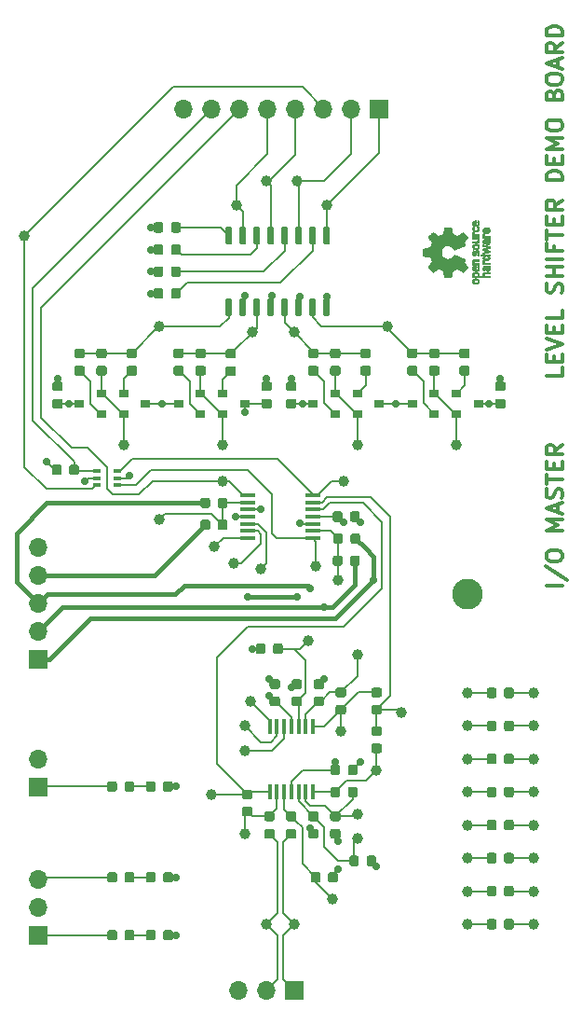
<source format=gbr>
G04 #@! TF.GenerationSoftware,KiCad,Pcbnew,5.1.4*
G04 #@! TF.CreationDate,2019-11-07T00:58:56-05:00*
G04 #@! TF.ProjectId,level-shifter-demo,6c657665-6c2d-4736-9869-667465722d64,rev?*
G04 #@! TF.SameCoordinates,Original*
G04 #@! TF.FileFunction,Copper,L1,Top*
G04 #@! TF.FilePolarity,Positive*
%FSLAX46Y46*%
G04 Gerber Fmt 4.6, Leading zero omitted, Abs format (unit mm)*
G04 Created by KiCad (PCBNEW 5.1.4) date 2019-11-07 00:58:56*
%MOMM*%
%LPD*%
G04 APERTURE LIST*
%ADD10C,0.300000*%
%ADD11C,0.010000*%
%ADD12C,1.000000*%
%ADD13C,0.100000*%
%ADD14C,0.550000*%
%ADD15C,0.875000*%
%ADD16R,1.700000X1.700000*%
%ADD17O,1.700000X1.700000*%
%ADD18R,0.900000X0.800000*%
%ADD19C,2.800000*%
%ADD20R,1.450000X0.450000*%
%ADD21R,0.650000X0.400000*%
%ADD22R,0.450000X1.450000*%
%ADD23C,0.700000*%
%ADD24C,0.150000*%
%ADD25C,0.450000*%
G04 APERTURE END LIST*
D10*
X257678571Y-153266428D02*
X256178571Y-153266428D01*
X256107142Y-151480714D02*
X258035714Y-152766428D01*
X256178571Y-150695000D02*
X256178571Y-150409285D01*
X256250000Y-150266428D01*
X256392857Y-150123571D01*
X256678571Y-150052142D01*
X257178571Y-150052142D01*
X257464285Y-150123571D01*
X257607142Y-150266428D01*
X257678571Y-150409285D01*
X257678571Y-150695000D01*
X257607142Y-150837857D01*
X257464285Y-150980714D01*
X257178571Y-151052142D01*
X256678571Y-151052142D01*
X256392857Y-150980714D01*
X256250000Y-150837857D01*
X256178571Y-150695000D01*
X257678571Y-148266428D02*
X256178571Y-148266428D01*
X257250000Y-147766428D01*
X256178571Y-147266428D01*
X257678571Y-147266428D01*
X257250000Y-146623571D02*
X257250000Y-145909285D01*
X257678571Y-146766428D02*
X256178571Y-146266428D01*
X257678571Y-145766428D01*
X257607142Y-145337857D02*
X257678571Y-145123571D01*
X257678571Y-144766428D01*
X257607142Y-144623571D01*
X257535714Y-144552142D01*
X257392857Y-144480714D01*
X257250000Y-144480714D01*
X257107142Y-144552142D01*
X257035714Y-144623571D01*
X256964285Y-144766428D01*
X256892857Y-145052142D01*
X256821428Y-145195000D01*
X256750000Y-145266428D01*
X256607142Y-145337857D01*
X256464285Y-145337857D01*
X256321428Y-145266428D01*
X256250000Y-145195000D01*
X256178571Y-145052142D01*
X256178571Y-144695000D01*
X256250000Y-144480714D01*
X256178571Y-144052142D02*
X256178571Y-143195000D01*
X257678571Y-143623571D02*
X256178571Y-143623571D01*
X256892857Y-142695000D02*
X256892857Y-142195000D01*
X257678571Y-141980714D02*
X257678571Y-142695000D01*
X256178571Y-142695000D01*
X256178571Y-141980714D01*
X257678571Y-140480714D02*
X256964285Y-140980714D01*
X257678571Y-141337857D02*
X256178571Y-141337857D01*
X256178571Y-140766428D01*
X256250000Y-140623571D01*
X256321428Y-140552142D01*
X256464285Y-140480714D01*
X256678571Y-140480714D01*
X256821428Y-140552142D01*
X256892857Y-140623571D01*
X256964285Y-140766428D01*
X256964285Y-141337857D01*
X257678571Y-133480714D02*
X257678571Y-134195000D01*
X256178571Y-134195000D01*
X256892857Y-132980714D02*
X256892857Y-132480714D01*
X257678571Y-132266428D02*
X257678571Y-132980714D01*
X256178571Y-132980714D01*
X256178571Y-132266428D01*
X256178571Y-131837857D02*
X257678571Y-131337857D01*
X256178571Y-130837857D01*
X256892857Y-130337857D02*
X256892857Y-129837857D01*
X257678571Y-129623571D02*
X257678571Y-130337857D01*
X256178571Y-130337857D01*
X256178571Y-129623571D01*
X257678571Y-128266428D02*
X257678571Y-128980714D01*
X256178571Y-128980714D01*
X257607142Y-126695000D02*
X257678571Y-126480714D01*
X257678571Y-126123571D01*
X257607142Y-125980714D01*
X257535714Y-125909285D01*
X257392857Y-125837857D01*
X257250000Y-125837857D01*
X257107142Y-125909285D01*
X257035714Y-125980714D01*
X256964285Y-126123571D01*
X256892857Y-126409285D01*
X256821428Y-126552142D01*
X256750000Y-126623571D01*
X256607142Y-126695000D01*
X256464285Y-126695000D01*
X256321428Y-126623571D01*
X256250000Y-126552142D01*
X256178571Y-126409285D01*
X256178571Y-126052142D01*
X256250000Y-125837857D01*
X257678571Y-125195000D02*
X256178571Y-125195000D01*
X256892857Y-125195000D02*
X256892857Y-124337857D01*
X257678571Y-124337857D02*
X256178571Y-124337857D01*
X257678571Y-123623571D02*
X256178571Y-123623571D01*
X256892857Y-122409285D02*
X256892857Y-122909285D01*
X257678571Y-122909285D02*
X256178571Y-122909285D01*
X256178571Y-122195000D01*
X256178571Y-121837857D02*
X256178571Y-120980714D01*
X257678571Y-121409285D02*
X256178571Y-121409285D01*
X256892857Y-120480714D02*
X256892857Y-119980714D01*
X257678571Y-119766428D02*
X257678571Y-120480714D01*
X256178571Y-120480714D01*
X256178571Y-119766428D01*
X257678571Y-118266428D02*
X256964285Y-118766428D01*
X257678571Y-119123571D02*
X256178571Y-119123571D01*
X256178571Y-118552142D01*
X256250000Y-118409285D01*
X256321428Y-118337857D01*
X256464285Y-118266428D01*
X256678571Y-118266428D01*
X256821428Y-118337857D01*
X256892857Y-118409285D01*
X256964285Y-118552142D01*
X256964285Y-119123571D01*
X257678571Y-116480714D02*
X256178571Y-116480714D01*
X256178571Y-116123571D01*
X256250000Y-115909285D01*
X256392857Y-115766428D01*
X256535714Y-115695000D01*
X256821428Y-115623571D01*
X257035714Y-115623571D01*
X257321428Y-115695000D01*
X257464285Y-115766428D01*
X257607142Y-115909285D01*
X257678571Y-116123571D01*
X257678571Y-116480714D01*
X256892857Y-114980714D02*
X256892857Y-114480714D01*
X257678571Y-114266428D02*
X257678571Y-114980714D01*
X256178571Y-114980714D01*
X256178571Y-114266428D01*
X257678571Y-113623571D02*
X256178571Y-113623571D01*
X257250000Y-113123571D01*
X256178571Y-112623571D01*
X257678571Y-112623571D01*
X256178571Y-111623571D02*
X256178571Y-111337857D01*
X256250000Y-111195000D01*
X256392857Y-111052142D01*
X256678571Y-110980714D01*
X257178571Y-110980714D01*
X257464285Y-111052142D01*
X257607142Y-111195000D01*
X257678571Y-111337857D01*
X257678571Y-111623571D01*
X257607142Y-111766428D01*
X257464285Y-111909285D01*
X257178571Y-111980714D01*
X256678571Y-111980714D01*
X256392857Y-111909285D01*
X256250000Y-111766428D01*
X256178571Y-111623571D01*
X256892857Y-108695000D02*
X256964285Y-108480714D01*
X257035714Y-108409285D01*
X257178571Y-108337857D01*
X257392857Y-108337857D01*
X257535714Y-108409285D01*
X257607142Y-108480714D01*
X257678571Y-108623571D01*
X257678571Y-109195000D01*
X256178571Y-109195000D01*
X256178571Y-108695000D01*
X256250000Y-108552142D01*
X256321428Y-108480714D01*
X256464285Y-108409285D01*
X256607142Y-108409285D01*
X256750000Y-108480714D01*
X256821428Y-108552142D01*
X256892857Y-108695000D01*
X256892857Y-109195000D01*
X256178571Y-107409285D02*
X256178571Y-107123571D01*
X256250000Y-106980714D01*
X256392857Y-106837857D01*
X256678571Y-106766428D01*
X257178571Y-106766428D01*
X257464285Y-106837857D01*
X257607142Y-106980714D01*
X257678571Y-107123571D01*
X257678571Y-107409285D01*
X257607142Y-107552142D01*
X257464285Y-107695000D01*
X257178571Y-107766428D01*
X256678571Y-107766428D01*
X256392857Y-107695000D01*
X256250000Y-107552142D01*
X256178571Y-107409285D01*
X257250000Y-106195000D02*
X257250000Y-105480714D01*
X257678571Y-106337857D02*
X256178571Y-105837857D01*
X257678571Y-105337857D01*
X257678571Y-103980714D02*
X256964285Y-104480714D01*
X257678571Y-104837857D02*
X256178571Y-104837857D01*
X256178571Y-104266428D01*
X256250000Y-104123571D01*
X256321428Y-104052142D01*
X256464285Y-103980714D01*
X256678571Y-103980714D01*
X256821428Y-104052142D01*
X256892857Y-104123571D01*
X256964285Y-104266428D01*
X256964285Y-104837857D01*
X257678571Y-103337857D02*
X256178571Y-103337857D01*
X256178571Y-102980714D01*
X256250000Y-102766428D01*
X256392857Y-102623571D01*
X256535714Y-102552142D01*
X256821428Y-102480714D01*
X257035714Y-102480714D01*
X257321428Y-102552142D01*
X257464285Y-102623571D01*
X257607142Y-102766428D01*
X257678571Y-102980714D01*
X257678571Y-103337857D01*
D11*
G36*
X245290018Y-122623036D02*
G01*
X245591570Y-122566188D01*
X245764512Y-122146662D01*
X245593395Y-121895016D01*
X245545750Y-121824542D01*
X245503210Y-121760837D01*
X245467715Y-121706874D01*
X245441210Y-121665627D01*
X245425636Y-121640066D01*
X245422278Y-121633105D01*
X245430914Y-121620565D01*
X245454792Y-121593769D01*
X245490859Y-121555720D01*
X245536067Y-121509421D01*
X245587364Y-121457877D01*
X245641701Y-121404091D01*
X245696028Y-121351065D01*
X245747295Y-121301805D01*
X245792451Y-121259313D01*
X245828446Y-121226593D01*
X245852230Y-121206649D01*
X245860190Y-121201881D01*
X245874865Y-121208743D01*
X245907014Y-121227980D01*
X245953492Y-121257570D01*
X246011156Y-121295490D01*
X246076860Y-121339718D01*
X246114336Y-121365346D01*
X246182768Y-121412059D01*
X246244520Y-121453568D01*
X246296519Y-121487860D01*
X246335692Y-121512920D01*
X246358965Y-121526736D01*
X246363855Y-121528812D01*
X246377755Y-121524105D01*
X246410150Y-121511277D01*
X246456485Y-121492262D01*
X246512206Y-121468997D01*
X246572758Y-121443416D01*
X246633586Y-121417455D01*
X246690136Y-121393050D01*
X246737852Y-121372137D01*
X246772181Y-121356651D01*
X246788568Y-121348528D01*
X246789212Y-121348048D01*
X246792341Y-121335293D01*
X246799321Y-121301323D01*
X246809467Y-121249660D01*
X246822092Y-121183824D01*
X246836509Y-121107336D01*
X246844823Y-121062710D01*
X246860384Y-120980979D01*
X246875192Y-120907157D01*
X246888436Y-120844979D01*
X246899305Y-120798178D01*
X246906989Y-120770491D01*
X246909427Y-120764926D01*
X246925930Y-120759474D01*
X246963200Y-120755076D01*
X247016880Y-120751728D01*
X247082612Y-120749426D01*
X247156037Y-120748168D01*
X247232796Y-120747952D01*
X247308532Y-120748773D01*
X247378886Y-120750629D01*
X247439500Y-120753518D01*
X247486016Y-120757435D01*
X247514075Y-120762378D01*
X247519916Y-120765343D01*
X247526917Y-120783066D01*
X247536927Y-120820619D01*
X247548769Y-120873036D01*
X247561267Y-120935348D01*
X247565310Y-120957100D01*
X247584520Y-121061976D01*
X247599991Y-121144820D01*
X247612337Y-121208370D01*
X247622173Y-121255363D01*
X247630114Y-121288537D01*
X247636776Y-121310629D01*
X247642773Y-121324376D01*
X247648719Y-121332516D01*
X247649894Y-121333655D01*
X247668826Y-121345023D01*
X247705669Y-121362365D01*
X247755913Y-121383950D01*
X247815046Y-121408046D01*
X247878556Y-121432921D01*
X247941932Y-121456843D01*
X248000662Y-121478081D01*
X248050235Y-121494903D01*
X248086139Y-121505578D01*
X248103862Y-121508373D01*
X248104483Y-121508140D01*
X248118970Y-121498669D01*
X248150844Y-121477182D01*
X248196789Y-121445937D01*
X248253485Y-121407193D01*
X248317617Y-121363207D01*
X248335842Y-121350681D01*
X248401914Y-121306016D01*
X248462200Y-121266712D01*
X248513235Y-121234912D01*
X248551560Y-121212755D01*
X248573711Y-121202383D01*
X248576432Y-121201881D01*
X248590736Y-121210595D01*
X248619072Y-121234675D01*
X248658396Y-121271024D01*
X248705661Y-121316547D01*
X248757823Y-121368148D01*
X248811835Y-121422733D01*
X248864653Y-121477206D01*
X248913231Y-121528471D01*
X248954523Y-121573433D01*
X248985485Y-121608996D01*
X249003070Y-121632065D01*
X249005941Y-121638446D01*
X248999178Y-121653301D01*
X248980939Y-121683714D01*
X248954297Y-121724732D01*
X248932852Y-121756291D01*
X248893503Y-121813475D01*
X248847171Y-121881194D01*
X248800913Y-121949120D01*
X248776155Y-121985639D01*
X248692547Y-122109248D01*
X248748650Y-122213009D01*
X248773228Y-122260280D01*
X248792331Y-122300477D01*
X248803227Y-122327674D01*
X248804743Y-122334598D01*
X248793549Y-122342923D01*
X248761917Y-122359346D01*
X248712765Y-122382643D01*
X248649010Y-122411586D01*
X248573571Y-122444950D01*
X248489364Y-122481509D01*
X248399308Y-122520036D01*
X248306321Y-122559306D01*
X248213320Y-122598092D01*
X248123223Y-122635170D01*
X248038948Y-122669311D01*
X247963413Y-122699292D01*
X247899534Y-122723884D01*
X247850231Y-122741864D01*
X247818421Y-122752003D01*
X247807496Y-122753634D01*
X247793561Y-122740709D01*
X247770940Y-122712411D01*
X247744333Y-122674654D01*
X247742228Y-122671485D01*
X247664114Y-122573900D01*
X247572982Y-122495214D01*
X247471745Y-122436109D01*
X247363318Y-122397268D01*
X247250614Y-122379372D01*
X247136548Y-122383103D01*
X247024034Y-122409143D01*
X246915985Y-122458175D01*
X246892345Y-122472600D01*
X246796887Y-122547631D01*
X246720232Y-122636270D01*
X246662780Y-122735451D01*
X246624929Y-122842105D01*
X246607078Y-122953164D01*
X246609625Y-123065561D01*
X246632970Y-123176227D01*
X246677510Y-123282094D01*
X246743645Y-123380095D01*
X246770487Y-123410410D01*
X246854512Y-123487562D01*
X246942966Y-123543782D01*
X247042115Y-123582347D01*
X247140303Y-123603826D01*
X247250697Y-123609128D01*
X247361640Y-123591448D01*
X247469381Y-123552581D01*
X247570169Y-123494323D01*
X247660256Y-123418469D01*
X247735892Y-123326817D01*
X247743864Y-123314772D01*
X247769974Y-123276611D01*
X247792595Y-123247601D01*
X247807039Y-123233732D01*
X247807496Y-123233531D01*
X247823121Y-123236508D01*
X247858582Y-123248311D01*
X247910962Y-123267714D01*
X247977345Y-123293488D01*
X248054814Y-123324409D01*
X248140450Y-123359249D01*
X248231337Y-123396783D01*
X248324559Y-123435783D01*
X248417197Y-123475023D01*
X248506335Y-123513276D01*
X248589055Y-123549317D01*
X248662441Y-123581917D01*
X248723575Y-123609852D01*
X248769541Y-123631895D01*
X248797421Y-123646818D01*
X248804743Y-123652828D01*
X248799041Y-123671191D01*
X248783749Y-123705552D01*
X248761599Y-123749984D01*
X248748650Y-123774417D01*
X248692547Y-123878178D01*
X248776155Y-124001787D01*
X248818987Y-124064886D01*
X248866122Y-124133970D01*
X248910503Y-124198707D01*
X248932852Y-124231134D01*
X248963477Y-124276741D01*
X248987747Y-124315360D01*
X249002587Y-124341952D01*
X249005724Y-124350590D01*
X248997261Y-124363161D01*
X248973636Y-124390984D01*
X248937302Y-124431361D01*
X248890711Y-124481595D01*
X248836317Y-124538988D01*
X248801392Y-124575286D01*
X248738996Y-124638790D01*
X248683188Y-124693673D01*
X248636354Y-124737714D01*
X248600882Y-124768695D01*
X248579161Y-124784398D01*
X248574752Y-124785905D01*
X248557985Y-124778914D01*
X248524082Y-124759594D01*
X248476476Y-124730091D01*
X248418599Y-124692545D01*
X248353884Y-124649100D01*
X248335842Y-124636745D01*
X248270267Y-124591727D01*
X248211228Y-124551340D01*
X248162042Y-124517840D01*
X248126028Y-124493486D01*
X248106502Y-124480536D01*
X248104483Y-124479285D01*
X248088922Y-124481156D01*
X248054709Y-124491087D01*
X248006355Y-124507347D01*
X247948371Y-124528205D01*
X247885270Y-124551927D01*
X247821563Y-124576784D01*
X247761761Y-124601042D01*
X247710376Y-124622971D01*
X247671919Y-124640838D01*
X247650902Y-124652913D01*
X247649894Y-124653771D01*
X247643888Y-124661154D01*
X247637948Y-124673625D01*
X247631460Y-124693920D01*
X247623809Y-124724778D01*
X247614380Y-124768934D01*
X247602559Y-124829126D01*
X247587729Y-124908093D01*
X247569277Y-125008570D01*
X247565310Y-125030325D01*
X247552853Y-125094802D01*
X247540666Y-125151011D01*
X247529926Y-125193987D01*
X247521809Y-125218760D01*
X247519916Y-125222082D01*
X247503138Y-125227556D01*
X247465645Y-125232006D01*
X247411794Y-125235428D01*
X247345944Y-125237819D01*
X247272453Y-125239177D01*
X247195680Y-125239499D01*
X247119983Y-125238781D01*
X247049720Y-125237021D01*
X246989250Y-125234216D01*
X246942930Y-125230362D01*
X246915119Y-125225457D01*
X246909427Y-125222500D01*
X246903686Y-125206037D01*
X246894345Y-125168551D01*
X246882215Y-125113775D01*
X246868107Y-125045445D01*
X246852830Y-124967294D01*
X246844823Y-124924716D01*
X246829721Y-124843929D01*
X246816040Y-124771887D01*
X246804467Y-124712111D01*
X246795687Y-124668121D01*
X246790387Y-124643439D01*
X246789212Y-124639377D01*
X246775965Y-124632511D01*
X246744057Y-124617998D01*
X246698047Y-124597771D01*
X246642492Y-124573766D01*
X246581953Y-124547918D01*
X246520986Y-124522160D01*
X246464151Y-124498427D01*
X246416006Y-124478654D01*
X246381110Y-124464776D01*
X246364021Y-124458726D01*
X246363274Y-124458614D01*
X246349793Y-124465472D01*
X246318770Y-124484698D01*
X246273289Y-124514272D01*
X246216432Y-124552173D01*
X246151283Y-124596380D01*
X246113862Y-124622079D01*
X246045247Y-124668907D01*
X245982952Y-124710499D01*
X245930129Y-124744825D01*
X245889927Y-124769857D01*
X245865500Y-124783565D01*
X245860024Y-124785544D01*
X245847278Y-124777034D01*
X245820063Y-124753507D01*
X245781428Y-124717968D01*
X245734423Y-124673423D01*
X245682095Y-124622877D01*
X245627495Y-124569336D01*
X245573670Y-124515805D01*
X245523670Y-124465289D01*
X245480543Y-124420794D01*
X245447339Y-124385325D01*
X245427106Y-124361887D01*
X245422278Y-124354046D01*
X245429067Y-124341280D01*
X245448142Y-124310744D01*
X245477561Y-124265410D01*
X245515381Y-124208244D01*
X245559661Y-124142216D01*
X245593395Y-124092410D01*
X245764512Y-123840764D01*
X245678041Y-123631001D01*
X245591570Y-123421237D01*
X245290018Y-123364389D01*
X244988466Y-123307540D01*
X244988466Y-122679885D01*
X245290018Y-122623036D01*
X245290018Y-122623036D01*
G37*
X245290018Y-122623036D02*
X245591570Y-122566188D01*
X245764512Y-122146662D01*
X245593395Y-121895016D01*
X245545750Y-121824542D01*
X245503210Y-121760837D01*
X245467715Y-121706874D01*
X245441210Y-121665627D01*
X245425636Y-121640066D01*
X245422278Y-121633105D01*
X245430914Y-121620565D01*
X245454792Y-121593769D01*
X245490859Y-121555720D01*
X245536067Y-121509421D01*
X245587364Y-121457877D01*
X245641701Y-121404091D01*
X245696028Y-121351065D01*
X245747295Y-121301805D01*
X245792451Y-121259313D01*
X245828446Y-121226593D01*
X245852230Y-121206649D01*
X245860190Y-121201881D01*
X245874865Y-121208743D01*
X245907014Y-121227980D01*
X245953492Y-121257570D01*
X246011156Y-121295490D01*
X246076860Y-121339718D01*
X246114336Y-121365346D01*
X246182768Y-121412059D01*
X246244520Y-121453568D01*
X246296519Y-121487860D01*
X246335692Y-121512920D01*
X246358965Y-121526736D01*
X246363855Y-121528812D01*
X246377755Y-121524105D01*
X246410150Y-121511277D01*
X246456485Y-121492262D01*
X246512206Y-121468997D01*
X246572758Y-121443416D01*
X246633586Y-121417455D01*
X246690136Y-121393050D01*
X246737852Y-121372137D01*
X246772181Y-121356651D01*
X246788568Y-121348528D01*
X246789212Y-121348048D01*
X246792341Y-121335293D01*
X246799321Y-121301323D01*
X246809467Y-121249660D01*
X246822092Y-121183824D01*
X246836509Y-121107336D01*
X246844823Y-121062710D01*
X246860384Y-120980979D01*
X246875192Y-120907157D01*
X246888436Y-120844979D01*
X246899305Y-120798178D01*
X246906989Y-120770491D01*
X246909427Y-120764926D01*
X246925930Y-120759474D01*
X246963200Y-120755076D01*
X247016880Y-120751728D01*
X247082612Y-120749426D01*
X247156037Y-120748168D01*
X247232796Y-120747952D01*
X247308532Y-120748773D01*
X247378886Y-120750629D01*
X247439500Y-120753518D01*
X247486016Y-120757435D01*
X247514075Y-120762378D01*
X247519916Y-120765343D01*
X247526917Y-120783066D01*
X247536927Y-120820619D01*
X247548769Y-120873036D01*
X247561267Y-120935348D01*
X247565310Y-120957100D01*
X247584520Y-121061976D01*
X247599991Y-121144820D01*
X247612337Y-121208370D01*
X247622173Y-121255363D01*
X247630114Y-121288537D01*
X247636776Y-121310629D01*
X247642773Y-121324376D01*
X247648719Y-121332516D01*
X247649894Y-121333655D01*
X247668826Y-121345023D01*
X247705669Y-121362365D01*
X247755913Y-121383950D01*
X247815046Y-121408046D01*
X247878556Y-121432921D01*
X247941932Y-121456843D01*
X248000662Y-121478081D01*
X248050235Y-121494903D01*
X248086139Y-121505578D01*
X248103862Y-121508373D01*
X248104483Y-121508140D01*
X248118970Y-121498669D01*
X248150844Y-121477182D01*
X248196789Y-121445937D01*
X248253485Y-121407193D01*
X248317617Y-121363207D01*
X248335842Y-121350681D01*
X248401914Y-121306016D01*
X248462200Y-121266712D01*
X248513235Y-121234912D01*
X248551560Y-121212755D01*
X248573711Y-121202383D01*
X248576432Y-121201881D01*
X248590736Y-121210595D01*
X248619072Y-121234675D01*
X248658396Y-121271024D01*
X248705661Y-121316547D01*
X248757823Y-121368148D01*
X248811835Y-121422733D01*
X248864653Y-121477206D01*
X248913231Y-121528471D01*
X248954523Y-121573433D01*
X248985485Y-121608996D01*
X249003070Y-121632065D01*
X249005941Y-121638446D01*
X248999178Y-121653301D01*
X248980939Y-121683714D01*
X248954297Y-121724732D01*
X248932852Y-121756291D01*
X248893503Y-121813475D01*
X248847171Y-121881194D01*
X248800913Y-121949120D01*
X248776155Y-121985639D01*
X248692547Y-122109248D01*
X248748650Y-122213009D01*
X248773228Y-122260280D01*
X248792331Y-122300477D01*
X248803227Y-122327674D01*
X248804743Y-122334598D01*
X248793549Y-122342923D01*
X248761917Y-122359346D01*
X248712765Y-122382643D01*
X248649010Y-122411586D01*
X248573571Y-122444950D01*
X248489364Y-122481509D01*
X248399308Y-122520036D01*
X248306321Y-122559306D01*
X248213320Y-122598092D01*
X248123223Y-122635170D01*
X248038948Y-122669311D01*
X247963413Y-122699292D01*
X247899534Y-122723884D01*
X247850231Y-122741864D01*
X247818421Y-122752003D01*
X247807496Y-122753634D01*
X247793561Y-122740709D01*
X247770940Y-122712411D01*
X247744333Y-122674654D01*
X247742228Y-122671485D01*
X247664114Y-122573900D01*
X247572982Y-122495214D01*
X247471745Y-122436109D01*
X247363318Y-122397268D01*
X247250614Y-122379372D01*
X247136548Y-122383103D01*
X247024034Y-122409143D01*
X246915985Y-122458175D01*
X246892345Y-122472600D01*
X246796887Y-122547631D01*
X246720232Y-122636270D01*
X246662780Y-122735451D01*
X246624929Y-122842105D01*
X246607078Y-122953164D01*
X246609625Y-123065561D01*
X246632970Y-123176227D01*
X246677510Y-123282094D01*
X246743645Y-123380095D01*
X246770487Y-123410410D01*
X246854512Y-123487562D01*
X246942966Y-123543782D01*
X247042115Y-123582347D01*
X247140303Y-123603826D01*
X247250697Y-123609128D01*
X247361640Y-123591448D01*
X247469381Y-123552581D01*
X247570169Y-123494323D01*
X247660256Y-123418469D01*
X247735892Y-123326817D01*
X247743864Y-123314772D01*
X247769974Y-123276611D01*
X247792595Y-123247601D01*
X247807039Y-123233732D01*
X247807496Y-123233531D01*
X247823121Y-123236508D01*
X247858582Y-123248311D01*
X247910962Y-123267714D01*
X247977345Y-123293488D01*
X248054814Y-123324409D01*
X248140450Y-123359249D01*
X248231337Y-123396783D01*
X248324559Y-123435783D01*
X248417197Y-123475023D01*
X248506335Y-123513276D01*
X248589055Y-123549317D01*
X248662441Y-123581917D01*
X248723575Y-123609852D01*
X248769541Y-123631895D01*
X248797421Y-123646818D01*
X248804743Y-123652828D01*
X248799041Y-123671191D01*
X248783749Y-123705552D01*
X248761599Y-123749984D01*
X248748650Y-123774417D01*
X248692547Y-123878178D01*
X248776155Y-124001787D01*
X248818987Y-124064886D01*
X248866122Y-124133970D01*
X248910503Y-124198707D01*
X248932852Y-124231134D01*
X248963477Y-124276741D01*
X248987747Y-124315360D01*
X249002587Y-124341952D01*
X249005724Y-124350590D01*
X248997261Y-124363161D01*
X248973636Y-124390984D01*
X248937302Y-124431361D01*
X248890711Y-124481595D01*
X248836317Y-124538988D01*
X248801392Y-124575286D01*
X248738996Y-124638790D01*
X248683188Y-124693673D01*
X248636354Y-124737714D01*
X248600882Y-124768695D01*
X248579161Y-124784398D01*
X248574752Y-124785905D01*
X248557985Y-124778914D01*
X248524082Y-124759594D01*
X248476476Y-124730091D01*
X248418599Y-124692545D01*
X248353884Y-124649100D01*
X248335842Y-124636745D01*
X248270267Y-124591727D01*
X248211228Y-124551340D01*
X248162042Y-124517840D01*
X248126028Y-124493486D01*
X248106502Y-124480536D01*
X248104483Y-124479285D01*
X248088922Y-124481156D01*
X248054709Y-124491087D01*
X248006355Y-124507347D01*
X247948371Y-124528205D01*
X247885270Y-124551927D01*
X247821563Y-124576784D01*
X247761761Y-124601042D01*
X247710376Y-124622971D01*
X247671919Y-124640838D01*
X247650902Y-124652913D01*
X247649894Y-124653771D01*
X247643888Y-124661154D01*
X247637948Y-124673625D01*
X247631460Y-124693920D01*
X247623809Y-124724778D01*
X247614380Y-124768934D01*
X247602559Y-124829126D01*
X247587729Y-124908093D01*
X247569277Y-125008570D01*
X247565310Y-125030325D01*
X247552853Y-125094802D01*
X247540666Y-125151011D01*
X247529926Y-125193987D01*
X247521809Y-125218760D01*
X247519916Y-125222082D01*
X247503138Y-125227556D01*
X247465645Y-125232006D01*
X247411794Y-125235428D01*
X247345944Y-125237819D01*
X247272453Y-125239177D01*
X247195680Y-125239499D01*
X247119983Y-125238781D01*
X247049720Y-125237021D01*
X246989250Y-125234216D01*
X246942930Y-125230362D01*
X246915119Y-125225457D01*
X246909427Y-125222500D01*
X246903686Y-125206037D01*
X246894345Y-125168551D01*
X246882215Y-125113775D01*
X246868107Y-125045445D01*
X246852830Y-124967294D01*
X246844823Y-124924716D01*
X246829721Y-124843929D01*
X246816040Y-124771887D01*
X246804467Y-124712111D01*
X246795687Y-124668121D01*
X246790387Y-124643439D01*
X246789212Y-124639377D01*
X246775965Y-124632511D01*
X246744057Y-124617998D01*
X246698047Y-124597771D01*
X246642492Y-124573766D01*
X246581953Y-124547918D01*
X246520986Y-124522160D01*
X246464151Y-124498427D01*
X246416006Y-124478654D01*
X246381110Y-124464776D01*
X246364021Y-124458726D01*
X246363274Y-124458614D01*
X246349793Y-124465472D01*
X246318770Y-124484698D01*
X246273289Y-124514272D01*
X246216432Y-124552173D01*
X246151283Y-124596380D01*
X246113862Y-124622079D01*
X246045247Y-124668907D01*
X245982952Y-124710499D01*
X245930129Y-124744825D01*
X245889927Y-124769857D01*
X245865500Y-124783565D01*
X245860024Y-124785544D01*
X245847278Y-124777034D01*
X245820063Y-124753507D01*
X245781428Y-124717968D01*
X245734423Y-124673423D01*
X245682095Y-124622877D01*
X245627495Y-124569336D01*
X245573670Y-124515805D01*
X245523670Y-124465289D01*
X245480543Y-124420794D01*
X245447339Y-124385325D01*
X245427106Y-124361887D01*
X245422278Y-124354046D01*
X245429067Y-124341280D01*
X245448142Y-124310744D01*
X245477561Y-124265410D01*
X245515381Y-124208244D01*
X245559661Y-124142216D01*
X245593395Y-124092410D01*
X245764512Y-123840764D01*
X245678041Y-123631001D01*
X245591570Y-123421237D01*
X245290018Y-123364389D01*
X244988466Y-123307540D01*
X244988466Y-122679885D01*
X245290018Y-122623036D01*
G36*
X249458030Y-121200540D02*
G01*
X249471245Y-121157289D01*
X249487941Y-121129442D01*
X249501145Y-121120371D01*
X249516797Y-121122868D01*
X249541385Y-121139069D01*
X249558800Y-121152768D01*
X249590283Y-121181008D01*
X249603529Y-121202225D01*
X249602664Y-121220312D01*
X249589010Y-121273965D01*
X249589630Y-121313370D01*
X249605104Y-121345368D01*
X249614161Y-121356110D01*
X249646027Y-121390495D01*
X250062179Y-121390495D01*
X250062179Y-121528812D01*
X249458614Y-121528812D01*
X249458614Y-121459653D01*
X249460256Y-121418131D01*
X249466087Y-121396709D01*
X249477461Y-121390498D01*
X249477798Y-121390495D01*
X249489713Y-121387561D01*
X249488159Y-121374296D01*
X249479563Y-121355916D01*
X249463568Y-121317954D01*
X249453945Y-121287128D01*
X249451478Y-121247464D01*
X249458030Y-121200540D01*
X249458030Y-121200540D01*
G37*
X249458030Y-121200540D02*
X249471245Y-121157289D01*
X249487941Y-121129442D01*
X249501145Y-121120371D01*
X249516797Y-121122868D01*
X249541385Y-121139069D01*
X249558800Y-121152768D01*
X249590283Y-121181008D01*
X249603529Y-121202225D01*
X249602664Y-121220312D01*
X249589010Y-121273965D01*
X249589630Y-121313370D01*
X249605104Y-121345368D01*
X249614161Y-121356110D01*
X249646027Y-121390495D01*
X250062179Y-121390495D01*
X250062179Y-121528812D01*
X249458614Y-121528812D01*
X249458614Y-121459653D01*
X249460256Y-121418131D01*
X249466087Y-121396709D01*
X249477461Y-121390498D01*
X249477798Y-121390495D01*
X249489713Y-121387561D01*
X249488159Y-121374296D01*
X249479563Y-121355916D01*
X249463568Y-121317954D01*
X249453945Y-121287128D01*
X249451478Y-121247464D01*
X249458030Y-121200540D01*
G36*
X249469002Y-123754012D02*
G01*
X249483950Y-123722717D01*
X249505541Y-123692409D01*
X249530391Y-123669318D01*
X249562087Y-123652500D01*
X249604214Y-123641006D01*
X249660358Y-123633891D01*
X249734106Y-123630207D01*
X249829044Y-123629008D01*
X249838985Y-123628989D01*
X250062179Y-123628713D01*
X250062179Y-123767030D01*
X249856418Y-123767030D01*
X249780189Y-123767128D01*
X249724939Y-123767809D01*
X249686501Y-123769651D01*
X249660706Y-123773233D01*
X249643384Y-123779132D01*
X249630368Y-123787927D01*
X249617507Y-123800180D01*
X249589873Y-123843047D01*
X249584745Y-123889843D01*
X249602217Y-123934424D01*
X249615221Y-123949928D01*
X249627447Y-123961310D01*
X249640540Y-123969481D01*
X249658615Y-123974974D01*
X249685787Y-123978320D01*
X249726170Y-123980051D01*
X249783879Y-123980697D01*
X249854132Y-123980792D01*
X250062179Y-123980792D01*
X250062179Y-124119109D01*
X249458614Y-124119109D01*
X249458614Y-124049950D01*
X249460256Y-124008428D01*
X249466087Y-123987006D01*
X249477461Y-123980795D01*
X249477798Y-123980792D01*
X249488938Y-123977910D01*
X249487674Y-123965199D01*
X249475434Y-123939926D01*
X249457424Y-123882605D01*
X249455421Y-123817037D01*
X249469002Y-123754012D01*
X249469002Y-123754012D01*
G37*
X249469002Y-123754012D02*
X249483950Y-123722717D01*
X249505541Y-123692409D01*
X249530391Y-123669318D01*
X249562087Y-123652500D01*
X249604214Y-123641006D01*
X249660358Y-123633891D01*
X249734106Y-123630207D01*
X249829044Y-123629008D01*
X249838985Y-123628989D01*
X250062179Y-123628713D01*
X250062179Y-123767030D01*
X249856418Y-123767030D01*
X249780189Y-123767128D01*
X249724939Y-123767809D01*
X249686501Y-123769651D01*
X249660706Y-123773233D01*
X249643384Y-123779132D01*
X249630368Y-123787927D01*
X249617507Y-123800180D01*
X249589873Y-123843047D01*
X249584745Y-123889843D01*
X249602217Y-123934424D01*
X249615221Y-123949928D01*
X249627447Y-123961310D01*
X249640540Y-123969481D01*
X249658615Y-123974974D01*
X249685787Y-123978320D01*
X249726170Y-123980051D01*
X249783879Y-123980697D01*
X249854132Y-123980792D01*
X250062179Y-123980792D01*
X250062179Y-124119109D01*
X249458614Y-124119109D01*
X249458614Y-124049950D01*
X249460256Y-124008428D01*
X249466087Y-123987006D01*
X249477461Y-123980795D01*
X249477798Y-123980792D01*
X249488938Y-123977910D01*
X249487674Y-123965199D01*
X249475434Y-123939926D01*
X249457424Y-123882605D01*
X249455421Y-123817037D01*
X249469002Y-123754012D01*
G36*
X249456457Y-120322102D02*
G01*
X249464279Y-120289904D01*
X249492921Y-120228175D01*
X249536667Y-120175390D01*
X249589117Y-120138859D01*
X249600893Y-120133840D01*
X249631740Y-120126955D01*
X249677371Y-120122136D01*
X249723492Y-120120495D01*
X249810693Y-120120495D01*
X249810693Y-120302822D01*
X249810978Y-120378021D01*
X249812704Y-120430997D01*
X249817181Y-120464675D01*
X249825720Y-120481980D01*
X249839630Y-120485837D01*
X249860222Y-120479171D01*
X249884315Y-120467230D01*
X249924525Y-120433920D01*
X249944558Y-120387632D01*
X249943905Y-120331056D01*
X249922101Y-120266969D01*
X249895193Y-120211583D01*
X249931532Y-120165625D01*
X249967872Y-120119667D01*
X250007819Y-120162904D01*
X250045563Y-120220626D01*
X250068320Y-120291614D01*
X250074688Y-120367971D01*
X250063268Y-120441801D01*
X250059393Y-120453713D01*
X250025506Y-120518601D01*
X249974986Y-120566870D01*
X249906325Y-120599535D01*
X249818014Y-120617615D01*
X249816121Y-120617825D01*
X249719878Y-120619444D01*
X249685542Y-120612900D01*
X249685542Y-120485148D01*
X249690822Y-120473416D01*
X249694867Y-120441562D01*
X249697176Y-120394603D01*
X249697525Y-120364846D01*
X249697306Y-120309352D01*
X249695916Y-120274654D01*
X249692251Y-120256399D01*
X249685210Y-120250234D01*
X249673690Y-120251805D01*
X249669233Y-120253122D01*
X249627355Y-120275618D01*
X249593604Y-120310997D01*
X249578773Y-120342220D01*
X249579668Y-120383699D01*
X249598164Y-120425731D01*
X249628786Y-120460988D01*
X249666062Y-120482146D01*
X249685542Y-120485148D01*
X249685542Y-120612900D01*
X249635229Y-120603310D01*
X249564191Y-120571302D01*
X249508779Y-120525299D01*
X249471009Y-120467179D01*
X249452896Y-120398820D01*
X249456457Y-120322102D01*
X249456457Y-120322102D01*
G37*
X249456457Y-120322102D02*
X249464279Y-120289904D01*
X249492921Y-120228175D01*
X249536667Y-120175390D01*
X249589117Y-120138859D01*
X249600893Y-120133840D01*
X249631740Y-120126955D01*
X249677371Y-120122136D01*
X249723492Y-120120495D01*
X249810693Y-120120495D01*
X249810693Y-120302822D01*
X249810978Y-120378021D01*
X249812704Y-120430997D01*
X249817181Y-120464675D01*
X249825720Y-120481980D01*
X249839630Y-120485837D01*
X249860222Y-120479171D01*
X249884315Y-120467230D01*
X249924525Y-120433920D01*
X249944558Y-120387632D01*
X249943905Y-120331056D01*
X249922101Y-120266969D01*
X249895193Y-120211583D01*
X249931532Y-120165625D01*
X249967872Y-120119667D01*
X250007819Y-120162904D01*
X250045563Y-120220626D01*
X250068320Y-120291614D01*
X250074688Y-120367971D01*
X250063268Y-120441801D01*
X250059393Y-120453713D01*
X250025506Y-120518601D01*
X249974986Y-120566870D01*
X249906325Y-120599535D01*
X249818014Y-120617615D01*
X249816121Y-120617825D01*
X249719878Y-120619444D01*
X249685542Y-120612900D01*
X249685542Y-120485148D01*
X249690822Y-120473416D01*
X249694867Y-120441562D01*
X249697176Y-120394603D01*
X249697525Y-120364846D01*
X249697306Y-120309352D01*
X249695916Y-120274654D01*
X249692251Y-120256399D01*
X249685210Y-120250234D01*
X249673690Y-120251805D01*
X249669233Y-120253122D01*
X249627355Y-120275618D01*
X249593604Y-120310997D01*
X249578773Y-120342220D01*
X249579668Y-120383699D01*
X249598164Y-120425731D01*
X249628786Y-120460988D01*
X249666062Y-120482146D01*
X249685542Y-120485148D01*
X249685542Y-120612900D01*
X249635229Y-120603310D01*
X249564191Y-120571302D01*
X249508779Y-120525299D01*
X249471009Y-120467179D01*
X249452896Y-120398820D01*
X249456457Y-120322102D01*
G36*
X249463880Y-120782774D02*
G01*
X249494830Y-120709920D01*
X249509895Y-120686973D01*
X249533048Y-120657646D01*
X249551253Y-120639236D01*
X249557183Y-120636039D01*
X249570340Y-120645065D01*
X249592667Y-120668163D01*
X249608250Y-120686656D01*
X249648926Y-120737272D01*
X249615295Y-120777240D01*
X249593584Y-120808126D01*
X249586090Y-120838241D01*
X249587920Y-120872708D01*
X249601528Y-120927439D01*
X249629772Y-120965114D01*
X249675433Y-120988009D01*
X249741289Y-120998403D01*
X249741331Y-120998405D01*
X249814939Y-120997506D01*
X249868946Y-120983537D01*
X249905716Y-120955672D01*
X249918168Y-120936675D01*
X249933673Y-120886224D01*
X249933683Y-120832337D01*
X249918638Y-120785454D01*
X249911287Y-120774356D01*
X249892511Y-120746524D01*
X249889434Y-120724764D01*
X249903409Y-120701296D01*
X249928510Y-120675351D01*
X249970880Y-120634284D01*
X250008464Y-120679879D01*
X250050882Y-120750326D01*
X250071785Y-120829767D01*
X250070272Y-120912785D01*
X250056411Y-120967306D01*
X250022135Y-121031030D01*
X249968212Y-121081995D01*
X249930149Y-121105149D01*
X249875536Y-121123901D01*
X249806369Y-121133285D01*
X249731407Y-121133357D01*
X249659409Y-121124176D01*
X249599137Y-121105801D01*
X249592958Y-121102907D01*
X249532351Y-121060048D01*
X249488224Y-121002021D01*
X249461493Y-120933409D01*
X249453073Y-120858799D01*
X249463880Y-120782774D01*
X249463880Y-120782774D01*
G37*
X249463880Y-120782774D02*
X249494830Y-120709920D01*
X249509895Y-120686973D01*
X249533048Y-120657646D01*
X249551253Y-120639236D01*
X249557183Y-120636039D01*
X249570340Y-120645065D01*
X249592667Y-120668163D01*
X249608250Y-120686656D01*
X249648926Y-120737272D01*
X249615295Y-120777240D01*
X249593584Y-120808126D01*
X249586090Y-120838241D01*
X249587920Y-120872708D01*
X249601528Y-120927439D01*
X249629772Y-120965114D01*
X249675433Y-120988009D01*
X249741289Y-120998403D01*
X249741331Y-120998405D01*
X249814939Y-120997506D01*
X249868946Y-120983537D01*
X249905716Y-120955672D01*
X249918168Y-120936675D01*
X249933673Y-120886224D01*
X249933683Y-120832337D01*
X249918638Y-120785454D01*
X249911287Y-120774356D01*
X249892511Y-120746524D01*
X249889434Y-120724764D01*
X249903409Y-120701296D01*
X249928510Y-120675351D01*
X249970880Y-120634284D01*
X250008464Y-120679879D01*
X250050882Y-120750326D01*
X250071785Y-120829767D01*
X250070272Y-120912785D01*
X250056411Y-120967306D01*
X250022135Y-121031030D01*
X249968212Y-121081995D01*
X249930149Y-121105149D01*
X249875536Y-121123901D01*
X249806369Y-121133285D01*
X249731407Y-121133357D01*
X249659409Y-121124176D01*
X249599137Y-121105801D01*
X249592958Y-121102907D01*
X249532351Y-121060048D01*
X249488224Y-121002021D01*
X249461493Y-120933409D01*
X249453073Y-120858799D01*
X249463880Y-120782774D01*
G36*
X249654342Y-122006633D02*
G01*
X249746563Y-122005445D01*
X249816610Y-122001103D01*
X249867381Y-121992442D01*
X249901772Y-121978296D01*
X249922679Y-121957500D01*
X249933000Y-121928890D01*
X249935636Y-121893465D01*
X249932682Y-121856364D01*
X249921889Y-121828182D01*
X249900360Y-121807757D01*
X249865199Y-121793921D01*
X249813510Y-121785509D01*
X249742394Y-121781357D01*
X249654342Y-121780297D01*
X249458614Y-121780297D01*
X249458614Y-121641980D01*
X250062179Y-121641980D01*
X250062179Y-121711138D01*
X250060489Y-121752830D01*
X250054556Y-121774299D01*
X250043293Y-121780297D01*
X250033261Y-121783909D01*
X250035383Y-121798286D01*
X250049580Y-121827264D01*
X250071480Y-121893681D01*
X250069928Y-121964125D01*
X250046147Y-122031623D01*
X250027362Y-122063767D01*
X250007022Y-122088285D01*
X249981573Y-122106196D01*
X249947458Y-122118521D01*
X249901121Y-122126277D01*
X249839007Y-122130484D01*
X249757561Y-122132160D01*
X249694578Y-122132376D01*
X249458614Y-122132376D01*
X249458614Y-122006633D01*
X249654342Y-122006633D01*
X249654342Y-122006633D01*
G37*
X249654342Y-122006633D02*
X249746563Y-122005445D01*
X249816610Y-122001103D01*
X249867381Y-121992442D01*
X249901772Y-121978296D01*
X249922679Y-121957500D01*
X249933000Y-121928890D01*
X249935636Y-121893465D01*
X249932682Y-121856364D01*
X249921889Y-121828182D01*
X249900360Y-121807757D01*
X249865199Y-121793921D01*
X249813510Y-121785509D01*
X249742394Y-121781357D01*
X249654342Y-121780297D01*
X249458614Y-121780297D01*
X249458614Y-121641980D01*
X250062179Y-121641980D01*
X250062179Y-121711138D01*
X250060489Y-121752830D01*
X250054556Y-121774299D01*
X250043293Y-121780297D01*
X250033261Y-121783909D01*
X250035383Y-121798286D01*
X250049580Y-121827264D01*
X250071480Y-121893681D01*
X250069928Y-121964125D01*
X250046147Y-122031623D01*
X250027362Y-122063767D01*
X250007022Y-122088285D01*
X249981573Y-122106196D01*
X249947458Y-122118521D01*
X249901121Y-122126277D01*
X249839007Y-122130484D01*
X249757561Y-122132160D01*
X249694578Y-122132376D01*
X249458614Y-122132376D01*
X249458614Y-122006633D01*
X249654342Y-122006633D01*
G36*
X249466055Y-122389238D02*
G01*
X249500692Y-122325637D01*
X249555372Y-122275877D01*
X249599842Y-122252432D01*
X249639121Y-122242366D01*
X249695116Y-122235844D01*
X249759621Y-122233049D01*
X249824429Y-122234164D01*
X249881334Y-122239374D01*
X249911727Y-122245459D01*
X249953306Y-122265986D01*
X249997468Y-122301537D01*
X250036087Y-122344381D01*
X250061034Y-122386789D01*
X250061430Y-122387823D01*
X250072331Y-122440447D01*
X250072601Y-122502812D01*
X250062676Y-122562076D01*
X250054722Y-122584960D01*
X250021300Y-122643898D01*
X249977511Y-122686110D01*
X249919538Y-122713844D01*
X249843565Y-122729349D01*
X249803771Y-122732857D01*
X249753766Y-122732410D01*
X249753766Y-122597624D01*
X249826732Y-122593083D01*
X249882334Y-122580014D01*
X249917861Y-122559244D01*
X249928020Y-122544448D01*
X249935104Y-122506536D01*
X249933007Y-122461473D01*
X249922812Y-122422513D01*
X249917204Y-122412296D01*
X249884538Y-122385341D01*
X249834545Y-122367549D01*
X249773705Y-122359976D01*
X249708497Y-122363675D01*
X249669253Y-122371943D01*
X249623805Y-122395680D01*
X249595396Y-122433151D01*
X249585573Y-122478280D01*
X249595887Y-122524989D01*
X249621112Y-122560868D01*
X249641925Y-122579723D01*
X249662439Y-122590728D01*
X249690203Y-122595974D01*
X249732762Y-122597551D01*
X249753766Y-122597624D01*
X249753766Y-122732410D01*
X249697580Y-122731906D01*
X249610501Y-122714612D01*
X249542530Y-122680971D01*
X249493664Y-122630982D01*
X249463899Y-122564644D01*
X249460448Y-122550399D01*
X249452345Y-122464790D01*
X249466055Y-122389238D01*
X249466055Y-122389238D01*
G37*
X249466055Y-122389238D02*
X249500692Y-122325637D01*
X249555372Y-122275877D01*
X249599842Y-122252432D01*
X249639121Y-122242366D01*
X249695116Y-122235844D01*
X249759621Y-122233049D01*
X249824429Y-122234164D01*
X249881334Y-122239374D01*
X249911727Y-122245459D01*
X249953306Y-122265986D01*
X249997468Y-122301537D01*
X250036087Y-122344381D01*
X250061034Y-122386789D01*
X250061430Y-122387823D01*
X250072331Y-122440447D01*
X250072601Y-122502812D01*
X250062676Y-122562076D01*
X250054722Y-122584960D01*
X250021300Y-122643898D01*
X249977511Y-122686110D01*
X249919538Y-122713844D01*
X249843565Y-122729349D01*
X249803771Y-122732857D01*
X249753766Y-122732410D01*
X249753766Y-122597624D01*
X249826732Y-122593083D01*
X249882334Y-122580014D01*
X249917861Y-122559244D01*
X249928020Y-122544448D01*
X249935104Y-122506536D01*
X249933007Y-122461473D01*
X249922812Y-122422513D01*
X249917204Y-122412296D01*
X249884538Y-122385341D01*
X249834545Y-122367549D01*
X249773705Y-122359976D01*
X249708497Y-122363675D01*
X249669253Y-122371943D01*
X249623805Y-122395680D01*
X249595396Y-122433151D01*
X249585573Y-122478280D01*
X249595887Y-122524989D01*
X249621112Y-122560868D01*
X249641925Y-122579723D01*
X249662439Y-122590728D01*
X249690203Y-122595974D01*
X249732762Y-122597551D01*
X249753766Y-122597624D01*
X249753766Y-122732410D01*
X249697580Y-122731906D01*
X249610501Y-122714612D01*
X249542530Y-122680971D01*
X249493664Y-122630982D01*
X249463899Y-122564644D01*
X249460448Y-122550399D01*
X249452345Y-122464790D01*
X249466055Y-122389238D01*
G36*
X249456452Y-122985983D02*
G01*
X249465482Y-122938366D01*
X249484370Y-122888966D01*
X249486777Y-122883688D01*
X249506476Y-122846226D01*
X249524781Y-122820283D01*
X249536508Y-122811897D01*
X249555632Y-122819883D01*
X249583850Y-122839280D01*
X249594384Y-122847890D01*
X249635847Y-122883372D01*
X249608858Y-122929115D01*
X249590878Y-122972650D01*
X249581267Y-123022950D01*
X249580660Y-123071188D01*
X249589691Y-123108533D01*
X249595327Y-123117495D01*
X249621171Y-123134563D01*
X249650941Y-123136637D01*
X249674197Y-123123866D01*
X249678708Y-123116312D01*
X249684309Y-123093675D01*
X249690892Y-123053885D01*
X249697183Y-123004834D01*
X249698170Y-122995785D01*
X249711798Y-122917004D01*
X249734946Y-122859864D01*
X249769752Y-122821970D01*
X249818354Y-122800921D01*
X249877718Y-122794365D01*
X249945198Y-122803423D01*
X249998188Y-122832836D01*
X250036783Y-122882722D01*
X250061081Y-122953200D01*
X250070667Y-123031435D01*
X250070552Y-123095234D01*
X250061845Y-123146984D01*
X250049825Y-123182327D01*
X250028880Y-123226983D01*
X250004574Y-123268253D01*
X249993876Y-123282921D01*
X249963084Y-123320643D01*
X249917049Y-123275148D01*
X249871013Y-123229653D01*
X249905243Y-123177928D01*
X249930952Y-123126048D01*
X249944399Y-123070649D01*
X249945818Y-123017395D01*
X249935443Y-122971951D01*
X249913507Y-122939984D01*
X249894998Y-122929662D01*
X249865314Y-122931211D01*
X249842615Y-122956860D01*
X249826940Y-123006540D01*
X249819695Y-123060969D01*
X249805873Y-123144736D01*
X249779796Y-123206967D01*
X249740699Y-123248493D01*
X249687820Y-123270147D01*
X249625126Y-123273147D01*
X249559642Y-123258329D01*
X249510144Y-123224546D01*
X249476408Y-123171495D01*
X249458207Y-123098874D01*
X249454639Y-123045072D01*
X249456452Y-122985983D01*
X249456452Y-122985983D01*
G37*
X249456452Y-122985983D02*
X249465482Y-122938366D01*
X249484370Y-122888966D01*
X249486777Y-122883688D01*
X249506476Y-122846226D01*
X249524781Y-122820283D01*
X249536508Y-122811897D01*
X249555632Y-122819883D01*
X249583850Y-122839280D01*
X249594384Y-122847890D01*
X249635847Y-122883372D01*
X249608858Y-122929115D01*
X249590878Y-122972650D01*
X249581267Y-123022950D01*
X249580660Y-123071188D01*
X249589691Y-123108533D01*
X249595327Y-123117495D01*
X249621171Y-123134563D01*
X249650941Y-123136637D01*
X249674197Y-123123866D01*
X249678708Y-123116312D01*
X249684309Y-123093675D01*
X249690892Y-123053885D01*
X249697183Y-123004834D01*
X249698170Y-122995785D01*
X249711798Y-122917004D01*
X249734946Y-122859864D01*
X249769752Y-122821970D01*
X249818354Y-122800921D01*
X249877718Y-122794365D01*
X249945198Y-122803423D01*
X249998188Y-122832836D01*
X250036783Y-122882722D01*
X250061081Y-122953200D01*
X250070667Y-123031435D01*
X250070552Y-123095234D01*
X250061845Y-123146984D01*
X250049825Y-123182327D01*
X250028880Y-123226983D01*
X250004574Y-123268253D01*
X249993876Y-123282921D01*
X249963084Y-123320643D01*
X249917049Y-123275148D01*
X249871013Y-123229653D01*
X249905243Y-123177928D01*
X249930952Y-123126048D01*
X249944399Y-123070649D01*
X249945818Y-123017395D01*
X249935443Y-122971951D01*
X249913507Y-122939984D01*
X249894998Y-122929662D01*
X249865314Y-122931211D01*
X249842615Y-122956860D01*
X249826940Y-123006540D01*
X249819695Y-123060969D01*
X249805873Y-123144736D01*
X249779796Y-123206967D01*
X249740699Y-123248493D01*
X249687820Y-123270147D01*
X249625126Y-123273147D01*
X249559642Y-123258329D01*
X249510144Y-123224546D01*
X249476408Y-123171495D01*
X249458207Y-123098874D01*
X249454639Y-123045072D01*
X249456452Y-122985983D01*
G36*
X249472614Y-124356699D02*
G01*
X249478514Y-124344168D01*
X249510283Y-124300799D01*
X249556646Y-124259790D01*
X249607696Y-124229168D01*
X249631166Y-124220459D01*
X249673091Y-124212512D01*
X249723757Y-124207774D01*
X249744679Y-124207199D01*
X249810693Y-124207129D01*
X249810693Y-124587083D01*
X249845273Y-124578983D01*
X249886170Y-124559104D01*
X249921514Y-124524347D01*
X249944282Y-124482998D01*
X249949010Y-124456649D01*
X249943273Y-124420916D01*
X249928882Y-124378282D01*
X249922262Y-124363799D01*
X249895513Y-124310240D01*
X249930376Y-124264533D01*
X249953955Y-124238158D01*
X249973417Y-124224124D01*
X249979129Y-124223414D01*
X249992973Y-124235951D01*
X250014012Y-124263428D01*
X250030425Y-124288366D01*
X250059930Y-124355664D01*
X250073284Y-124431110D01*
X250069812Y-124505888D01*
X250051663Y-124565495D01*
X250012784Y-124626941D01*
X249961595Y-124670608D01*
X249895367Y-124697926D01*
X249811371Y-124710322D01*
X249772936Y-124711421D01*
X249684861Y-124707022D01*
X249682299Y-124706482D01*
X249682299Y-124580582D01*
X249690558Y-124577115D01*
X249695113Y-124562863D01*
X249697065Y-124533470D01*
X249697517Y-124484575D01*
X249697525Y-124465748D01*
X249696843Y-124408467D01*
X249694364Y-124372141D01*
X249689443Y-124352604D01*
X249681434Y-124345690D01*
X249678862Y-124345445D01*
X249658423Y-124353336D01*
X249629789Y-124373085D01*
X249619763Y-124381575D01*
X249591408Y-124413094D01*
X249580259Y-124445949D01*
X249579327Y-124463651D01*
X249590981Y-124511539D01*
X249622285Y-124551699D01*
X249667752Y-124577173D01*
X249669233Y-124577625D01*
X249682299Y-124580582D01*
X249682299Y-124706482D01*
X249615510Y-124692392D01*
X249560025Y-124666038D01*
X249520639Y-124633807D01*
X249477931Y-124574217D01*
X249455109Y-124504168D01*
X249453046Y-124429661D01*
X249472614Y-124356699D01*
X249472614Y-124356699D01*
G37*
X249472614Y-124356699D02*
X249478514Y-124344168D01*
X249510283Y-124300799D01*
X249556646Y-124259790D01*
X249607696Y-124229168D01*
X249631166Y-124220459D01*
X249673091Y-124212512D01*
X249723757Y-124207774D01*
X249744679Y-124207199D01*
X249810693Y-124207129D01*
X249810693Y-124587083D01*
X249845273Y-124578983D01*
X249886170Y-124559104D01*
X249921514Y-124524347D01*
X249944282Y-124482998D01*
X249949010Y-124456649D01*
X249943273Y-124420916D01*
X249928882Y-124378282D01*
X249922262Y-124363799D01*
X249895513Y-124310240D01*
X249930376Y-124264533D01*
X249953955Y-124238158D01*
X249973417Y-124224124D01*
X249979129Y-124223414D01*
X249992973Y-124235951D01*
X250014012Y-124263428D01*
X250030425Y-124288366D01*
X250059930Y-124355664D01*
X250073284Y-124431110D01*
X250069812Y-124505888D01*
X250051663Y-124565495D01*
X250012784Y-124626941D01*
X249961595Y-124670608D01*
X249895367Y-124697926D01*
X249811371Y-124710322D01*
X249772936Y-124711421D01*
X249684861Y-124707022D01*
X249682299Y-124706482D01*
X249682299Y-124580582D01*
X249690558Y-124577115D01*
X249695113Y-124562863D01*
X249697065Y-124533470D01*
X249697517Y-124484575D01*
X249697525Y-124465748D01*
X249696843Y-124408467D01*
X249694364Y-124372141D01*
X249689443Y-124352604D01*
X249681434Y-124345690D01*
X249678862Y-124345445D01*
X249658423Y-124353336D01*
X249629789Y-124373085D01*
X249619763Y-124381575D01*
X249591408Y-124413094D01*
X249580259Y-124445949D01*
X249579327Y-124463651D01*
X249590981Y-124511539D01*
X249622285Y-124551699D01*
X249667752Y-124577173D01*
X249669233Y-124577625D01*
X249682299Y-124580582D01*
X249682299Y-124706482D01*
X249615510Y-124692392D01*
X249560025Y-124666038D01*
X249520639Y-124633807D01*
X249477931Y-124574217D01*
X249455109Y-124504168D01*
X249453046Y-124429661D01*
X249472614Y-124356699D01*
G36*
X249465148Y-125538261D02*
G01*
X249494231Y-125472479D01*
X249542793Y-125422540D01*
X249610908Y-125388374D01*
X249698651Y-125369907D01*
X249712351Y-125368583D01*
X249808939Y-125367546D01*
X249893602Y-125380993D01*
X249962221Y-125408108D01*
X249984294Y-125422627D01*
X250031011Y-125473201D01*
X250061268Y-125537609D01*
X250073824Y-125609666D01*
X250067439Y-125683185D01*
X250047772Y-125739072D01*
X250014629Y-125787132D01*
X249971175Y-125826412D01*
X249970158Y-125827092D01*
X249943338Y-125843044D01*
X249916368Y-125853410D01*
X249882332Y-125859688D01*
X249834310Y-125863373D01*
X249794931Y-125864997D01*
X249759219Y-125865672D01*
X249759219Y-125739955D01*
X249794770Y-125738726D01*
X249842094Y-125734266D01*
X249872465Y-125726397D01*
X249894072Y-125712207D01*
X249906694Y-125698917D01*
X249933122Y-125651802D01*
X249936653Y-125602505D01*
X249917639Y-125556593D01*
X249896331Y-125533638D01*
X249874859Y-125517096D01*
X249854313Y-125507421D01*
X249827574Y-125503174D01*
X249787523Y-125502920D01*
X249750638Y-125504228D01*
X249697947Y-125507043D01*
X249663772Y-125511505D01*
X249641480Y-125519548D01*
X249624442Y-125533103D01*
X249614703Y-125543845D01*
X249589123Y-125588777D01*
X249587847Y-125637249D01*
X249602999Y-125677894D01*
X249634642Y-125712567D01*
X249686620Y-125733224D01*
X249759219Y-125739955D01*
X249759219Y-125865672D01*
X249716621Y-125866479D01*
X249658056Y-125863948D01*
X249614007Y-125856362D01*
X249579248Y-125842681D01*
X249548551Y-125821865D01*
X249539436Y-125814147D01*
X249494021Y-125765889D01*
X249467493Y-125714128D01*
X249456379Y-125650828D01*
X249455471Y-125619961D01*
X249465148Y-125538261D01*
X249465148Y-125538261D01*
G37*
X249465148Y-125538261D02*
X249494231Y-125472479D01*
X249542793Y-125422540D01*
X249610908Y-125388374D01*
X249698651Y-125369907D01*
X249712351Y-125368583D01*
X249808939Y-125367546D01*
X249893602Y-125380993D01*
X249962221Y-125408108D01*
X249984294Y-125422627D01*
X250031011Y-125473201D01*
X250061268Y-125537609D01*
X250073824Y-125609666D01*
X250067439Y-125683185D01*
X250047772Y-125739072D01*
X250014629Y-125787132D01*
X249971175Y-125826412D01*
X249970158Y-125827092D01*
X249943338Y-125843044D01*
X249916368Y-125853410D01*
X249882332Y-125859688D01*
X249834310Y-125863373D01*
X249794931Y-125864997D01*
X249759219Y-125865672D01*
X249759219Y-125739955D01*
X249794770Y-125738726D01*
X249842094Y-125734266D01*
X249872465Y-125726397D01*
X249894072Y-125712207D01*
X249906694Y-125698917D01*
X249933122Y-125651802D01*
X249936653Y-125602505D01*
X249917639Y-125556593D01*
X249896331Y-125533638D01*
X249874859Y-125517096D01*
X249854313Y-125507421D01*
X249827574Y-125503174D01*
X249787523Y-125502920D01*
X249750638Y-125504228D01*
X249697947Y-125507043D01*
X249663772Y-125511505D01*
X249641480Y-125519548D01*
X249624442Y-125533103D01*
X249614703Y-125543845D01*
X249589123Y-125588777D01*
X249587847Y-125637249D01*
X249602999Y-125677894D01*
X249634642Y-125712567D01*
X249686620Y-125733224D01*
X249759219Y-125739955D01*
X249759219Y-125865672D01*
X249716621Y-125866479D01*
X249658056Y-125863948D01*
X249614007Y-125856362D01*
X249579248Y-125842681D01*
X249548551Y-125821865D01*
X249539436Y-125814147D01*
X249494021Y-125765889D01*
X249467493Y-125714128D01*
X249456379Y-125650828D01*
X249455471Y-125619961D01*
X249465148Y-125538261D01*
G36*
X250404970Y-120967419D02*
G01*
X250420597Y-120907315D01*
X250452848Y-120856979D01*
X250476940Y-120832607D01*
X250533895Y-120792655D01*
X250599965Y-120769758D01*
X250681182Y-120761892D01*
X250687748Y-120761852D01*
X250753763Y-120761782D01*
X250753763Y-121141736D01*
X250788342Y-121133637D01*
X250819659Y-121119013D01*
X250852291Y-121093419D01*
X250857500Y-121088065D01*
X250885694Y-121042057D01*
X250890475Y-120989590D01*
X250871926Y-120929197D01*
X250866931Y-120918960D01*
X250851745Y-120887561D01*
X250843094Y-120866530D01*
X250842293Y-120862861D01*
X250850063Y-120850052D01*
X250869072Y-120825622D01*
X250879460Y-120813221D01*
X250903321Y-120787524D01*
X250919077Y-120779085D01*
X250933571Y-120784942D01*
X250937534Y-120788072D01*
X250954879Y-120809275D01*
X250975959Y-120844262D01*
X250988265Y-120868663D01*
X251009946Y-120937928D01*
X251016971Y-121014612D01*
X251008647Y-121087235D01*
X251002686Y-121107574D01*
X250968952Y-121170524D01*
X250917045Y-121217185D01*
X250846459Y-121247827D01*
X250756692Y-121262718D01*
X250709753Y-121264353D01*
X250641413Y-121259579D01*
X250641413Y-121139010D01*
X250646465Y-121127348D01*
X250650429Y-121096002D01*
X250652768Y-121050429D01*
X250653169Y-121019554D01*
X250652783Y-120964019D01*
X250650975Y-120928967D01*
X250646773Y-120909738D01*
X250639203Y-120901670D01*
X250628218Y-120900099D01*
X250594381Y-120910879D01*
X250560940Y-120938020D01*
X250535272Y-120973723D01*
X250524772Y-121009440D01*
X250534086Y-121057952D01*
X250561013Y-121099947D01*
X250599827Y-121129064D01*
X250641413Y-121139010D01*
X250641413Y-121259579D01*
X250610236Y-121257401D01*
X250530949Y-121235945D01*
X250471263Y-121199530D01*
X250430549Y-121147703D01*
X250408179Y-121080010D01*
X250403871Y-121043338D01*
X250404970Y-120967419D01*
X250404970Y-120967419D01*
G37*
X250404970Y-120967419D02*
X250420597Y-120907315D01*
X250452848Y-120856979D01*
X250476940Y-120832607D01*
X250533895Y-120792655D01*
X250599965Y-120769758D01*
X250681182Y-120761892D01*
X250687748Y-120761852D01*
X250753763Y-120761782D01*
X250753763Y-121141736D01*
X250788342Y-121133637D01*
X250819659Y-121119013D01*
X250852291Y-121093419D01*
X250857500Y-121088065D01*
X250885694Y-121042057D01*
X250890475Y-120989590D01*
X250871926Y-120929197D01*
X250866931Y-120918960D01*
X250851745Y-120887561D01*
X250843094Y-120866530D01*
X250842293Y-120862861D01*
X250850063Y-120850052D01*
X250869072Y-120825622D01*
X250879460Y-120813221D01*
X250903321Y-120787524D01*
X250919077Y-120779085D01*
X250933571Y-120784942D01*
X250937534Y-120788072D01*
X250954879Y-120809275D01*
X250975959Y-120844262D01*
X250988265Y-120868663D01*
X251009946Y-120937928D01*
X251016971Y-121014612D01*
X251008647Y-121087235D01*
X251002686Y-121107574D01*
X250968952Y-121170524D01*
X250917045Y-121217185D01*
X250846459Y-121247827D01*
X250756692Y-121262718D01*
X250709753Y-121264353D01*
X250641413Y-121259579D01*
X250641413Y-121139010D01*
X250646465Y-121127348D01*
X250650429Y-121096002D01*
X250652768Y-121050429D01*
X250653169Y-121019554D01*
X250652783Y-120964019D01*
X250650975Y-120928967D01*
X250646773Y-120909738D01*
X250639203Y-120901670D01*
X250628218Y-120900099D01*
X250594381Y-120910879D01*
X250560940Y-120938020D01*
X250535272Y-120973723D01*
X250524772Y-121009440D01*
X250534086Y-121057952D01*
X250561013Y-121099947D01*
X250599827Y-121129064D01*
X250641413Y-121139010D01*
X250641413Y-121259579D01*
X250610236Y-121257401D01*
X250530949Y-121235945D01*
X250471263Y-121199530D01*
X250430549Y-121147703D01*
X250408179Y-121080010D01*
X250403871Y-121043338D01*
X250404970Y-120967419D01*
G36*
X250401486Y-121364745D02*
G01*
X250411015Y-121316405D01*
X250425125Y-121288886D01*
X250448568Y-121259936D01*
X250500571Y-121301124D01*
X250532064Y-121326518D01*
X250547428Y-121343762D01*
X250549776Y-121360898D01*
X250542217Y-121385973D01*
X250537941Y-121397743D01*
X250531631Y-121445730D01*
X250545156Y-121489676D01*
X250575710Y-121521940D01*
X250585452Y-121527181D01*
X250611258Y-121532888D01*
X250658817Y-121537294D01*
X250724758Y-121540189D01*
X250805710Y-121541369D01*
X250817226Y-121541386D01*
X251017822Y-121541386D01*
X251017822Y-121679703D01*
X250401683Y-121679703D01*
X250401683Y-121610544D01*
X250402725Y-121570667D01*
X250407358Y-121549893D01*
X250417849Y-121542211D01*
X250427745Y-121541386D01*
X250453806Y-121541386D01*
X250427745Y-121508255D01*
X250409965Y-121470265D01*
X250401174Y-121419230D01*
X250401486Y-121364745D01*
X250401486Y-121364745D01*
G37*
X250401486Y-121364745D02*
X250411015Y-121316405D01*
X250425125Y-121288886D01*
X250448568Y-121259936D01*
X250500571Y-121301124D01*
X250532064Y-121326518D01*
X250547428Y-121343762D01*
X250549776Y-121360898D01*
X250542217Y-121385973D01*
X250537941Y-121397743D01*
X250531631Y-121445730D01*
X250545156Y-121489676D01*
X250575710Y-121521940D01*
X250585452Y-121527181D01*
X250611258Y-121532888D01*
X250658817Y-121537294D01*
X250724758Y-121540189D01*
X250805710Y-121541369D01*
X250817226Y-121541386D01*
X251017822Y-121541386D01*
X251017822Y-121679703D01*
X250401683Y-121679703D01*
X250401683Y-121610544D01*
X250402725Y-121570667D01*
X250407358Y-121549893D01*
X250417849Y-121542211D01*
X250427745Y-121541386D01*
X250453806Y-121541386D01*
X250427745Y-121508255D01*
X250409965Y-121470265D01*
X250401174Y-121419230D01*
X250401486Y-121364745D01*
G36*
X250405417Y-121961589D02*
G01*
X250418290Y-121908589D01*
X250425110Y-121893269D01*
X250442974Y-121863572D01*
X250463093Y-121840780D01*
X250488962Y-121823917D01*
X250524073Y-121812002D01*
X250571920Y-121804058D01*
X250635996Y-121799106D01*
X250719794Y-121796169D01*
X250775768Y-121795053D01*
X251017822Y-121790948D01*
X251017822Y-121861068D01*
X251016038Y-121903607D01*
X251009942Y-121925524D01*
X250999706Y-121931188D01*
X250988637Y-121934179D01*
X250990754Y-121947549D01*
X250999629Y-121965767D01*
X251013233Y-122011376D01*
X251016899Y-122069993D01*
X251010903Y-122131646D01*
X250995521Y-122186362D01*
X250993386Y-122191270D01*
X250958255Y-122241277D01*
X250909419Y-122274244D01*
X250852333Y-122289413D01*
X250831824Y-122288254D01*
X250831824Y-122164492D01*
X250859425Y-122153587D01*
X250879204Y-122121255D01*
X250889819Y-122069090D01*
X250891228Y-122041213D01*
X250887620Y-121994753D01*
X250873597Y-121963871D01*
X250866931Y-121956336D01*
X250830666Y-121935924D01*
X250797773Y-121931188D01*
X250753763Y-121931188D01*
X250753763Y-121992487D01*
X250757395Y-122063744D01*
X250768818Y-122113724D01*
X250788824Y-122145304D01*
X250797743Y-122152374D01*
X250831824Y-122164492D01*
X250831824Y-122288254D01*
X250792456Y-122286029D01*
X250735244Y-122263337D01*
X250696580Y-122232376D01*
X250679864Y-122213624D01*
X250668878Y-122195267D01*
X250662180Y-122171381D01*
X250658326Y-122136043D01*
X250655873Y-122083331D01*
X250655168Y-122062423D01*
X250650879Y-121931188D01*
X250611158Y-121931380D01*
X250569405Y-121936463D01*
X250544158Y-121954838D01*
X250528030Y-121991961D01*
X250527742Y-121992957D01*
X250521400Y-122045590D01*
X250529684Y-122097094D01*
X250549827Y-122135370D01*
X250559773Y-122150728D01*
X250558397Y-122167270D01*
X250543987Y-122192725D01*
X250533817Y-122207672D01*
X250512088Y-122236909D01*
X250495800Y-122255020D01*
X250491137Y-122257926D01*
X250467005Y-122245960D01*
X250438185Y-122210604D01*
X250428461Y-122195247D01*
X250411714Y-122151099D01*
X250402227Y-122091602D01*
X250400095Y-122025513D01*
X250405417Y-121961589D01*
X250405417Y-121961589D01*
G37*
X250405417Y-121961589D02*
X250418290Y-121908589D01*
X250425110Y-121893269D01*
X250442974Y-121863572D01*
X250463093Y-121840780D01*
X250488962Y-121823917D01*
X250524073Y-121812002D01*
X250571920Y-121804058D01*
X250635996Y-121799106D01*
X250719794Y-121796169D01*
X250775768Y-121795053D01*
X251017822Y-121790948D01*
X251017822Y-121861068D01*
X251016038Y-121903607D01*
X251009942Y-121925524D01*
X250999706Y-121931188D01*
X250988637Y-121934179D01*
X250990754Y-121947549D01*
X250999629Y-121965767D01*
X251013233Y-122011376D01*
X251016899Y-122069993D01*
X251010903Y-122131646D01*
X250995521Y-122186362D01*
X250993386Y-122191270D01*
X250958255Y-122241277D01*
X250909419Y-122274244D01*
X250852333Y-122289413D01*
X250831824Y-122288254D01*
X250831824Y-122164492D01*
X250859425Y-122153587D01*
X250879204Y-122121255D01*
X250889819Y-122069090D01*
X250891228Y-122041213D01*
X250887620Y-121994753D01*
X250873597Y-121963871D01*
X250866931Y-121956336D01*
X250830666Y-121935924D01*
X250797773Y-121931188D01*
X250753763Y-121931188D01*
X250753763Y-121992487D01*
X250757395Y-122063744D01*
X250768818Y-122113724D01*
X250788824Y-122145304D01*
X250797743Y-122152374D01*
X250831824Y-122164492D01*
X250831824Y-122288254D01*
X250792456Y-122286029D01*
X250735244Y-122263337D01*
X250696580Y-122232376D01*
X250679864Y-122213624D01*
X250668878Y-122195267D01*
X250662180Y-122171381D01*
X250658326Y-122136043D01*
X250655873Y-122083331D01*
X250655168Y-122062423D01*
X250650879Y-121931188D01*
X250611158Y-121931380D01*
X250569405Y-121936463D01*
X250544158Y-121954838D01*
X250528030Y-121991961D01*
X250527742Y-121992957D01*
X250521400Y-122045590D01*
X250529684Y-122097094D01*
X250549827Y-122135370D01*
X250559773Y-122150728D01*
X250558397Y-122167270D01*
X250543987Y-122192725D01*
X250533817Y-122207672D01*
X250512088Y-122236909D01*
X250495800Y-122255020D01*
X250491137Y-122257926D01*
X250467005Y-122245960D01*
X250438185Y-122210604D01*
X250428461Y-122195247D01*
X250411714Y-122151099D01*
X250402227Y-122091602D01*
X250400095Y-122025513D01*
X250405417Y-121961589D01*
G36*
X250404237Y-122718476D02*
G01*
X250407971Y-122668745D01*
X250797773Y-122538709D01*
X250728614Y-122518322D01*
X250685874Y-122506054D01*
X250628115Y-122489915D01*
X250564625Y-122472488D01*
X250530570Y-122463274D01*
X250401683Y-122428612D01*
X250401683Y-122285609D01*
X250536857Y-122328354D01*
X250603342Y-122349404D01*
X250683539Y-122374833D01*
X250767193Y-122401390D01*
X250841782Y-122425098D01*
X251011535Y-122479098D01*
X251015328Y-122537402D01*
X251019122Y-122595705D01*
X250914734Y-122627321D01*
X250849889Y-122646818D01*
X250778400Y-122668096D01*
X250715263Y-122686692D01*
X250712750Y-122687426D01*
X250669969Y-122701316D01*
X250640779Y-122713571D01*
X250629741Y-122722154D01*
X250631018Y-122723918D01*
X250648130Y-122730109D01*
X250684787Y-122741872D01*
X250736378Y-122757775D01*
X250798294Y-122776386D01*
X250832352Y-122786457D01*
X251017822Y-122840993D01*
X251017822Y-122956736D01*
X250725471Y-123049263D01*
X250643462Y-123075256D01*
X250568987Y-123098934D01*
X250505544Y-123119180D01*
X250456632Y-123134874D01*
X250425749Y-123144898D01*
X250416726Y-123147945D01*
X250407487Y-123145533D01*
X250403441Y-123126592D01*
X250403846Y-123087177D01*
X250404152Y-123081007D01*
X250407971Y-123007914D01*
X250584010Y-122960043D01*
X250648211Y-122942447D01*
X250704649Y-122926723D01*
X250748422Y-122914254D01*
X250774630Y-122906426D01*
X250778903Y-122904980D01*
X250773990Y-122898986D01*
X250748532Y-122886899D01*
X250705997Y-122870107D01*
X250649850Y-122849997D01*
X250599130Y-122832997D01*
X250400504Y-122768206D01*
X250404237Y-122718476D01*
X250404237Y-122718476D01*
G37*
X250404237Y-122718476D02*
X250407971Y-122668745D01*
X250797773Y-122538709D01*
X250728614Y-122518322D01*
X250685874Y-122506054D01*
X250628115Y-122489915D01*
X250564625Y-122472488D01*
X250530570Y-122463274D01*
X250401683Y-122428612D01*
X250401683Y-122285609D01*
X250536857Y-122328354D01*
X250603342Y-122349404D01*
X250683539Y-122374833D01*
X250767193Y-122401390D01*
X250841782Y-122425098D01*
X251011535Y-122479098D01*
X251015328Y-122537402D01*
X251019122Y-122595705D01*
X250914734Y-122627321D01*
X250849889Y-122646818D01*
X250778400Y-122668096D01*
X250715263Y-122686692D01*
X250712750Y-122687426D01*
X250669969Y-122701316D01*
X250640779Y-122713571D01*
X250629741Y-122722154D01*
X250631018Y-122723918D01*
X250648130Y-122730109D01*
X250684787Y-122741872D01*
X250736378Y-122757775D01*
X250798294Y-122776386D01*
X250832352Y-122786457D01*
X251017822Y-122840993D01*
X251017822Y-122956736D01*
X250725471Y-123049263D01*
X250643462Y-123075256D01*
X250568987Y-123098934D01*
X250505544Y-123119180D01*
X250456632Y-123134874D01*
X250425749Y-123144898D01*
X250416726Y-123147945D01*
X250407487Y-123145533D01*
X250403441Y-123126592D01*
X250403846Y-123087177D01*
X250404152Y-123081007D01*
X250407971Y-123007914D01*
X250584010Y-122960043D01*
X250648211Y-122942447D01*
X250704649Y-122926723D01*
X250748422Y-122914254D01*
X250774630Y-122906426D01*
X250778903Y-122904980D01*
X250773990Y-122898986D01*
X250748532Y-122886899D01*
X250705997Y-122870107D01*
X250649850Y-122849997D01*
X250599130Y-122832997D01*
X250400504Y-122768206D01*
X250404237Y-122718476D01*
G36*
X251017822Y-123201188D02*
G01*
X251017822Y-123270346D01*
X251016645Y-123310488D01*
X251011772Y-123331394D01*
X251001186Y-123338922D01*
X250994029Y-123339505D01*
X250979676Y-123340774D01*
X250976923Y-123348779D01*
X250985771Y-123369815D01*
X250994029Y-123386173D01*
X251013597Y-123448977D01*
X251014729Y-123517248D01*
X251000135Y-123572752D01*
X250964877Y-123624438D01*
X250912835Y-123663838D01*
X250851450Y-123685413D01*
X250848018Y-123685962D01*
X250810571Y-123689167D01*
X250756813Y-123690761D01*
X250716155Y-123690633D01*
X250716155Y-123553279D01*
X250770194Y-123550097D01*
X250814735Y-123542859D01*
X250839888Y-123533060D01*
X250874260Y-123495989D01*
X250886582Y-123451974D01*
X250876618Y-123406584D01*
X250846895Y-123367797D01*
X250826905Y-123353108D01*
X250803050Y-123344519D01*
X250768230Y-123340496D01*
X250715930Y-123339505D01*
X250664139Y-123341278D01*
X250618634Y-123345963D01*
X250588181Y-123352603D01*
X250585452Y-123353710D01*
X250553000Y-123380491D01*
X250535183Y-123419579D01*
X250532306Y-123463315D01*
X250544674Y-123504038D01*
X250572593Y-123534087D01*
X250578148Y-123537204D01*
X250612022Y-123546961D01*
X250660728Y-123552277D01*
X250716155Y-123553279D01*
X250716155Y-123690633D01*
X250695540Y-123690568D01*
X250662563Y-123689664D01*
X250580981Y-123683514D01*
X250519730Y-123670733D01*
X250474449Y-123649471D01*
X250440779Y-123617878D01*
X250421014Y-123587207D01*
X250407120Y-123544354D01*
X250402354Y-123491056D01*
X250406236Y-123436480D01*
X250418282Y-123389792D01*
X250432693Y-123365124D01*
X250455878Y-123339505D01*
X250162773Y-123339505D01*
X250162773Y-123201188D01*
X251017822Y-123201188D01*
X251017822Y-123201188D01*
G37*
X251017822Y-123201188D02*
X251017822Y-123270346D01*
X251016645Y-123310488D01*
X251011772Y-123331394D01*
X251001186Y-123338922D01*
X250994029Y-123339505D01*
X250979676Y-123340774D01*
X250976923Y-123348779D01*
X250985771Y-123369815D01*
X250994029Y-123386173D01*
X251013597Y-123448977D01*
X251014729Y-123517248D01*
X251000135Y-123572752D01*
X250964877Y-123624438D01*
X250912835Y-123663838D01*
X250851450Y-123685413D01*
X250848018Y-123685962D01*
X250810571Y-123689167D01*
X250756813Y-123690761D01*
X250716155Y-123690633D01*
X250716155Y-123553279D01*
X250770194Y-123550097D01*
X250814735Y-123542859D01*
X250839888Y-123533060D01*
X250874260Y-123495989D01*
X250886582Y-123451974D01*
X250876618Y-123406584D01*
X250846895Y-123367797D01*
X250826905Y-123353108D01*
X250803050Y-123344519D01*
X250768230Y-123340496D01*
X250715930Y-123339505D01*
X250664139Y-123341278D01*
X250618634Y-123345963D01*
X250588181Y-123352603D01*
X250585452Y-123353710D01*
X250553000Y-123380491D01*
X250535183Y-123419579D01*
X250532306Y-123463315D01*
X250544674Y-123504038D01*
X250572593Y-123534087D01*
X250578148Y-123537204D01*
X250612022Y-123546961D01*
X250660728Y-123552277D01*
X250716155Y-123553279D01*
X250716155Y-123690633D01*
X250695540Y-123690568D01*
X250662563Y-123689664D01*
X250580981Y-123683514D01*
X250519730Y-123670733D01*
X250474449Y-123649471D01*
X250440779Y-123617878D01*
X250421014Y-123587207D01*
X250407120Y-123544354D01*
X250402354Y-123491056D01*
X250406236Y-123436480D01*
X250418282Y-123389792D01*
X250432693Y-123365124D01*
X250455878Y-123339505D01*
X250162773Y-123339505D01*
X250162773Y-123201188D01*
X251017822Y-123201188D01*
G36*
X250403020Y-123993356D02*
G01*
X250408660Y-123974539D01*
X250421053Y-123968473D01*
X250426647Y-123968218D01*
X250442230Y-123967129D01*
X250444676Y-123959632D01*
X250433993Y-123939381D01*
X250426694Y-123927351D01*
X250411063Y-123889400D01*
X250403334Y-123844072D01*
X250402740Y-123796544D01*
X250408513Y-123751995D01*
X250419884Y-123715602D01*
X250436088Y-123692543D01*
X250456355Y-123687996D01*
X250461843Y-123690291D01*
X250484626Y-123707020D01*
X250512647Y-123732963D01*
X250517177Y-123737655D01*
X250538005Y-123762383D01*
X250544735Y-123783718D01*
X250540038Y-123813555D01*
X250536917Y-123825508D01*
X250529421Y-123862705D01*
X250532792Y-123888859D01*
X250544681Y-123910946D01*
X250560635Y-123931178D01*
X250580700Y-123946079D01*
X250608702Y-123956434D01*
X250648467Y-123963029D01*
X250703823Y-123966649D01*
X250778594Y-123968078D01*
X250823740Y-123968218D01*
X251017822Y-123968218D01*
X251017822Y-124093960D01*
X250401683Y-124093960D01*
X250401683Y-124031089D01*
X250403020Y-123993356D01*
X250403020Y-123993356D01*
G37*
X250403020Y-123993356D02*
X250408660Y-123974539D01*
X250421053Y-123968473D01*
X250426647Y-123968218D01*
X250442230Y-123967129D01*
X250444676Y-123959632D01*
X250433993Y-123939381D01*
X250426694Y-123927351D01*
X250411063Y-123889400D01*
X250403334Y-123844072D01*
X250402740Y-123796544D01*
X250408513Y-123751995D01*
X250419884Y-123715602D01*
X250436088Y-123692543D01*
X250456355Y-123687996D01*
X250461843Y-123690291D01*
X250484626Y-123707020D01*
X250512647Y-123732963D01*
X250517177Y-123737655D01*
X250538005Y-123762383D01*
X250544735Y-123783718D01*
X250540038Y-123813555D01*
X250536917Y-123825508D01*
X250529421Y-123862705D01*
X250532792Y-123888859D01*
X250544681Y-123910946D01*
X250560635Y-123931178D01*
X250580700Y-123946079D01*
X250608702Y-123956434D01*
X250648467Y-123963029D01*
X250703823Y-123966649D01*
X250778594Y-123968078D01*
X250823740Y-123968218D01*
X251017822Y-123968218D01*
X251017822Y-124093960D01*
X250401683Y-124093960D01*
X250401683Y-124031089D01*
X250403020Y-123993356D01*
G36*
X250406555Y-124384210D02*
G01*
X250422339Y-124325055D01*
X250450948Y-124280023D01*
X250488419Y-124248246D01*
X250504411Y-124238366D01*
X250521163Y-124231073D01*
X250542592Y-124225974D01*
X250572616Y-124222679D01*
X250615154Y-124220797D01*
X250674122Y-124219937D01*
X250753440Y-124219707D01*
X250774484Y-124219703D01*
X251017822Y-124219703D01*
X251017822Y-124280059D01*
X251015126Y-124318557D01*
X251008295Y-124347023D01*
X251004083Y-124354155D01*
X250996813Y-124373652D01*
X251004083Y-124393566D01*
X251013160Y-124426353D01*
X251016813Y-124473978D01*
X251015228Y-124526764D01*
X251008589Y-124575036D01*
X251000072Y-124603218D01*
X250965063Y-124657753D01*
X250916479Y-124691835D01*
X250851882Y-124707157D01*
X250850223Y-124707299D01*
X250821566Y-124705955D01*
X250821566Y-124584356D01*
X250854161Y-124573726D01*
X250872505Y-124556410D01*
X250886379Y-124521652D01*
X250891917Y-124475773D01*
X250889191Y-124428988D01*
X250878274Y-124391514D01*
X250871269Y-124381015D01*
X250838904Y-124362668D01*
X250802111Y-124358020D01*
X250753763Y-124358020D01*
X250753763Y-124427582D01*
X250758850Y-124493667D01*
X250773263Y-124543764D01*
X250795729Y-124574929D01*
X250821566Y-124584356D01*
X250821566Y-124705955D01*
X250779647Y-124703987D01*
X250723845Y-124680710D01*
X250681647Y-124636948D01*
X250677808Y-124630899D01*
X250665309Y-124604907D01*
X250657740Y-124572735D01*
X250654061Y-124527760D01*
X250653216Y-124474331D01*
X250653169Y-124358020D01*
X250604411Y-124358020D01*
X250566581Y-124362953D01*
X250541236Y-124375543D01*
X250539887Y-124377017D01*
X250528800Y-124405034D01*
X250524503Y-124447326D01*
X250526615Y-124494064D01*
X250534756Y-124535418D01*
X250546965Y-124559957D01*
X250556746Y-124573253D01*
X250558613Y-124587294D01*
X250550600Y-124606671D01*
X250530739Y-124635976D01*
X250497063Y-124679803D01*
X250493909Y-124683825D01*
X250482236Y-124681764D01*
X250462822Y-124664568D01*
X250441248Y-124638433D01*
X250423096Y-124609552D01*
X250418809Y-124600478D01*
X250410256Y-124567380D01*
X250404155Y-124518880D01*
X250401708Y-124464695D01*
X250401703Y-124462161D01*
X250406555Y-124384210D01*
X250406555Y-124384210D01*
G37*
X250406555Y-124384210D02*
X250422339Y-124325055D01*
X250450948Y-124280023D01*
X250488419Y-124248246D01*
X250504411Y-124238366D01*
X250521163Y-124231073D01*
X250542592Y-124225974D01*
X250572616Y-124222679D01*
X250615154Y-124220797D01*
X250674122Y-124219937D01*
X250753440Y-124219707D01*
X250774484Y-124219703D01*
X251017822Y-124219703D01*
X251017822Y-124280059D01*
X251015126Y-124318557D01*
X251008295Y-124347023D01*
X251004083Y-124354155D01*
X250996813Y-124373652D01*
X251004083Y-124393566D01*
X251013160Y-124426353D01*
X251016813Y-124473978D01*
X251015228Y-124526764D01*
X251008589Y-124575036D01*
X251000072Y-124603218D01*
X250965063Y-124657753D01*
X250916479Y-124691835D01*
X250851882Y-124707157D01*
X250850223Y-124707299D01*
X250821566Y-124705955D01*
X250821566Y-124584356D01*
X250854161Y-124573726D01*
X250872505Y-124556410D01*
X250886379Y-124521652D01*
X250891917Y-124475773D01*
X250889191Y-124428988D01*
X250878274Y-124391514D01*
X250871269Y-124381015D01*
X250838904Y-124362668D01*
X250802111Y-124358020D01*
X250753763Y-124358020D01*
X250753763Y-124427582D01*
X250758850Y-124493667D01*
X250773263Y-124543764D01*
X250795729Y-124574929D01*
X250821566Y-124584356D01*
X250821566Y-124705955D01*
X250779647Y-124703987D01*
X250723845Y-124680710D01*
X250681647Y-124636948D01*
X250677808Y-124630899D01*
X250665309Y-124604907D01*
X250657740Y-124572735D01*
X250654061Y-124527760D01*
X250653216Y-124474331D01*
X250653169Y-124358020D01*
X250604411Y-124358020D01*
X250566581Y-124362953D01*
X250541236Y-124375543D01*
X250539887Y-124377017D01*
X250528800Y-124405034D01*
X250524503Y-124447326D01*
X250526615Y-124494064D01*
X250534756Y-124535418D01*
X250546965Y-124559957D01*
X250556746Y-124573253D01*
X250558613Y-124587294D01*
X250550600Y-124606671D01*
X250530739Y-124635976D01*
X250497063Y-124679803D01*
X250493909Y-124683825D01*
X250482236Y-124681764D01*
X250462822Y-124664568D01*
X250441248Y-124638433D01*
X250423096Y-124609552D01*
X250418809Y-124600478D01*
X250410256Y-124567380D01*
X250404155Y-124518880D01*
X250401708Y-124464695D01*
X250401703Y-124462161D01*
X250406555Y-124384210D01*
G36*
X249469184Y-124908759D02*
G01*
X249482282Y-124882247D01*
X249505106Y-124849553D01*
X249529996Y-124825725D01*
X249561249Y-124809406D01*
X249603166Y-124799240D01*
X249660044Y-124793872D01*
X249736184Y-124791944D01*
X249768917Y-124791831D01*
X249840656Y-124792161D01*
X249891927Y-124793527D01*
X249927404Y-124796500D01*
X249951763Y-124801649D01*
X249969680Y-124809543D01*
X249981902Y-124817757D01*
X250033905Y-124870187D01*
X250065184Y-124931930D01*
X250074592Y-124998536D01*
X250060980Y-125065558D01*
X250051354Y-125086792D01*
X250024859Y-125137624D01*
X250440052Y-125137624D01*
X250420868Y-125100525D01*
X250406025Y-125051643D01*
X250402222Y-124991561D01*
X250409243Y-124931564D01*
X250425013Y-124886256D01*
X250455047Y-124848675D01*
X250498024Y-124816564D01*
X250502436Y-124814150D01*
X250523221Y-124803967D01*
X250544170Y-124796530D01*
X250569548Y-124791411D01*
X250603618Y-124788181D01*
X250650641Y-124786413D01*
X250714882Y-124785677D01*
X250787176Y-124785544D01*
X251017822Y-124785544D01*
X251017822Y-124923861D01*
X250592533Y-124923861D01*
X250559979Y-124962549D01*
X250533940Y-125002738D01*
X250529205Y-125040797D01*
X250541389Y-125079066D01*
X250553320Y-125099462D01*
X250570313Y-125114642D01*
X250595995Y-125125438D01*
X250633991Y-125132683D01*
X250687926Y-125137208D01*
X250761425Y-125139844D01*
X250810347Y-125140772D01*
X251011535Y-125143911D01*
X251015336Y-125209926D01*
X251019136Y-125275940D01*
X249770650Y-125275940D01*
X249770650Y-125137624D01*
X249840254Y-125134097D01*
X249888569Y-125122215D01*
X249918631Y-125100020D01*
X249933471Y-125065559D01*
X249936436Y-125030742D01*
X249933028Y-124991329D01*
X249919617Y-124965171D01*
X249901896Y-124948814D01*
X249882835Y-124935937D01*
X249861601Y-124928272D01*
X249831849Y-124924861D01*
X249787236Y-124924749D01*
X249749880Y-124925897D01*
X249693604Y-124928532D01*
X249656658Y-124932456D01*
X249633223Y-124939063D01*
X249617480Y-124949749D01*
X249608380Y-124959833D01*
X249588537Y-125001970D01*
X249585332Y-125051840D01*
X249592168Y-125080476D01*
X249616464Y-125108828D01*
X249663728Y-125127609D01*
X249733624Y-125136712D01*
X249770650Y-125137624D01*
X249770650Y-125275940D01*
X249458614Y-125275940D01*
X249458614Y-125206782D01*
X249460256Y-125165260D01*
X249466087Y-125143838D01*
X249477461Y-125137626D01*
X249477798Y-125137624D01*
X249488938Y-125134742D01*
X249487673Y-125122030D01*
X249475433Y-125096757D01*
X249456707Y-125037869D01*
X249454739Y-124971615D01*
X249469184Y-124908759D01*
X249469184Y-124908759D01*
G37*
X249469184Y-124908759D02*
X249482282Y-124882247D01*
X249505106Y-124849553D01*
X249529996Y-124825725D01*
X249561249Y-124809406D01*
X249603166Y-124799240D01*
X249660044Y-124793872D01*
X249736184Y-124791944D01*
X249768917Y-124791831D01*
X249840656Y-124792161D01*
X249891927Y-124793527D01*
X249927404Y-124796500D01*
X249951763Y-124801649D01*
X249969680Y-124809543D01*
X249981902Y-124817757D01*
X250033905Y-124870187D01*
X250065184Y-124931930D01*
X250074592Y-124998536D01*
X250060980Y-125065558D01*
X250051354Y-125086792D01*
X250024859Y-125137624D01*
X250440052Y-125137624D01*
X250420868Y-125100525D01*
X250406025Y-125051643D01*
X250402222Y-124991561D01*
X250409243Y-124931564D01*
X250425013Y-124886256D01*
X250455047Y-124848675D01*
X250498024Y-124816564D01*
X250502436Y-124814150D01*
X250523221Y-124803967D01*
X250544170Y-124796530D01*
X250569548Y-124791411D01*
X250603618Y-124788181D01*
X250650641Y-124786413D01*
X250714882Y-124785677D01*
X250787176Y-124785544D01*
X251017822Y-124785544D01*
X251017822Y-124923861D01*
X250592533Y-124923861D01*
X250559979Y-124962549D01*
X250533940Y-125002738D01*
X250529205Y-125040797D01*
X250541389Y-125079066D01*
X250553320Y-125099462D01*
X250570313Y-125114642D01*
X250595995Y-125125438D01*
X250633991Y-125132683D01*
X250687926Y-125137208D01*
X250761425Y-125139844D01*
X250810347Y-125140772D01*
X251011535Y-125143911D01*
X251015336Y-125209926D01*
X251019136Y-125275940D01*
X249770650Y-125275940D01*
X249770650Y-125137624D01*
X249840254Y-125134097D01*
X249888569Y-125122215D01*
X249918631Y-125100020D01*
X249933471Y-125065559D01*
X249936436Y-125030742D01*
X249933028Y-124991329D01*
X249919617Y-124965171D01*
X249901896Y-124948814D01*
X249882835Y-124935937D01*
X249861601Y-124928272D01*
X249831849Y-124924861D01*
X249787236Y-124924749D01*
X249749880Y-124925897D01*
X249693604Y-124928532D01*
X249656658Y-124932456D01*
X249633223Y-124939063D01*
X249617480Y-124949749D01*
X249608380Y-124959833D01*
X249588537Y-125001970D01*
X249585332Y-125051840D01*
X249592168Y-125080476D01*
X249616464Y-125108828D01*
X249663728Y-125127609D01*
X249733624Y-125136712D01*
X249770650Y-125137624D01*
X249770650Y-125275940D01*
X249458614Y-125275940D01*
X249458614Y-125206782D01*
X249460256Y-125165260D01*
X249466087Y-125143838D01*
X249477461Y-125137626D01*
X249477798Y-125137624D01*
X249488938Y-125134742D01*
X249487673Y-125122030D01*
X249475433Y-125096757D01*
X249456707Y-125037869D01*
X249454739Y-124971615D01*
X249469184Y-124908759D01*
D12*
X221000000Y-129750000D03*
X233250000Y-130250000D03*
X229500000Y-130250000D03*
X241750000Y-129750000D03*
D13*
G36*
X236345977Y-120700662D02*
G01*
X236359325Y-120702642D01*
X236372414Y-120705921D01*
X236385119Y-120710467D01*
X236397317Y-120716236D01*
X236408891Y-120723173D01*
X236419729Y-120731211D01*
X236429727Y-120740273D01*
X236438789Y-120750271D01*
X236446827Y-120761109D01*
X236453764Y-120772683D01*
X236459533Y-120784881D01*
X236464079Y-120797586D01*
X236467358Y-120810675D01*
X236469338Y-120824023D01*
X236470000Y-120837500D01*
X236470000Y-122162500D01*
X236469338Y-122175977D01*
X236467358Y-122189325D01*
X236464079Y-122202414D01*
X236459533Y-122215119D01*
X236453764Y-122227317D01*
X236446827Y-122238891D01*
X236438789Y-122249729D01*
X236429727Y-122259727D01*
X236419729Y-122268789D01*
X236408891Y-122276827D01*
X236397317Y-122283764D01*
X236385119Y-122289533D01*
X236372414Y-122294079D01*
X236359325Y-122297358D01*
X236345977Y-122299338D01*
X236332500Y-122300000D01*
X236057500Y-122300000D01*
X236044023Y-122299338D01*
X236030675Y-122297358D01*
X236017586Y-122294079D01*
X236004881Y-122289533D01*
X235992683Y-122283764D01*
X235981109Y-122276827D01*
X235970271Y-122268789D01*
X235960273Y-122259727D01*
X235951211Y-122249729D01*
X235943173Y-122238891D01*
X235936236Y-122227317D01*
X235930467Y-122215119D01*
X235925921Y-122202414D01*
X235922642Y-122189325D01*
X235920662Y-122175977D01*
X235920000Y-122162500D01*
X235920000Y-120837500D01*
X235920662Y-120824023D01*
X235922642Y-120810675D01*
X235925921Y-120797586D01*
X235930467Y-120784881D01*
X235936236Y-120772683D01*
X235943173Y-120761109D01*
X235951211Y-120750271D01*
X235960273Y-120740273D01*
X235970271Y-120731211D01*
X235981109Y-120723173D01*
X235992683Y-120716236D01*
X236004881Y-120710467D01*
X236017586Y-120705921D01*
X236030675Y-120702642D01*
X236044023Y-120700662D01*
X236057500Y-120700000D01*
X236332500Y-120700000D01*
X236345977Y-120700662D01*
X236345977Y-120700662D01*
G37*
D14*
X236195000Y-121500000D03*
D13*
G36*
X235075977Y-120700662D02*
G01*
X235089325Y-120702642D01*
X235102414Y-120705921D01*
X235115119Y-120710467D01*
X235127317Y-120716236D01*
X235138891Y-120723173D01*
X235149729Y-120731211D01*
X235159727Y-120740273D01*
X235168789Y-120750271D01*
X235176827Y-120761109D01*
X235183764Y-120772683D01*
X235189533Y-120784881D01*
X235194079Y-120797586D01*
X235197358Y-120810675D01*
X235199338Y-120824023D01*
X235200000Y-120837500D01*
X235200000Y-122162500D01*
X235199338Y-122175977D01*
X235197358Y-122189325D01*
X235194079Y-122202414D01*
X235189533Y-122215119D01*
X235183764Y-122227317D01*
X235176827Y-122238891D01*
X235168789Y-122249729D01*
X235159727Y-122259727D01*
X235149729Y-122268789D01*
X235138891Y-122276827D01*
X235127317Y-122283764D01*
X235115119Y-122289533D01*
X235102414Y-122294079D01*
X235089325Y-122297358D01*
X235075977Y-122299338D01*
X235062500Y-122300000D01*
X234787500Y-122300000D01*
X234774023Y-122299338D01*
X234760675Y-122297358D01*
X234747586Y-122294079D01*
X234734881Y-122289533D01*
X234722683Y-122283764D01*
X234711109Y-122276827D01*
X234700271Y-122268789D01*
X234690273Y-122259727D01*
X234681211Y-122249729D01*
X234673173Y-122238891D01*
X234666236Y-122227317D01*
X234660467Y-122215119D01*
X234655921Y-122202414D01*
X234652642Y-122189325D01*
X234650662Y-122175977D01*
X234650000Y-122162500D01*
X234650000Y-120837500D01*
X234650662Y-120824023D01*
X234652642Y-120810675D01*
X234655921Y-120797586D01*
X234660467Y-120784881D01*
X234666236Y-120772683D01*
X234673173Y-120761109D01*
X234681211Y-120750271D01*
X234690273Y-120740273D01*
X234700271Y-120731211D01*
X234711109Y-120723173D01*
X234722683Y-120716236D01*
X234734881Y-120710467D01*
X234747586Y-120705921D01*
X234760675Y-120702642D01*
X234774023Y-120700662D01*
X234787500Y-120700000D01*
X235062500Y-120700000D01*
X235075977Y-120700662D01*
X235075977Y-120700662D01*
G37*
D14*
X234925000Y-121500000D03*
D13*
G36*
X233805977Y-120700662D02*
G01*
X233819325Y-120702642D01*
X233832414Y-120705921D01*
X233845119Y-120710467D01*
X233857317Y-120716236D01*
X233868891Y-120723173D01*
X233879729Y-120731211D01*
X233889727Y-120740273D01*
X233898789Y-120750271D01*
X233906827Y-120761109D01*
X233913764Y-120772683D01*
X233919533Y-120784881D01*
X233924079Y-120797586D01*
X233927358Y-120810675D01*
X233929338Y-120824023D01*
X233930000Y-120837500D01*
X233930000Y-122162500D01*
X233929338Y-122175977D01*
X233927358Y-122189325D01*
X233924079Y-122202414D01*
X233919533Y-122215119D01*
X233913764Y-122227317D01*
X233906827Y-122238891D01*
X233898789Y-122249729D01*
X233889727Y-122259727D01*
X233879729Y-122268789D01*
X233868891Y-122276827D01*
X233857317Y-122283764D01*
X233845119Y-122289533D01*
X233832414Y-122294079D01*
X233819325Y-122297358D01*
X233805977Y-122299338D01*
X233792500Y-122300000D01*
X233517500Y-122300000D01*
X233504023Y-122299338D01*
X233490675Y-122297358D01*
X233477586Y-122294079D01*
X233464881Y-122289533D01*
X233452683Y-122283764D01*
X233441109Y-122276827D01*
X233430271Y-122268789D01*
X233420273Y-122259727D01*
X233411211Y-122249729D01*
X233403173Y-122238891D01*
X233396236Y-122227317D01*
X233390467Y-122215119D01*
X233385921Y-122202414D01*
X233382642Y-122189325D01*
X233380662Y-122175977D01*
X233380000Y-122162500D01*
X233380000Y-120837500D01*
X233380662Y-120824023D01*
X233382642Y-120810675D01*
X233385921Y-120797586D01*
X233390467Y-120784881D01*
X233396236Y-120772683D01*
X233403173Y-120761109D01*
X233411211Y-120750271D01*
X233420273Y-120740273D01*
X233430271Y-120731211D01*
X233441109Y-120723173D01*
X233452683Y-120716236D01*
X233464881Y-120710467D01*
X233477586Y-120705921D01*
X233490675Y-120702642D01*
X233504023Y-120700662D01*
X233517500Y-120700000D01*
X233792500Y-120700000D01*
X233805977Y-120700662D01*
X233805977Y-120700662D01*
G37*
D14*
X233655000Y-121500000D03*
D13*
G36*
X232535977Y-120700662D02*
G01*
X232549325Y-120702642D01*
X232562414Y-120705921D01*
X232575119Y-120710467D01*
X232587317Y-120716236D01*
X232598891Y-120723173D01*
X232609729Y-120731211D01*
X232619727Y-120740273D01*
X232628789Y-120750271D01*
X232636827Y-120761109D01*
X232643764Y-120772683D01*
X232649533Y-120784881D01*
X232654079Y-120797586D01*
X232657358Y-120810675D01*
X232659338Y-120824023D01*
X232660000Y-120837500D01*
X232660000Y-122162500D01*
X232659338Y-122175977D01*
X232657358Y-122189325D01*
X232654079Y-122202414D01*
X232649533Y-122215119D01*
X232643764Y-122227317D01*
X232636827Y-122238891D01*
X232628789Y-122249729D01*
X232619727Y-122259727D01*
X232609729Y-122268789D01*
X232598891Y-122276827D01*
X232587317Y-122283764D01*
X232575119Y-122289533D01*
X232562414Y-122294079D01*
X232549325Y-122297358D01*
X232535977Y-122299338D01*
X232522500Y-122300000D01*
X232247500Y-122300000D01*
X232234023Y-122299338D01*
X232220675Y-122297358D01*
X232207586Y-122294079D01*
X232194881Y-122289533D01*
X232182683Y-122283764D01*
X232171109Y-122276827D01*
X232160271Y-122268789D01*
X232150273Y-122259727D01*
X232141211Y-122249729D01*
X232133173Y-122238891D01*
X232126236Y-122227317D01*
X232120467Y-122215119D01*
X232115921Y-122202414D01*
X232112642Y-122189325D01*
X232110662Y-122175977D01*
X232110000Y-122162500D01*
X232110000Y-120837500D01*
X232110662Y-120824023D01*
X232112642Y-120810675D01*
X232115921Y-120797586D01*
X232120467Y-120784881D01*
X232126236Y-120772683D01*
X232133173Y-120761109D01*
X232141211Y-120750271D01*
X232150273Y-120740273D01*
X232160271Y-120731211D01*
X232171109Y-120723173D01*
X232182683Y-120716236D01*
X232194881Y-120710467D01*
X232207586Y-120705921D01*
X232220675Y-120702642D01*
X232234023Y-120700662D01*
X232247500Y-120700000D01*
X232522500Y-120700000D01*
X232535977Y-120700662D01*
X232535977Y-120700662D01*
G37*
D14*
X232385000Y-121500000D03*
D13*
G36*
X231265977Y-120700662D02*
G01*
X231279325Y-120702642D01*
X231292414Y-120705921D01*
X231305119Y-120710467D01*
X231317317Y-120716236D01*
X231328891Y-120723173D01*
X231339729Y-120731211D01*
X231349727Y-120740273D01*
X231358789Y-120750271D01*
X231366827Y-120761109D01*
X231373764Y-120772683D01*
X231379533Y-120784881D01*
X231384079Y-120797586D01*
X231387358Y-120810675D01*
X231389338Y-120824023D01*
X231390000Y-120837500D01*
X231390000Y-122162500D01*
X231389338Y-122175977D01*
X231387358Y-122189325D01*
X231384079Y-122202414D01*
X231379533Y-122215119D01*
X231373764Y-122227317D01*
X231366827Y-122238891D01*
X231358789Y-122249729D01*
X231349727Y-122259727D01*
X231339729Y-122268789D01*
X231328891Y-122276827D01*
X231317317Y-122283764D01*
X231305119Y-122289533D01*
X231292414Y-122294079D01*
X231279325Y-122297358D01*
X231265977Y-122299338D01*
X231252500Y-122300000D01*
X230977500Y-122300000D01*
X230964023Y-122299338D01*
X230950675Y-122297358D01*
X230937586Y-122294079D01*
X230924881Y-122289533D01*
X230912683Y-122283764D01*
X230901109Y-122276827D01*
X230890271Y-122268789D01*
X230880273Y-122259727D01*
X230871211Y-122249729D01*
X230863173Y-122238891D01*
X230856236Y-122227317D01*
X230850467Y-122215119D01*
X230845921Y-122202414D01*
X230842642Y-122189325D01*
X230840662Y-122175977D01*
X230840000Y-122162500D01*
X230840000Y-120837500D01*
X230840662Y-120824023D01*
X230842642Y-120810675D01*
X230845921Y-120797586D01*
X230850467Y-120784881D01*
X230856236Y-120772683D01*
X230863173Y-120761109D01*
X230871211Y-120750271D01*
X230880273Y-120740273D01*
X230890271Y-120731211D01*
X230901109Y-120723173D01*
X230912683Y-120716236D01*
X230924881Y-120710467D01*
X230937586Y-120705921D01*
X230950675Y-120702642D01*
X230964023Y-120700662D01*
X230977500Y-120700000D01*
X231252500Y-120700000D01*
X231265977Y-120700662D01*
X231265977Y-120700662D01*
G37*
D14*
X231115000Y-121500000D03*
D13*
G36*
X229995977Y-120700662D02*
G01*
X230009325Y-120702642D01*
X230022414Y-120705921D01*
X230035119Y-120710467D01*
X230047317Y-120716236D01*
X230058891Y-120723173D01*
X230069729Y-120731211D01*
X230079727Y-120740273D01*
X230088789Y-120750271D01*
X230096827Y-120761109D01*
X230103764Y-120772683D01*
X230109533Y-120784881D01*
X230114079Y-120797586D01*
X230117358Y-120810675D01*
X230119338Y-120824023D01*
X230120000Y-120837500D01*
X230120000Y-122162500D01*
X230119338Y-122175977D01*
X230117358Y-122189325D01*
X230114079Y-122202414D01*
X230109533Y-122215119D01*
X230103764Y-122227317D01*
X230096827Y-122238891D01*
X230088789Y-122249729D01*
X230079727Y-122259727D01*
X230069729Y-122268789D01*
X230058891Y-122276827D01*
X230047317Y-122283764D01*
X230035119Y-122289533D01*
X230022414Y-122294079D01*
X230009325Y-122297358D01*
X229995977Y-122299338D01*
X229982500Y-122300000D01*
X229707500Y-122300000D01*
X229694023Y-122299338D01*
X229680675Y-122297358D01*
X229667586Y-122294079D01*
X229654881Y-122289533D01*
X229642683Y-122283764D01*
X229631109Y-122276827D01*
X229620271Y-122268789D01*
X229610273Y-122259727D01*
X229601211Y-122249729D01*
X229593173Y-122238891D01*
X229586236Y-122227317D01*
X229580467Y-122215119D01*
X229575921Y-122202414D01*
X229572642Y-122189325D01*
X229570662Y-122175977D01*
X229570000Y-122162500D01*
X229570000Y-120837500D01*
X229570662Y-120824023D01*
X229572642Y-120810675D01*
X229575921Y-120797586D01*
X229580467Y-120784881D01*
X229586236Y-120772683D01*
X229593173Y-120761109D01*
X229601211Y-120750271D01*
X229610273Y-120740273D01*
X229620271Y-120731211D01*
X229631109Y-120723173D01*
X229642683Y-120716236D01*
X229654881Y-120710467D01*
X229667586Y-120705921D01*
X229680675Y-120702642D01*
X229694023Y-120700662D01*
X229707500Y-120700000D01*
X229982500Y-120700000D01*
X229995977Y-120700662D01*
X229995977Y-120700662D01*
G37*
D14*
X229845000Y-121500000D03*
D13*
G36*
X228725977Y-120700662D02*
G01*
X228739325Y-120702642D01*
X228752414Y-120705921D01*
X228765119Y-120710467D01*
X228777317Y-120716236D01*
X228788891Y-120723173D01*
X228799729Y-120731211D01*
X228809727Y-120740273D01*
X228818789Y-120750271D01*
X228826827Y-120761109D01*
X228833764Y-120772683D01*
X228839533Y-120784881D01*
X228844079Y-120797586D01*
X228847358Y-120810675D01*
X228849338Y-120824023D01*
X228850000Y-120837500D01*
X228850000Y-122162500D01*
X228849338Y-122175977D01*
X228847358Y-122189325D01*
X228844079Y-122202414D01*
X228839533Y-122215119D01*
X228833764Y-122227317D01*
X228826827Y-122238891D01*
X228818789Y-122249729D01*
X228809727Y-122259727D01*
X228799729Y-122268789D01*
X228788891Y-122276827D01*
X228777317Y-122283764D01*
X228765119Y-122289533D01*
X228752414Y-122294079D01*
X228739325Y-122297358D01*
X228725977Y-122299338D01*
X228712500Y-122300000D01*
X228437500Y-122300000D01*
X228424023Y-122299338D01*
X228410675Y-122297358D01*
X228397586Y-122294079D01*
X228384881Y-122289533D01*
X228372683Y-122283764D01*
X228361109Y-122276827D01*
X228350271Y-122268789D01*
X228340273Y-122259727D01*
X228331211Y-122249729D01*
X228323173Y-122238891D01*
X228316236Y-122227317D01*
X228310467Y-122215119D01*
X228305921Y-122202414D01*
X228302642Y-122189325D01*
X228300662Y-122175977D01*
X228300000Y-122162500D01*
X228300000Y-120837500D01*
X228300662Y-120824023D01*
X228302642Y-120810675D01*
X228305921Y-120797586D01*
X228310467Y-120784881D01*
X228316236Y-120772683D01*
X228323173Y-120761109D01*
X228331211Y-120750271D01*
X228340273Y-120740273D01*
X228350271Y-120731211D01*
X228361109Y-120723173D01*
X228372683Y-120716236D01*
X228384881Y-120710467D01*
X228397586Y-120705921D01*
X228410675Y-120702642D01*
X228424023Y-120700662D01*
X228437500Y-120700000D01*
X228712500Y-120700000D01*
X228725977Y-120700662D01*
X228725977Y-120700662D01*
G37*
D14*
X228575000Y-121500000D03*
D13*
G36*
X227455977Y-120700662D02*
G01*
X227469325Y-120702642D01*
X227482414Y-120705921D01*
X227495119Y-120710467D01*
X227507317Y-120716236D01*
X227518891Y-120723173D01*
X227529729Y-120731211D01*
X227539727Y-120740273D01*
X227548789Y-120750271D01*
X227556827Y-120761109D01*
X227563764Y-120772683D01*
X227569533Y-120784881D01*
X227574079Y-120797586D01*
X227577358Y-120810675D01*
X227579338Y-120824023D01*
X227580000Y-120837500D01*
X227580000Y-122162500D01*
X227579338Y-122175977D01*
X227577358Y-122189325D01*
X227574079Y-122202414D01*
X227569533Y-122215119D01*
X227563764Y-122227317D01*
X227556827Y-122238891D01*
X227548789Y-122249729D01*
X227539727Y-122259727D01*
X227529729Y-122268789D01*
X227518891Y-122276827D01*
X227507317Y-122283764D01*
X227495119Y-122289533D01*
X227482414Y-122294079D01*
X227469325Y-122297358D01*
X227455977Y-122299338D01*
X227442500Y-122300000D01*
X227167500Y-122300000D01*
X227154023Y-122299338D01*
X227140675Y-122297358D01*
X227127586Y-122294079D01*
X227114881Y-122289533D01*
X227102683Y-122283764D01*
X227091109Y-122276827D01*
X227080271Y-122268789D01*
X227070273Y-122259727D01*
X227061211Y-122249729D01*
X227053173Y-122238891D01*
X227046236Y-122227317D01*
X227040467Y-122215119D01*
X227035921Y-122202414D01*
X227032642Y-122189325D01*
X227030662Y-122175977D01*
X227030000Y-122162500D01*
X227030000Y-120837500D01*
X227030662Y-120824023D01*
X227032642Y-120810675D01*
X227035921Y-120797586D01*
X227040467Y-120784881D01*
X227046236Y-120772683D01*
X227053173Y-120761109D01*
X227061211Y-120750271D01*
X227070273Y-120740273D01*
X227080271Y-120731211D01*
X227091109Y-120723173D01*
X227102683Y-120716236D01*
X227114881Y-120710467D01*
X227127586Y-120705921D01*
X227140675Y-120702642D01*
X227154023Y-120700662D01*
X227167500Y-120700000D01*
X227442500Y-120700000D01*
X227455977Y-120700662D01*
X227455977Y-120700662D01*
G37*
D14*
X227305000Y-121500000D03*
D13*
G36*
X227455977Y-127200662D02*
G01*
X227469325Y-127202642D01*
X227482414Y-127205921D01*
X227495119Y-127210467D01*
X227507317Y-127216236D01*
X227518891Y-127223173D01*
X227529729Y-127231211D01*
X227539727Y-127240273D01*
X227548789Y-127250271D01*
X227556827Y-127261109D01*
X227563764Y-127272683D01*
X227569533Y-127284881D01*
X227574079Y-127297586D01*
X227577358Y-127310675D01*
X227579338Y-127324023D01*
X227580000Y-127337500D01*
X227580000Y-128662500D01*
X227579338Y-128675977D01*
X227577358Y-128689325D01*
X227574079Y-128702414D01*
X227569533Y-128715119D01*
X227563764Y-128727317D01*
X227556827Y-128738891D01*
X227548789Y-128749729D01*
X227539727Y-128759727D01*
X227529729Y-128768789D01*
X227518891Y-128776827D01*
X227507317Y-128783764D01*
X227495119Y-128789533D01*
X227482414Y-128794079D01*
X227469325Y-128797358D01*
X227455977Y-128799338D01*
X227442500Y-128800000D01*
X227167500Y-128800000D01*
X227154023Y-128799338D01*
X227140675Y-128797358D01*
X227127586Y-128794079D01*
X227114881Y-128789533D01*
X227102683Y-128783764D01*
X227091109Y-128776827D01*
X227080271Y-128768789D01*
X227070273Y-128759727D01*
X227061211Y-128749729D01*
X227053173Y-128738891D01*
X227046236Y-128727317D01*
X227040467Y-128715119D01*
X227035921Y-128702414D01*
X227032642Y-128689325D01*
X227030662Y-128675977D01*
X227030000Y-128662500D01*
X227030000Y-127337500D01*
X227030662Y-127324023D01*
X227032642Y-127310675D01*
X227035921Y-127297586D01*
X227040467Y-127284881D01*
X227046236Y-127272683D01*
X227053173Y-127261109D01*
X227061211Y-127250271D01*
X227070273Y-127240273D01*
X227080271Y-127231211D01*
X227091109Y-127223173D01*
X227102683Y-127216236D01*
X227114881Y-127210467D01*
X227127586Y-127205921D01*
X227140675Y-127202642D01*
X227154023Y-127200662D01*
X227167500Y-127200000D01*
X227442500Y-127200000D01*
X227455977Y-127200662D01*
X227455977Y-127200662D01*
G37*
D14*
X227305000Y-128000000D03*
D13*
G36*
X228725977Y-127200662D02*
G01*
X228739325Y-127202642D01*
X228752414Y-127205921D01*
X228765119Y-127210467D01*
X228777317Y-127216236D01*
X228788891Y-127223173D01*
X228799729Y-127231211D01*
X228809727Y-127240273D01*
X228818789Y-127250271D01*
X228826827Y-127261109D01*
X228833764Y-127272683D01*
X228839533Y-127284881D01*
X228844079Y-127297586D01*
X228847358Y-127310675D01*
X228849338Y-127324023D01*
X228850000Y-127337500D01*
X228850000Y-128662500D01*
X228849338Y-128675977D01*
X228847358Y-128689325D01*
X228844079Y-128702414D01*
X228839533Y-128715119D01*
X228833764Y-128727317D01*
X228826827Y-128738891D01*
X228818789Y-128749729D01*
X228809727Y-128759727D01*
X228799729Y-128768789D01*
X228788891Y-128776827D01*
X228777317Y-128783764D01*
X228765119Y-128789533D01*
X228752414Y-128794079D01*
X228739325Y-128797358D01*
X228725977Y-128799338D01*
X228712500Y-128800000D01*
X228437500Y-128800000D01*
X228424023Y-128799338D01*
X228410675Y-128797358D01*
X228397586Y-128794079D01*
X228384881Y-128789533D01*
X228372683Y-128783764D01*
X228361109Y-128776827D01*
X228350271Y-128768789D01*
X228340273Y-128759727D01*
X228331211Y-128749729D01*
X228323173Y-128738891D01*
X228316236Y-128727317D01*
X228310467Y-128715119D01*
X228305921Y-128702414D01*
X228302642Y-128689325D01*
X228300662Y-128675977D01*
X228300000Y-128662500D01*
X228300000Y-127337500D01*
X228300662Y-127324023D01*
X228302642Y-127310675D01*
X228305921Y-127297586D01*
X228310467Y-127284881D01*
X228316236Y-127272683D01*
X228323173Y-127261109D01*
X228331211Y-127250271D01*
X228340273Y-127240273D01*
X228350271Y-127231211D01*
X228361109Y-127223173D01*
X228372683Y-127216236D01*
X228384881Y-127210467D01*
X228397586Y-127205921D01*
X228410675Y-127202642D01*
X228424023Y-127200662D01*
X228437500Y-127200000D01*
X228712500Y-127200000D01*
X228725977Y-127200662D01*
X228725977Y-127200662D01*
G37*
D14*
X228575000Y-128000000D03*
D13*
G36*
X229995977Y-127200662D02*
G01*
X230009325Y-127202642D01*
X230022414Y-127205921D01*
X230035119Y-127210467D01*
X230047317Y-127216236D01*
X230058891Y-127223173D01*
X230069729Y-127231211D01*
X230079727Y-127240273D01*
X230088789Y-127250271D01*
X230096827Y-127261109D01*
X230103764Y-127272683D01*
X230109533Y-127284881D01*
X230114079Y-127297586D01*
X230117358Y-127310675D01*
X230119338Y-127324023D01*
X230120000Y-127337500D01*
X230120000Y-128662500D01*
X230119338Y-128675977D01*
X230117358Y-128689325D01*
X230114079Y-128702414D01*
X230109533Y-128715119D01*
X230103764Y-128727317D01*
X230096827Y-128738891D01*
X230088789Y-128749729D01*
X230079727Y-128759727D01*
X230069729Y-128768789D01*
X230058891Y-128776827D01*
X230047317Y-128783764D01*
X230035119Y-128789533D01*
X230022414Y-128794079D01*
X230009325Y-128797358D01*
X229995977Y-128799338D01*
X229982500Y-128800000D01*
X229707500Y-128800000D01*
X229694023Y-128799338D01*
X229680675Y-128797358D01*
X229667586Y-128794079D01*
X229654881Y-128789533D01*
X229642683Y-128783764D01*
X229631109Y-128776827D01*
X229620271Y-128768789D01*
X229610273Y-128759727D01*
X229601211Y-128749729D01*
X229593173Y-128738891D01*
X229586236Y-128727317D01*
X229580467Y-128715119D01*
X229575921Y-128702414D01*
X229572642Y-128689325D01*
X229570662Y-128675977D01*
X229570000Y-128662500D01*
X229570000Y-127337500D01*
X229570662Y-127324023D01*
X229572642Y-127310675D01*
X229575921Y-127297586D01*
X229580467Y-127284881D01*
X229586236Y-127272683D01*
X229593173Y-127261109D01*
X229601211Y-127250271D01*
X229610273Y-127240273D01*
X229620271Y-127231211D01*
X229631109Y-127223173D01*
X229642683Y-127216236D01*
X229654881Y-127210467D01*
X229667586Y-127205921D01*
X229680675Y-127202642D01*
X229694023Y-127200662D01*
X229707500Y-127200000D01*
X229982500Y-127200000D01*
X229995977Y-127200662D01*
X229995977Y-127200662D01*
G37*
D14*
X229845000Y-128000000D03*
D13*
G36*
X231265977Y-127200662D02*
G01*
X231279325Y-127202642D01*
X231292414Y-127205921D01*
X231305119Y-127210467D01*
X231317317Y-127216236D01*
X231328891Y-127223173D01*
X231339729Y-127231211D01*
X231349727Y-127240273D01*
X231358789Y-127250271D01*
X231366827Y-127261109D01*
X231373764Y-127272683D01*
X231379533Y-127284881D01*
X231384079Y-127297586D01*
X231387358Y-127310675D01*
X231389338Y-127324023D01*
X231390000Y-127337500D01*
X231390000Y-128662500D01*
X231389338Y-128675977D01*
X231387358Y-128689325D01*
X231384079Y-128702414D01*
X231379533Y-128715119D01*
X231373764Y-128727317D01*
X231366827Y-128738891D01*
X231358789Y-128749729D01*
X231349727Y-128759727D01*
X231339729Y-128768789D01*
X231328891Y-128776827D01*
X231317317Y-128783764D01*
X231305119Y-128789533D01*
X231292414Y-128794079D01*
X231279325Y-128797358D01*
X231265977Y-128799338D01*
X231252500Y-128800000D01*
X230977500Y-128800000D01*
X230964023Y-128799338D01*
X230950675Y-128797358D01*
X230937586Y-128794079D01*
X230924881Y-128789533D01*
X230912683Y-128783764D01*
X230901109Y-128776827D01*
X230890271Y-128768789D01*
X230880273Y-128759727D01*
X230871211Y-128749729D01*
X230863173Y-128738891D01*
X230856236Y-128727317D01*
X230850467Y-128715119D01*
X230845921Y-128702414D01*
X230842642Y-128689325D01*
X230840662Y-128675977D01*
X230840000Y-128662500D01*
X230840000Y-127337500D01*
X230840662Y-127324023D01*
X230842642Y-127310675D01*
X230845921Y-127297586D01*
X230850467Y-127284881D01*
X230856236Y-127272683D01*
X230863173Y-127261109D01*
X230871211Y-127250271D01*
X230880273Y-127240273D01*
X230890271Y-127231211D01*
X230901109Y-127223173D01*
X230912683Y-127216236D01*
X230924881Y-127210467D01*
X230937586Y-127205921D01*
X230950675Y-127202642D01*
X230964023Y-127200662D01*
X230977500Y-127200000D01*
X231252500Y-127200000D01*
X231265977Y-127200662D01*
X231265977Y-127200662D01*
G37*
D14*
X231115000Y-128000000D03*
D13*
G36*
X232535977Y-127200662D02*
G01*
X232549325Y-127202642D01*
X232562414Y-127205921D01*
X232575119Y-127210467D01*
X232587317Y-127216236D01*
X232598891Y-127223173D01*
X232609729Y-127231211D01*
X232619727Y-127240273D01*
X232628789Y-127250271D01*
X232636827Y-127261109D01*
X232643764Y-127272683D01*
X232649533Y-127284881D01*
X232654079Y-127297586D01*
X232657358Y-127310675D01*
X232659338Y-127324023D01*
X232660000Y-127337500D01*
X232660000Y-128662500D01*
X232659338Y-128675977D01*
X232657358Y-128689325D01*
X232654079Y-128702414D01*
X232649533Y-128715119D01*
X232643764Y-128727317D01*
X232636827Y-128738891D01*
X232628789Y-128749729D01*
X232619727Y-128759727D01*
X232609729Y-128768789D01*
X232598891Y-128776827D01*
X232587317Y-128783764D01*
X232575119Y-128789533D01*
X232562414Y-128794079D01*
X232549325Y-128797358D01*
X232535977Y-128799338D01*
X232522500Y-128800000D01*
X232247500Y-128800000D01*
X232234023Y-128799338D01*
X232220675Y-128797358D01*
X232207586Y-128794079D01*
X232194881Y-128789533D01*
X232182683Y-128783764D01*
X232171109Y-128776827D01*
X232160271Y-128768789D01*
X232150273Y-128759727D01*
X232141211Y-128749729D01*
X232133173Y-128738891D01*
X232126236Y-128727317D01*
X232120467Y-128715119D01*
X232115921Y-128702414D01*
X232112642Y-128689325D01*
X232110662Y-128675977D01*
X232110000Y-128662500D01*
X232110000Y-127337500D01*
X232110662Y-127324023D01*
X232112642Y-127310675D01*
X232115921Y-127297586D01*
X232120467Y-127284881D01*
X232126236Y-127272683D01*
X232133173Y-127261109D01*
X232141211Y-127250271D01*
X232150273Y-127240273D01*
X232160271Y-127231211D01*
X232171109Y-127223173D01*
X232182683Y-127216236D01*
X232194881Y-127210467D01*
X232207586Y-127205921D01*
X232220675Y-127202642D01*
X232234023Y-127200662D01*
X232247500Y-127200000D01*
X232522500Y-127200000D01*
X232535977Y-127200662D01*
X232535977Y-127200662D01*
G37*
D14*
X232385000Y-128000000D03*
D13*
G36*
X233805977Y-127200662D02*
G01*
X233819325Y-127202642D01*
X233832414Y-127205921D01*
X233845119Y-127210467D01*
X233857317Y-127216236D01*
X233868891Y-127223173D01*
X233879729Y-127231211D01*
X233889727Y-127240273D01*
X233898789Y-127250271D01*
X233906827Y-127261109D01*
X233913764Y-127272683D01*
X233919533Y-127284881D01*
X233924079Y-127297586D01*
X233927358Y-127310675D01*
X233929338Y-127324023D01*
X233930000Y-127337500D01*
X233930000Y-128662500D01*
X233929338Y-128675977D01*
X233927358Y-128689325D01*
X233924079Y-128702414D01*
X233919533Y-128715119D01*
X233913764Y-128727317D01*
X233906827Y-128738891D01*
X233898789Y-128749729D01*
X233889727Y-128759727D01*
X233879729Y-128768789D01*
X233868891Y-128776827D01*
X233857317Y-128783764D01*
X233845119Y-128789533D01*
X233832414Y-128794079D01*
X233819325Y-128797358D01*
X233805977Y-128799338D01*
X233792500Y-128800000D01*
X233517500Y-128800000D01*
X233504023Y-128799338D01*
X233490675Y-128797358D01*
X233477586Y-128794079D01*
X233464881Y-128789533D01*
X233452683Y-128783764D01*
X233441109Y-128776827D01*
X233430271Y-128768789D01*
X233420273Y-128759727D01*
X233411211Y-128749729D01*
X233403173Y-128738891D01*
X233396236Y-128727317D01*
X233390467Y-128715119D01*
X233385921Y-128702414D01*
X233382642Y-128689325D01*
X233380662Y-128675977D01*
X233380000Y-128662500D01*
X233380000Y-127337500D01*
X233380662Y-127324023D01*
X233382642Y-127310675D01*
X233385921Y-127297586D01*
X233390467Y-127284881D01*
X233396236Y-127272683D01*
X233403173Y-127261109D01*
X233411211Y-127250271D01*
X233420273Y-127240273D01*
X233430271Y-127231211D01*
X233441109Y-127223173D01*
X233452683Y-127216236D01*
X233464881Y-127210467D01*
X233477586Y-127205921D01*
X233490675Y-127202642D01*
X233504023Y-127200662D01*
X233517500Y-127200000D01*
X233792500Y-127200000D01*
X233805977Y-127200662D01*
X233805977Y-127200662D01*
G37*
D14*
X233655000Y-128000000D03*
D13*
G36*
X235075977Y-127200662D02*
G01*
X235089325Y-127202642D01*
X235102414Y-127205921D01*
X235115119Y-127210467D01*
X235127317Y-127216236D01*
X235138891Y-127223173D01*
X235149729Y-127231211D01*
X235159727Y-127240273D01*
X235168789Y-127250271D01*
X235176827Y-127261109D01*
X235183764Y-127272683D01*
X235189533Y-127284881D01*
X235194079Y-127297586D01*
X235197358Y-127310675D01*
X235199338Y-127324023D01*
X235200000Y-127337500D01*
X235200000Y-128662500D01*
X235199338Y-128675977D01*
X235197358Y-128689325D01*
X235194079Y-128702414D01*
X235189533Y-128715119D01*
X235183764Y-128727317D01*
X235176827Y-128738891D01*
X235168789Y-128749729D01*
X235159727Y-128759727D01*
X235149729Y-128768789D01*
X235138891Y-128776827D01*
X235127317Y-128783764D01*
X235115119Y-128789533D01*
X235102414Y-128794079D01*
X235089325Y-128797358D01*
X235075977Y-128799338D01*
X235062500Y-128800000D01*
X234787500Y-128800000D01*
X234774023Y-128799338D01*
X234760675Y-128797358D01*
X234747586Y-128794079D01*
X234734881Y-128789533D01*
X234722683Y-128783764D01*
X234711109Y-128776827D01*
X234700271Y-128768789D01*
X234690273Y-128759727D01*
X234681211Y-128749729D01*
X234673173Y-128738891D01*
X234666236Y-128727317D01*
X234660467Y-128715119D01*
X234655921Y-128702414D01*
X234652642Y-128689325D01*
X234650662Y-128675977D01*
X234650000Y-128662500D01*
X234650000Y-127337500D01*
X234650662Y-127324023D01*
X234652642Y-127310675D01*
X234655921Y-127297586D01*
X234660467Y-127284881D01*
X234666236Y-127272683D01*
X234673173Y-127261109D01*
X234681211Y-127250271D01*
X234690273Y-127240273D01*
X234700271Y-127231211D01*
X234711109Y-127223173D01*
X234722683Y-127216236D01*
X234734881Y-127210467D01*
X234747586Y-127205921D01*
X234760675Y-127202642D01*
X234774023Y-127200662D01*
X234787500Y-127200000D01*
X235062500Y-127200000D01*
X235075977Y-127200662D01*
X235075977Y-127200662D01*
G37*
D14*
X234925000Y-128000000D03*
D13*
G36*
X236345977Y-127200662D02*
G01*
X236359325Y-127202642D01*
X236372414Y-127205921D01*
X236385119Y-127210467D01*
X236397317Y-127216236D01*
X236408891Y-127223173D01*
X236419729Y-127231211D01*
X236429727Y-127240273D01*
X236438789Y-127250271D01*
X236446827Y-127261109D01*
X236453764Y-127272683D01*
X236459533Y-127284881D01*
X236464079Y-127297586D01*
X236467358Y-127310675D01*
X236469338Y-127324023D01*
X236470000Y-127337500D01*
X236470000Y-128662500D01*
X236469338Y-128675977D01*
X236467358Y-128689325D01*
X236464079Y-128702414D01*
X236459533Y-128715119D01*
X236453764Y-128727317D01*
X236446827Y-128738891D01*
X236438789Y-128749729D01*
X236429727Y-128759727D01*
X236419729Y-128768789D01*
X236408891Y-128776827D01*
X236397317Y-128783764D01*
X236385119Y-128789533D01*
X236372414Y-128794079D01*
X236359325Y-128797358D01*
X236345977Y-128799338D01*
X236332500Y-128800000D01*
X236057500Y-128800000D01*
X236044023Y-128799338D01*
X236030675Y-128797358D01*
X236017586Y-128794079D01*
X236004881Y-128789533D01*
X235992683Y-128783764D01*
X235981109Y-128776827D01*
X235970271Y-128768789D01*
X235960273Y-128759727D01*
X235951211Y-128749729D01*
X235943173Y-128738891D01*
X235936236Y-128727317D01*
X235930467Y-128715119D01*
X235925921Y-128702414D01*
X235922642Y-128689325D01*
X235920662Y-128675977D01*
X235920000Y-128662500D01*
X235920000Y-127337500D01*
X235920662Y-127324023D01*
X235922642Y-127310675D01*
X235925921Y-127297586D01*
X235930467Y-127284881D01*
X235936236Y-127272683D01*
X235943173Y-127261109D01*
X235951211Y-127250271D01*
X235960273Y-127240273D01*
X235970271Y-127231211D01*
X235981109Y-127223173D01*
X235992683Y-127216236D01*
X236004881Y-127210467D01*
X236017586Y-127205921D01*
X236030675Y-127202642D01*
X236044023Y-127200662D01*
X236057500Y-127200000D01*
X236332500Y-127200000D01*
X236345977Y-127200662D01*
X236345977Y-127200662D01*
G37*
D14*
X236195000Y-128000000D03*
D13*
G36*
X252277691Y-134738553D02*
G01*
X252298926Y-134741703D01*
X252319750Y-134746919D01*
X252339962Y-134754151D01*
X252359368Y-134763330D01*
X252377781Y-134774366D01*
X252395024Y-134787154D01*
X252410930Y-134801570D01*
X252425346Y-134817476D01*
X252438134Y-134834719D01*
X252449170Y-134853132D01*
X252458349Y-134872538D01*
X252465581Y-134892750D01*
X252470797Y-134913574D01*
X252473947Y-134934809D01*
X252475000Y-134956250D01*
X252475000Y-135393750D01*
X252473947Y-135415191D01*
X252470797Y-135436426D01*
X252465581Y-135457250D01*
X252458349Y-135477462D01*
X252449170Y-135496868D01*
X252438134Y-135515281D01*
X252425346Y-135532524D01*
X252410930Y-135548430D01*
X252395024Y-135562846D01*
X252377781Y-135575634D01*
X252359368Y-135586670D01*
X252339962Y-135595849D01*
X252319750Y-135603081D01*
X252298926Y-135608297D01*
X252277691Y-135611447D01*
X252256250Y-135612500D01*
X251743750Y-135612500D01*
X251722309Y-135611447D01*
X251701074Y-135608297D01*
X251680250Y-135603081D01*
X251660038Y-135595849D01*
X251640632Y-135586670D01*
X251622219Y-135575634D01*
X251604976Y-135562846D01*
X251589070Y-135548430D01*
X251574654Y-135532524D01*
X251561866Y-135515281D01*
X251550830Y-135496868D01*
X251541651Y-135477462D01*
X251534419Y-135457250D01*
X251529203Y-135436426D01*
X251526053Y-135415191D01*
X251525000Y-135393750D01*
X251525000Y-134956250D01*
X251526053Y-134934809D01*
X251529203Y-134913574D01*
X251534419Y-134892750D01*
X251541651Y-134872538D01*
X251550830Y-134853132D01*
X251561866Y-134834719D01*
X251574654Y-134817476D01*
X251589070Y-134801570D01*
X251604976Y-134787154D01*
X251622219Y-134774366D01*
X251640632Y-134763330D01*
X251660038Y-134754151D01*
X251680250Y-134746919D01*
X251701074Y-134741703D01*
X251722309Y-134738553D01*
X251743750Y-134737500D01*
X252256250Y-134737500D01*
X252277691Y-134738553D01*
X252277691Y-134738553D01*
G37*
D15*
X252000000Y-135175000D03*
D13*
G36*
X252277691Y-136313553D02*
G01*
X252298926Y-136316703D01*
X252319750Y-136321919D01*
X252339962Y-136329151D01*
X252359368Y-136338330D01*
X252377781Y-136349366D01*
X252395024Y-136362154D01*
X252410930Y-136376570D01*
X252425346Y-136392476D01*
X252438134Y-136409719D01*
X252449170Y-136428132D01*
X252458349Y-136447538D01*
X252465581Y-136467750D01*
X252470797Y-136488574D01*
X252473947Y-136509809D01*
X252475000Y-136531250D01*
X252475000Y-136968750D01*
X252473947Y-136990191D01*
X252470797Y-137011426D01*
X252465581Y-137032250D01*
X252458349Y-137052462D01*
X252449170Y-137071868D01*
X252438134Y-137090281D01*
X252425346Y-137107524D01*
X252410930Y-137123430D01*
X252395024Y-137137846D01*
X252377781Y-137150634D01*
X252359368Y-137161670D01*
X252339962Y-137170849D01*
X252319750Y-137178081D01*
X252298926Y-137183297D01*
X252277691Y-137186447D01*
X252256250Y-137187500D01*
X251743750Y-137187500D01*
X251722309Y-137186447D01*
X251701074Y-137183297D01*
X251680250Y-137178081D01*
X251660038Y-137170849D01*
X251640632Y-137161670D01*
X251622219Y-137150634D01*
X251604976Y-137137846D01*
X251589070Y-137123430D01*
X251574654Y-137107524D01*
X251561866Y-137090281D01*
X251550830Y-137071868D01*
X251541651Y-137052462D01*
X251534419Y-137032250D01*
X251529203Y-137011426D01*
X251526053Y-136990191D01*
X251525000Y-136968750D01*
X251525000Y-136531250D01*
X251526053Y-136509809D01*
X251529203Y-136488574D01*
X251534419Y-136467750D01*
X251541651Y-136447538D01*
X251550830Y-136428132D01*
X251561866Y-136409719D01*
X251574654Y-136392476D01*
X251589070Y-136376570D01*
X251604976Y-136362154D01*
X251622219Y-136349366D01*
X251640632Y-136338330D01*
X251660038Y-136329151D01*
X251680250Y-136321919D01*
X251701074Y-136316703D01*
X251722309Y-136313553D01*
X251743750Y-136312500D01*
X252256250Y-136312500D01*
X252277691Y-136313553D01*
X252277691Y-136313553D01*
G37*
D15*
X252000000Y-136750000D03*
D13*
G36*
X237452691Y-146526053D02*
G01*
X237473926Y-146529203D01*
X237494750Y-146534419D01*
X237514962Y-146541651D01*
X237534368Y-146550830D01*
X237552781Y-146561866D01*
X237570024Y-146574654D01*
X237585930Y-146589070D01*
X237600346Y-146604976D01*
X237613134Y-146622219D01*
X237624170Y-146640632D01*
X237633349Y-146660038D01*
X237640581Y-146680250D01*
X237645797Y-146701074D01*
X237648947Y-146722309D01*
X237650000Y-146743750D01*
X237650000Y-147256250D01*
X237648947Y-147277691D01*
X237645797Y-147298926D01*
X237640581Y-147319750D01*
X237633349Y-147339962D01*
X237624170Y-147359368D01*
X237613134Y-147377781D01*
X237600346Y-147395024D01*
X237585930Y-147410930D01*
X237570024Y-147425346D01*
X237552781Y-147438134D01*
X237534368Y-147449170D01*
X237514962Y-147458349D01*
X237494750Y-147465581D01*
X237473926Y-147470797D01*
X237452691Y-147473947D01*
X237431250Y-147475000D01*
X236993750Y-147475000D01*
X236972309Y-147473947D01*
X236951074Y-147470797D01*
X236930250Y-147465581D01*
X236910038Y-147458349D01*
X236890632Y-147449170D01*
X236872219Y-147438134D01*
X236854976Y-147425346D01*
X236839070Y-147410930D01*
X236824654Y-147395024D01*
X236811866Y-147377781D01*
X236800830Y-147359368D01*
X236791651Y-147339962D01*
X236784419Y-147319750D01*
X236779203Y-147298926D01*
X236776053Y-147277691D01*
X236775000Y-147256250D01*
X236775000Y-146743750D01*
X236776053Y-146722309D01*
X236779203Y-146701074D01*
X236784419Y-146680250D01*
X236791651Y-146660038D01*
X236800830Y-146640632D01*
X236811866Y-146622219D01*
X236824654Y-146604976D01*
X236839070Y-146589070D01*
X236854976Y-146574654D01*
X236872219Y-146561866D01*
X236890632Y-146550830D01*
X236910038Y-146541651D01*
X236930250Y-146534419D01*
X236951074Y-146529203D01*
X236972309Y-146526053D01*
X236993750Y-146525000D01*
X237431250Y-146525000D01*
X237452691Y-146526053D01*
X237452691Y-146526053D01*
G37*
D15*
X237212500Y-147000000D03*
D13*
G36*
X239027691Y-146526053D02*
G01*
X239048926Y-146529203D01*
X239069750Y-146534419D01*
X239089962Y-146541651D01*
X239109368Y-146550830D01*
X239127781Y-146561866D01*
X239145024Y-146574654D01*
X239160930Y-146589070D01*
X239175346Y-146604976D01*
X239188134Y-146622219D01*
X239199170Y-146640632D01*
X239208349Y-146660038D01*
X239215581Y-146680250D01*
X239220797Y-146701074D01*
X239223947Y-146722309D01*
X239225000Y-146743750D01*
X239225000Y-147256250D01*
X239223947Y-147277691D01*
X239220797Y-147298926D01*
X239215581Y-147319750D01*
X239208349Y-147339962D01*
X239199170Y-147359368D01*
X239188134Y-147377781D01*
X239175346Y-147395024D01*
X239160930Y-147410930D01*
X239145024Y-147425346D01*
X239127781Y-147438134D01*
X239109368Y-147449170D01*
X239089962Y-147458349D01*
X239069750Y-147465581D01*
X239048926Y-147470797D01*
X239027691Y-147473947D01*
X239006250Y-147475000D01*
X238568750Y-147475000D01*
X238547309Y-147473947D01*
X238526074Y-147470797D01*
X238505250Y-147465581D01*
X238485038Y-147458349D01*
X238465632Y-147449170D01*
X238447219Y-147438134D01*
X238429976Y-147425346D01*
X238414070Y-147410930D01*
X238399654Y-147395024D01*
X238386866Y-147377781D01*
X238375830Y-147359368D01*
X238366651Y-147339962D01*
X238359419Y-147319750D01*
X238354203Y-147298926D01*
X238351053Y-147277691D01*
X238350000Y-147256250D01*
X238350000Y-146743750D01*
X238351053Y-146722309D01*
X238354203Y-146701074D01*
X238359419Y-146680250D01*
X238366651Y-146660038D01*
X238375830Y-146640632D01*
X238386866Y-146622219D01*
X238399654Y-146604976D01*
X238414070Y-146589070D01*
X238429976Y-146574654D01*
X238447219Y-146561866D01*
X238465632Y-146550830D01*
X238485038Y-146541651D01*
X238505250Y-146534419D01*
X238526074Y-146529203D01*
X238547309Y-146526053D01*
X238568750Y-146525000D01*
X239006250Y-146525000D01*
X239027691Y-146526053D01*
X239027691Y-146526053D01*
G37*
D15*
X238787500Y-147000000D03*
D13*
G36*
X233277691Y-136313553D02*
G01*
X233298926Y-136316703D01*
X233319750Y-136321919D01*
X233339962Y-136329151D01*
X233359368Y-136338330D01*
X233377781Y-136349366D01*
X233395024Y-136362154D01*
X233410930Y-136376570D01*
X233425346Y-136392476D01*
X233438134Y-136409719D01*
X233449170Y-136428132D01*
X233458349Y-136447538D01*
X233465581Y-136467750D01*
X233470797Y-136488574D01*
X233473947Y-136509809D01*
X233475000Y-136531250D01*
X233475000Y-136968750D01*
X233473947Y-136990191D01*
X233470797Y-137011426D01*
X233465581Y-137032250D01*
X233458349Y-137052462D01*
X233449170Y-137071868D01*
X233438134Y-137090281D01*
X233425346Y-137107524D01*
X233410930Y-137123430D01*
X233395024Y-137137846D01*
X233377781Y-137150634D01*
X233359368Y-137161670D01*
X233339962Y-137170849D01*
X233319750Y-137178081D01*
X233298926Y-137183297D01*
X233277691Y-137186447D01*
X233256250Y-137187500D01*
X232743750Y-137187500D01*
X232722309Y-137186447D01*
X232701074Y-137183297D01*
X232680250Y-137178081D01*
X232660038Y-137170849D01*
X232640632Y-137161670D01*
X232622219Y-137150634D01*
X232604976Y-137137846D01*
X232589070Y-137123430D01*
X232574654Y-137107524D01*
X232561866Y-137090281D01*
X232550830Y-137071868D01*
X232541651Y-137052462D01*
X232534419Y-137032250D01*
X232529203Y-137011426D01*
X232526053Y-136990191D01*
X232525000Y-136968750D01*
X232525000Y-136531250D01*
X232526053Y-136509809D01*
X232529203Y-136488574D01*
X232534419Y-136467750D01*
X232541651Y-136447538D01*
X232550830Y-136428132D01*
X232561866Y-136409719D01*
X232574654Y-136392476D01*
X232589070Y-136376570D01*
X232604976Y-136362154D01*
X232622219Y-136349366D01*
X232640632Y-136338330D01*
X232660038Y-136329151D01*
X232680250Y-136321919D01*
X232701074Y-136316703D01*
X232722309Y-136313553D01*
X232743750Y-136312500D01*
X233256250Y-136312500D01*
X233277691Y-136313553D01*
X233277691Y-136313553D01*
G37*
D15*
X233000000Y-136750000D03*
D13*
G36*
X233277691Y-134738553D02*
G01*
X233298926Y-134741703D01*
X233319750Y-134746919D01*
X233339962Y-134754151D01*
X233359368Y-134763330D01*
X233377781Y-134774366D01*
X233395024Y-134787154D01*
X233410930Y-134801570D01*
X233425346Y-134817476D01*
X233438134Y-134834719D01*
X233449170Y-134853132D01*
X233458349Y-134872538D01*
X233465581Y-134892750D01*
X233470797Y-134913574D01*
X233473947Y-134934809D01*
X233475000Y-134956250D01*
X233475000Y-135393750D01*
X233473947Y-135415191D01*
X233470797Y-135436426D01*
X233465581Y-135457250D01*
X233458349Y-135477462D01*
X233449170Y-135496868D01*
X233438134Y-135515281D01*
X233425346Y-135532524D01*
X233410930Y-135548430D01*
X233395024Y-135562846D01*
X233377781Y-135575634D01*
X233359368Y-135586670D01*
X233339962Y-135595849D01*
X233319750Y-135603081D01*
X233298926Y-135608297D01*
X233277691Y-135611447D01*
X233256250Y-135612500D01*
X232743750Y-135612500D01*
X232722309Y-135611447D01*
X232701074Y-135608297D01*
X232680250Y-135603081D01*
X232660038Y-135595849D01*
X232640632Y-135586670D01*
X232622219Y-135575634D01*
X232604976Y-135562846D01*
X232589070Y-135548430D01*
X232574654Y-135532524D01*
X232561866Y-135515281D01*
X232550830Y-135496868D01*
X232541651Y-135477462D01*
X232534419Y-135457250D01*
X232529203Y-135436426D01*
X232526053Y-135415191D01*
X232525000Y-135393750D01*
X232525000Y-134956250D01*
X232526053Y-134934809D01*
X232529203Y-134913574D01*
X232534419Y-134892750D01*
X232541651Y-134872538D01*
X232550830Y-134853132D01*
X232561866Y-134834719D01*
X232574654Y-134817476D01*
X232589070Y-134801570D01*
X232604976Y-134787154D01*
X232622219Y-134774366D01*
X232640632Y-134763330D01*
X232660038Y-134754151D01*
X232680250Y-134746919D01*
X232701074Y-134741703D01*
X232722309Y-134738553D01*
X232743750Y-134737500D01*
X233256250Y-134737500D01*
X233277691Y-134738553D01*
X233277691Y-134738553D01*
G37*
D15*
X233000000Y-135175000D03*
D13*
G36*
X237240191Y-169526053D02*
G01*
X237261426Y-169529203D01*
X237282250Y-169534419D01*
X237302462Y-169541651D01*
X237321868Y-169550830D01*
X237340281Y-169561866D01*
X237357524Y-169574654D01*
X237373430Y-169589070D01*
X237387846Y-169604976D01*
X237400634Y-169622219D01*
X237411670Y-169640632D01*
X237420849Y-169660038D01*
X237428081Y-169680250D01*
X237433297Y-169701074D01*
X237436447Y-169722309D01*
X237437500Y-169743750D01*
X237437500Y-170256250D01*
X237436447Y-170277691D01*
X237433297Y-170298926D01*
X237428081Y-170319750D01*
X237420849Y-170339962D01*
X237411670Y-170359368D01*
X237400634Y-170377781D01*
X237387846Y-170395024D01*
X237373430Y-170410930D01*
X237357524Y-170425346D01*
X237340281Y-170438134D01*
X237321868Y-170449170D01*
X237302462Y-170458349D01*
X237282250Y-170465581D01*
X237261426Y-170470797D01*
X237240191Y-170473947D01*
X237218750Y-170475000D01*
X236781250Y-170475000D01*
X236759809Y-170473947D01*
X236738574Y-170470797D01*
X236717750Y-170465581D01*
X236697538Y-170458349D01*
X236678132Y-170449170D01*
X236659719Y-170438134D01*
X236642476Y-170425346D01*
X236626570Y-170410930D01*
X236612154Y-170395024D01*
X236599366Y-170377781D01*
X236588330Y-170359368D01*
X236579151Y-170339962D01*
X236571919Y-170319750D01*
X236566703Y-170298926D01*
X236563553Y-170277691D01*
X236562500Y-170256250D01*
X236562500Y-169743750D01*
X236563553Y-169722309D01*
X236566703Y-169701074D01*
X236571919Y-169680250D01*
X236579151Y-169660038D01*
X236588330Y-169640632D01*
X236599366Y-169622219D01*
X236612154Y-169604976D01*
X236626570Y-169589070D01*
X236642476Y-169574654D01*
X236659719Y-169561866D01*
X236678132Y-169550830D01*
X236697538Y-169541651D01*
X236717750Y-169534419D01*
X236738574Y-169529203D01*
X236759809Y-169526053D01*
X236781250Y-169525000D01*
X237218750Y-169525000D01*
X237240191Y-169526053D01*
X237240191Y-169526053D01*
G37*
D15*
X237000000Y-170000000D03*
D13*
G36*
X238815191Y-169526053D02*
G01*
X238836426Y-169529203D01*
X238857250Y-169534419D01*
X238877462Y-169541651D01*
X238896868Y-169550830D01*
X238915281Y-169561866D01*
X238932524Y-169574654D01*
X238948430Y-169589070D01*
X238962846Y-169604976D01*
X238975634Y-169622219D01*
X238986670Y-169640632D01*
X238995849Y-169660038D01*
X239003081Y-169680250D01*
X239008297Y-169701074D01*
X239011447Y-169722309D01*
X239012500Y-169743750D01*
X239012500Y-170256250D01*
X239011447Y-170277691D01*
X239008297Y-170298926D01*
X239003081Y-170319750D01*
X238995849Y-170339962D01*
X238986670Y-170359368D01*
X238975634Y-170377781D01*
X238962846Y-170395024D01*
X238948430Y-170410930D01*
X238932524Y-170425346D01*
X238915281Y-170438134D01*
X238896868Y-170449170D01*
X238877462Y-170458349D01*
X238857250Y-170465581D01*
X238836426Y-170470797D01*
X238815191Y-170473947D01*
X238793750Y-170475000D01*
X238356250Y-170475000D01*
X238334809Y-170473947D01*
X238313574Y-170470797D01*
X238292750Y-170465581D01*
X238272538Y-170458349D01*
X238253132Y-170449170D01*
X238234719Y-170438134D01*
X238217476Y-170425346D01*
X238201570Y-170410930D01*
X238187154Y-170395024D01*
X238174366Y-170377781D01*
X238163330Y-170359368D01*
X238154151Y-170339962D01*
X238146919Y-170319750D01*
X238141703Y-170298926D01*
X238138553Y-170277691D01*
X238137500Y-170256250D01*
X238137500Y-169743750D01*
X238138553Y-169722309D01*
X238141703Y-169701074D01*
X238146919Y-169680250D01*
X238154151Y-169660038D01*
X238163330Y-169640632D01*
X238174366Y-169622219D01*
X238187154Y-169604976D01*
X238201570Y-169589070D01*
X238217476Y-169574654D01*
X238234719Y-169561866D01*
X238253132Y-169550830D01*
X238272538Y-169541651D01*
X238292750Y-169534419D01*
X238313574Y-169529203D01*
X238334809Y-169526053D01*
X238356250Y-169525000D01*
X238793750Y-169525000D01*
X238815191Y-169526053D01*
X238815191Y-169526053D01*
G37*
D15*
X238575000Y-170000000D03*
D13*
G36*
X231777691Y-163351053D02*
G01*
X231798926Y-163354203D01*
X231819750Y-163359419D01*
X231839962Y-163366651D01*
X231859368Y-163375830D01*
X231877781Y-163386866D01*
X231895024Y-163399654D01*
X231910930Y-163414070D01*
X231925346Y-163429976D01*
X231938134Y-163447219D01*
X231949170Y-163465632D01*
X231958349Y-163485038D01*
X231965581Y-163505250D01*
X231970797Y-163526074D01*
X231973947Y-163547309D01*
X231975000Y-163568750D01*
X231975000Y-164006250D01*
X231973947Y-164027691D01*
X231970797Y-164048926D01*
X231965581Y-164069750D01*
X231958349Y-164089962D01*
X231949170Y-164109368D01*
X231938134Y-164127781D01*
X231925346Y-164145024D01*
X231910930Y-164160930D01*
X231895024Y-164175346D01*
X231877781Y-164188134D01*
X231859368Y-164199170D01*
X231839962Y-164208349D01*
X231819750Y-164215581D01*
X231798926Y-164220797D01*
X231777691Y-164223947D01*
X231756250Y-164225000D01*
X231243750Y-164225000D01*
X231222309Y-164223947D01*
X231201074Y-164220797D01*
X231180250Y-164215581D01*
X231160038Y-164208349D01*
X231140632Y-164199170D01*
X231122219Y-164188134D01*
X231104976Y-164175346D01*
X231089070Y-164160930D01*
X231074654Y-164145024D01*
X231061866Y-164127781D01*
X231050830Y-164109368D01*
X231041651Y-164089962D01*
X231034419Y-164069750D01*
X231029203Y-164048926D01*
X231026053Y-164027691D01*
X231025000Y-164006250D01*
X231025000Y-163568750D01*
X231026053Y-163547309D01*
X231029203Y-163526074D01*
X231034419Y-163505250D01*
X231041651Y-163485038D01*
X231050830Y-163465632D01*
X231061866Y-163447219D01*
X231074654Y-163429976D01*
X231089070Y-163414070D01*
X231104976Y-163399654D01*
X231122219Y-163386866D01*
X231140632Y-163375830D01*
X231160038Y-163366651D01*
X231180250Y-163359419D01*
X231201074Y-163354203D01*
X231222309Y-163351053D01*
X231243750Y-163350000D01*
X231756250Y-163350000D01*
X231777691Y-163351053D01*
X231777691Y-163351053D01*
G37*
D15*
X231500000Y-163787500D03*
D13*
G36*
X231777691Y-161776053D02*
G01*
X231798926Y-161779203D01*
X231819750Y-161784419D01*
X231839962Y-161791651D01*
X231859368Y-161800830D01*
X231877781Y-161811866D01*
X231895024Y-161824654D01*
X231910930Y-161839070D01*
X231925346Y-161854976D01*
X231938134Y-161872219D01*
X231949170Y-161890632D01*
X231958349Y-161910038D01*
X231965581Y-161930250D01*
X231970797Y-161951074D01*
X231973947Y-161972309D01*
X231975000Y-161993750D01*
X231975000Y-162431250D01*
X231973947Y-162452691D01*
X231970797Y-162473926D01*
X231965581Y-162494750D01*
X231958349Y-162514962D01*
X231949170Y-162534368D01*
X231938134Y-162552781D01*
X231925346Y-162570024D01*
X231910930Y-162585930D01*
X231895024Y-162600346D01*
X231877781Y-162613134D01*
X231859368Y-162624170D01*
X231839962Y-162633349D01*
X231819750Y-162640581D01*
X231798926Y-162645797D01*
X231777691Y-162648947D01*
X231756250Y-162650000D01*
X231243750Y-162650000D01*
X231222309Y-162648947D01*
X231201074Y-162645797D01*
X231180250Y-162640581D01*
X231160038Y-162633349D01*
X231140632Y-162624170D01*
X231122219Y-162613134D01*
X231104976Y-162600346D01*
X231089070Y-162585930D01*
X231074654Y-162570024D01*
X231061866Y-162552781D01*
X231050830Y-162534368D01*
X231041651Y-162514962D01*
X231034419Y-162494750D01*
X231029203Y-162473926D01*
X231026053Y-162452691D01*
X231025000Y-162431250D01*
X231025000Y-161993750D01*
X231026053Y-161972309D01*
X231029203Y-161951074D01*
X231034419Y-161930250D01*
X231041651Y-161910038D01*
X231050830Y-161890632D01*
X231061866Y-161872219D01*
X231074654Y-161854976D01*
X231089070Y-161839070D01*
X231104976Y-161824654D01*
X231122219Y-161811866D01*
X231140632Y-161800830D01*
X231160038Y-161791651D01*
X231180250Y-161784419D01*
X231201074Y-161779203D01*
X231222309Y-161776053D01*
X231243750Y-161775000D01*
X231756250Y-161775000D01*
X231777691Y-161776053D01*
X231777691Y-161776053D01*
G37*
D15*
X231500000Y-162212500D03*
D13*
G36*
X231027691Y-136313553D02*
G01*
X231048926Y-136316703D01*
X231069750Y-136321919D01*
X231089962Y-136329151D01*
X231109368Y-136338330D01*
X231127781Y-136349366D01*
X231145024Y-136362154D01*
X231160930Y-136376570D01*
X231175346Y-136392476D01*
X231188134Y-136409719D01*
X231199170Y-136428132D01*
X231208349Y-136447538D01*
X231215581Y-136467750D01*
X231220797Y-136488574D01*
X231223947Y-136509809D01*
X231225000Y-136531250D01*
X231225000Y-136968750D01*
X231223947Y-136990191D01*
X231220797Y-137011426D01*
X231215581Y-137032250D01*
X231208349Y-137052462D01*
X231199170Y-137071868D01*
X231188134Y-137090281D01*
X231175346Y-137107524D01*
X231160930Y-137123430D01*
X231145024Y-137137846D01*
X231127781Y-137150634D01*
X231109368Y-137161670D01*
X231089962Y-137170849D01*
X231069750Y-137178081D01*
X231048926Y-137183297D01*
X231027691Y-137186447D01*
X231006250Y-137187500D01*
X230493750Y-137187500D01*
X230472309Y-137186447D01*
X230451074Y-137183297D01*
X230430250Y-137178081D01*
X230410038Y-137170849D01*
X230390632Y-137161670D01*
X230372219Y-137150634D01*
X230354976Y-137137846D01*
X230339070Y-137123430D01*
X230324654Y-137107524D01*
X230311866Y-137090281D01*
X230300830Y-137071868D01*
X230291651Y-137052462D01*
X230284419Y-137032250D01*
X230279203Y-137011426D01*
X230276053Y-136990191D01*
X230275000Y-136968750D01*
X230275000Y-136531250D01*
X230276053Y-136509809D01*
X230279203Y-136488574D01*
X230284419Y-136467750D01*
X230291651Y-136447538D01*
X230300830Y-136428132D01*
X230311866Y-136409719D01*
X230324654Y-136392476D01*
X230339070Y-136376570D01*
X230354976Y-136362154D01*
X230372219Y-136349366D01*
X230390632Y-136338330D01*
X230410038Y-136329151D01*
X230430250Y-136321919D01*
X230451074Y-136316703D01*
X230472309Y-136313553D01*
X230493750Y-136312500D01*
X231006250Y-136312500D01*
X231027691Y-136313553D01*
X231027691Y-136313553D01*
G37*
D15*
X230750000Y-136750000D03*
D13*
G36*
X231027691Y-134738553D02*
G01*
X231048926Y-134741703D01*
X231069750Y-134746919D01*
X231089962Y-134754151D01*
X231109368Y-134763330D01*
X231127781Y-134774366D01*
X231145024Y-134787154D01*
X231160930Y-134801570D01*
X231175346Y-134817476D01*
X231188134Y-134834719D01*
X231199170Y-134853132D01*
X231208349Y-134872538D01*
X231215581Y-134892750D01*
X231220797Y-134913574D01*
X231223947Y-134934809D01*
X231225000Y-134956250D01*
X231225000Y-135393750D01*
X231223947Y-135415191D01*
X231220797Y-135436426D01*
X231215581Y-135457250D01*
X231208349Y-135477462D01*
X231199170Y-135496868D01*
X231188134Y-135515281D01*
X231175346Y-135532524D01*
X231160930Y-135548430D01*
X231145024Y-135562846D01*
X231127781Y-135575634D01*
X231109368Y-135586670D01*
X231089962Y-135595849D01*
X231069750Y-135603081D01*
X231048926Y-135608297D01*
X231027691Y-135611447D01*
X231006250Y-135612500D01*
X230493750Y-135612500D01*
X230472309Y-135611447D01*
X230451074Y-135608297D01*
X230430250Y-135603081D01*
X230410038Y-135595849D01*
X230390632Y-135586670D01*
X230372219Y-135575634D01*
X230354976Y-135562846D01*
X230339070Y-135548430D01*
X230324654Y-135532524D01*
X230311866Y-135515281D01*
X230300830Y-135496868D01*
X230291651Y-135477462D01*
X230284419Y-135457250D01*
X230279203Y-135436426D01*
X230276053Y-135415191D01*
X230275000Y-135393750D01*
X230275000Y-134956250D01*
X230276053Y-134934809D01*
X230279203Y-134913574D01*
X230284419Y-134892750D01*
X230291651Y-134872538D01*
X230300830Y-134853132D01*
X230311866Y-134834719D01*
X230324654Y-134817476D01*
X230339070Y-134801570D01*
X230354976Y-134787154D01*
X230372219Y-134774366D01*
X230390632Y-134763330D01*
X230410038Y-134754151D01*
X230430250Y-134746919D01*
X230451074Y-134741703D01*
X230472309Y-134738553D01*
X230493750Y-134737500D01*
X231006250Y-134737500D01*
X231027691Y-134738553D01*
X231027691Y-134738553D01*
G37*
D15*
X230750000Y-135175000D03*
D13*
G36*
X212027691Y-134738553D02*
G01*
X212048926Y-134741703D01*
X212069750Y-134746919D01*
X212089962Y-134754151D01*
X212109368Y-134763330D01*
X212127781Y-134774366D01*
X212145024Y-134787154D01*
X212160930Y-134801570D01*
X212175346Y-134817476D01*
X212188134Y-134834719D01*
X212199170Y-134853132D01*
X212208349Y-134872538D01*
X212215581Y-134892750D01*
X212220797Y-134913574D01*
X212223947Y-134934809D01*
X212225000Y-134956250D01*
X212225000Y-135393750D01*
X212223947Y-135415191D01*
X212220797Y-135436426D01*
X212215581Y-135457250D01*
X212208349Y-135477462D01*
X212199170Y-135496868D01*
X212188134Y-135515281D01*
X212175346Y-135532524D01*
X212160930Y-135548430D01*
X212145024Y-135562846D01*
X212127781Y-135575634D01*
X212109368Y-135586670D01*
X212089962Y-135595849D01*
X212069750Y-135603081D01*
X212048926Y-135608297D01*
X212027691Y-135611447D01*
X212006250Y-135612500D01*
X211493750Y-135612500D01*
X211472309Y-135611447D01*
X211451074Y-135608297D01*
X211430250Y-135603081D01*
X211410038Y-135595849D01*
X211390632Y-135586670D01*
X211372219Y-135575634D01*
X211354976Y-135562846D01*
X211339070Y-135548430D01*
X211324654Y-135532524D01*
X211311866Y-135515281D01*
X211300830Y-135496868D01*
X211291651Y-135477462D01*
X211284419Y-135457250D01*
X211279203Y-135436426D01*
X211276053Y-135415191D01*
X211275000Y-135393750D01*
X211275000Y-134956250D01*
X211276053Y-134934809D01*
X211279203Y-134913574D01*
X211284419Y-134892750D01*
X211291651Y-134872538D01*
X211300830Y-134853132D01*
X211311866Y-134834719D01*
X211324654Y-134817476D01*
X211339070Y-134801570D01*
X211354976Y-134787154D01*
X211372219Y-134774366D01*
X211390632Y-134763330D01*
X211410038Y-134754151D01*
X211430250Y-134746919D01*
X211451074Y-134741703D01*
X211472309Y-134738553D01*
X211493750Y-134737500D01*
X212006250Y-134737500D01*
X212027691Y-134738553D01*
X212027691Y-134738553D01*
G37*
D15*
X211750000Y-135175000D03*
D13*
G36*
X212027691Y-136313553D02*
G01*
X212048926Y-136316703D01*
X212069750Y-136321919D01*
X212089962Y-136329151D01*
X212109368Y-136338330D01*
X212127781Y-136349366D01*
X212145024Y-136362154D01*
X212160930Y-136376570D01*
X212175346Y-136392476D01*
X212188134Y-136409719D01*
X212199170Y-136428132D01*
X212208349Y-136447538D01*
X212215581Y-136467750D01*
X212220797Y-136488574D01*
X212223947Y-136509809D01*
X212225000Y-136531250D01*
X212225000Y-136968750D01*
X212223947Y-136990191D01*
X212220797Y-137011426D01*
X212215581Y-137032250D01*
X212208349Y-137052462D01*
X212199170Y-137071868D01*
X212188134Y-137090281D01*
X212175346Y-137107524D01*
X212160930Y-137123430D01*
X212145024Y-137137846D01*
X212127781Y-137150634D01*
X212109368Y-137161670D01*
X212089962Y-137170849D01*
X212069750Y-137178081D01*
X212048926Y-137183297D01*
X212027691Y-137186447D01*
X212006250Y-137187500D01*
X211493750Y-137187500D01*
X211472309Y-137186447D01*
X211451074Y-137183297D01*
X211430250Y-137178081D01*
X211410038Y-137170849D01*
X211390632Y-137161670D01*
X211372219Y-137150634D01*
X211354976Y-137137846D01*
X211339070Y-137123430D01*
X211324654Y-137107524D01*
X211311866Y-137090281D01*
X211300830Y-137071868D01*
X211291651Y-137052462D01*
X211284419Y-137032250D01*
X211279203Y-137011426D01*
X211276053Y-136990191D01*
X211275000Y-136968750D01*
X211275000Y-136531250D01*
X211276053Y-136509809D01*
X211279203Y-136488574D01*
X211284419Y-136467750D01*
X211291651Y-136447538D01*
X211300830Y-136428132D01*
X211311866Y-136409719D01*
X211324654Y-136392476D01*
X211339070Y-136376570D01*
X211354976Y-136362154D01*
X211372219Y-136349366D01*
X211390632Y-136338330D01*
X211410038Y-136329151D01*
X211430250Y-136321919D01*
X211451074Y-136316703D01*
X211472309Y-136313553D01*
X211493750Y-136312500D01*
X212006250Y-136312500D01*
X212027691Y-136313553D01*
X212027691Y-136313553D01*
G37*
D15*
X211750000Y-136750000D03*
D13*
G36*
X218527691Y-184526053D02*
G01*
X218548926Y-184529203D01*
X218569750Y-184534419D01*
X218589962Y-184541651D01*
X218609368Y-184550830D01*
X218627781Y-184561866D01*
X218645024Y-184574654D01*
X218660930Y-184589070D01*
X218675346Y-184604976D01*
X218688134Y-184622219D01*
X218699170Y-184640632D01*
X218708349Y-184660038D01*
X218715581Y-184680250D01*
X218720797Y-184701074D01*
X218723947Y-184722309D01*
X218725000Y-184743750D01*
X218725000Y-185256250D01*
X218723947Y-185277691D01*
X218720797Y-185298926D01*
X218715581Y-185319750D01*
X218708349Y-185339962D01*
X218699170Y-185359368D01*
X218688134Y-185377781D01*
X218675346Y-185395024D01*
X218660930Y-185410930D01*
X218645024Y-185425346D01*
X218627781Y-185438134D01*
X218609368Y-185449170D01*
X218589962Y-185458349D01*
X218569750Y-185465581D01*
X218548926Y-185470797D01*
X218527691Y-185473947D01*
X218506250Y-185475000D01*
X218068750Y-185475000D01*
X218047309Y-185473947D01*
X218026074Y-185470797D01*
X218005250Y-185465581D01*
X217985038Y-185458349D01*
X217965632Y-185449170D01*
X217947219Y-185438134D01*
X217929976Y-185425346D01*
X217914070Y-185410930D01*
X217899654Y-185395024D01*
X217886866Y-185377781D01*
X217875830Y-185359368D01*
X217866651Y-185339962D01*
X217859419Y-185319750D01*
X217854203Y-185298926D01*
X217851053Y-185277691D01*
X217850000Y-185256250D01*
X217850000Y-184743750D01*
X217851053Y-184722309D01*
X217854203Y-184701074D01*
X217859419Y-184680250D01*
X217866651Y-184660038D01*
X217875830Y-184640632D01*
X217886866Y-184622219D01*
X217899654Y-184604976D01*
X217914070Y-184589070D01*
X217929976Y-184574654D01*
X217947219Y-184561866D01*
X217965632Y-184550830D01*
X217985038Y-184541651D01*
X218005250Y-184534419D01*
X218026074Y-184529203D01*
X218047309Y-184526053D01*
X218068750Y-184525000D01*
X218506250Y-184525000D01*
X218527691Y-184526053D01*
X218527691Y-184526053D01*
G37*
D15*
X218287500Y-185000000D03*
D13*
G36*
X216952691Y-184526053D02*
G01*
X216973926Y-184529203D01*
X216994750Y-184534419D01*
X217014962Y-184541651D01*
X217034368Y-184550830D01*
X217052781Y-184561866D01*
X217070024Y-184574654D01*
X217085930Y-184589070D01*
X217100346Y-184604976D01*
X217113134Y-184622219D01*
X217124170Y-184640632D01*
X217133349Y-184660038D01*
X217140581Y-184680250D01*
X217145797Y-184701074D01*
X217148947Y-184722309D01*
X217150000Y-184743750D01*
X217150000Y-185256250D01*
X217148947Y-185277691D01*
X217145797Y-185298926D01*
X217140581Y-185319750D01*
X217133349Y-185339962D01*
X217124170Y-185359368D01*
X217113134Y-185377781D01*
X217100346Y-185395024D01*
X217085930Y-185410930D01*
X217070024Y-185425346D01*
X217052781Y-185438134D01*
X217034368Y-185449170D01*
X217014962Y-185458349D01*
X216994750Y-185465581D01*
X216973926Y-185470797D01*
X216952691Y-185473947D01*
X216931250Y-185475000D01*
X216493750Y-185475000D01*
X216472309Y-185473947D01*
X216451074Y-185470797D01*
X216430250Y-185465581D01*
X216410038Y-185458349D01*
X216390632Y-185449170D01*
X216372219Y-185438134D01*
X216354976Y-185425346D01*
X216339070Y-185410930D01*
X216324654Y-185395024D01*
X216311866Y-185377781D01*
X216300830Y-185359368D01*
X216291651Y-185339962D01*
X216284419Y-185319750D01*
X216279203Y-185298926D01*
X216276053Y-185277691D01*
X216275000Y-185256250D01*
X216275000Y-184743750D01*
X216276053Y-184722309D01*
X216279203Y-184701074D01*
X216284419Y-184680250D01*
X216291651Y-184660038D01*
X216300830Y-184640632D01*
X216311866Y-184622219D01*
X216324654Y-184604976D01*
X216339070Y-184589070D01*
X216354976Y-184574654D01*
X216372219Y-184561866D01*
X216390632Y-184550830D01*
X216410038Y-184541651D01*
X216430250Y-184534419D01*
X216451074Y-184529203D01*
X216472309Y-184526053D01*
X216493750Y-184525000D01*
X216931250Y-184525000D01*
X216952691Y-184526053D01*
X216952691Y-184526053D01*
G37*
D15*
X216712500Y-185000000D03*
D13*
G36*
X218527691Y-179276053D02*
G01*
X218548926Y-179279203D01*
X218569750Y-179284419D01*
X218589962Y-179291651D01*
X218609368Y-179300830D01*
X218627781Y-179311866D01*
X218645024Y-179324654D01*
X218660930Y-179339070D01*
X218675346Y-179354976D01*
X218688134Y-179372219D01*
X218699170Y-179390632D01*
X218708349Y-179410038D01*
X218715581Y-179430250D01*
X218720797Y-179451074D01*
X218723947Y-179472309D01*
X218725000Y-179493750D01*
X218725000Y-180006250D01*
X218723947Y-180027691D01*
X218720797Y-180048926D01*
X218715581Y-180069750D01*
X218708349Y-180089962D01*
X218699170Y-180109368D01*
X218688134Y-180127781D01*
X218675346Y-180145024D01*
X218660930Y-180160930D01*
X218645024Y-180175346D01*
X218627781Y-180188134D01*
X218609368Y-180199170D01*
X218589962Y-180208349D01*
X218569750Y-180215581D01*
X218548926Y-180220797D01*
X218527691Y-180223947D01*
X218506250Y-180225000D01*
X218068750Y-180225000D01*
X218047309Y-180223947D01*
X218026074Y-180220797D01*
X218005250Y-180215581D01*
X217985038Y-180208349D01*
X217965632Y-180199170D01*
X217947219Y-180188134D01*
X217929976Y-180175346D01*
X217914070Y-180160930D01*
X217899654Y-180145024D01*
X217886866Y-180127781D01*
X217875830Y-180109368D01*
X217866651Y-180089962D01*
X217859419Y-180069750D01*
X217854203Y-180048926D01*
X217851053Y-180027691D01*
X217850000Y-180006250D01*
X217850000Y-179493750D01*
X217851053Y-179472309D01*
X217854203Y-179451074D01*
X217859419Y-179430250D01*
X217866651Y-179410038D01*
X217875830Y-179390632D01*
X217886866Y-179372219D01*
X217899654Y-179354976D01*
X217914070Y-179339070D01*
X217929976Y-179324654D01*
X217947219Y-179311866D01*
X217965632Y-179300830D01*
X217985038Y-179291651D01*
X218005250Y-179284419D01*
X218026074Y-179279203D01*
X218047309Y-179276053D01*
X218068750Y-179275000D01*
X218506250Y-179275000D01*
X218527691Y-179276053D01*
X218527691Y-179276053D01*
G37*
D15*
X218287500Y-179750000D03*
D13*
G36*
X216952691Y-179276053D02*
G01*
X216973926Y-179279203D01*
X216994750Y-179284419D01*
X217014962Y-179291651D01*
X217034368Y-179300830D01*
X217052781Y-179311866D01*
X217070024Y-179324654D01*
X217085930Y-179339070D01*
X217100346Y-179354976D01*
X217113134Y-179372219D01*
X217124170Y-179390632D01*
X217133349Y-179410038D01*
X217140581Y-179430250D01*
X217145797Y-179451074D01*
X217148947Y-179472309D01*
X217150000Y-179493750D01*
X217150000Y-180006250D01*
X217148947Y-180027691D01*
X217145797Y-180048926D01*
X217140581Y-180069750D01*
X217133349Y-180089962D01*
X217124170Y-180109368D01*
X217113134Y-180127781D01*
X217100346Y-180145024D01*
X217085930Y-180160930D01*
X217070024Y-180175346D01*
X217052781Y-180188134D01*
X217034368Y-180199170D01*
X217014962Y-180208349D01*
X216994750Y-180215581D01*
X216973926Y-180220797D01*
X216952691Y-180223947D01*
X216931250Y-180225000D01*
X216493750Y-180225000D01*
X216472309Y-180223947D01*
X216451074Y-180220797D01*
X216430250Y-180215581D01*
X216410038Y-180208349D01*
X216390632Y-180199170D01*
X216372219Y-180188134D01*
X216354976Y-180175346D01*
X216339070Y-180160930D01*
X216324654Y-180145024D01*
X216311866Y-180127781D01*
X216300830Y-180109368D01*
X216291651Y-180089962D01*
X216284419Y-180069750D01*
X216279203Y-180048926D01*
X216276053Y-180027691D01*
X216275000Y-180006250D01*
X216275000Y-179493750D01*
X216276053Y-179472309D01*
X216279203Y-179451074D01*
X216284419Y-179430250D01*
X216291651Y-179410038D01*
X216300830Y-179390632D01*
X216311866Y-179372219D01*
X216324654Y-179354976D01*
X216339070Y-179339070D01*
X216354976Y-179324654D01*
X216372219Y-179311866D01*
X216390632Y-179300830D01*
X216410038Y-179291651D01*
X216430250Y-179284419D01*
X216451074Y-179279203D01*
X216472309Y-179276053D01*
X216493750Y-179275000D01*
X216931250Y-179275000D01*
X216952691Y-179276053D01*
X216952691Y-179276053D01*
G37*
D15*
X216712500Y-179750000D03*
D13*
G36*
X218527691Y-171026053D02*
G01*
X218548926Y-171029203D01*
X218569750Y-171034419D01*
X218589962Y-171041651D01*
X218609368Y-171050830D01*
X218627781Y-171061866D01*
X218645024Y-171074654D01*
X218660930Y-171089070D01*
X218675346Y-171104976D01*
X218688134Y-171122219D01*
X218699170Y-171140632D01*
X218708349Y-171160038D01*
X218715581Y-171180250D01*
X218720797Y-171201074D01*
X218723947Y-171222309D01*
X218725000Y-171243750D01*
X218725000Y-171756250D01*
X218723947Y-171777691D01*
X218720797Y-171798926D01*
X218715581Y-171819750D01*
X218708349Y-171839962D01*
X218699170Y-171859368D01*
X218688134Y-171877781D01*
X218675346Y-171895024D01*
X218660930Y-171910930D01*
X218645024Y-171925346D01*
X218627781Y-171938134D01*
X218609368Y-171949170D01*
X218589962Y-171958349D01*
X218569750Y-171965581D01*
X218548926Y-171970797D01*
X218527691Y-171973947D01*
X218506250Y-171975000D01*
X218068750Y-171975000D01*
X218047309Y-171973947D01*
X218026074Y-171970797D01*
X218005250Y-171965581D01*
X217985038Y-171958349D01*
X217965632Y-171949170D01*
X217947219Y-171938134D01*
X217929976Y-171925346D01*
X217914070Y-171910930D01*
X217899654Y-171895024D01*
X217886866Y-171877781D01*
X217875830Y-171859368D01*
X217866651Y-171839962D01*
X217859419Y-171819750D01*
X217854203Y-171798926D01*
X217851053Y-171777691D01*
X217850000Y-171756250D01*
X217850000Y-171243750D01*
X217851053Y-171222309D01*
X217854203Y-171201074D01*
X217859419Y-171180250D01*
X217866651Y-171160038D01*
X217875830Y-171140632D01*
X217886866Y-171122219D01*
X217899654Y-171104976D01*
X217914070Y-171089070D01*
X217929976Y-171074654D01*
X217947219Y-171061866D01*
X217965632Y-171050830D01*
X217985038Y-171041651D01*
X218005250Y-171034419D01*
X218026074Y-171029203D01*
X218047309Y-171026053D01*
X218068750Y-171025000D01*
X218506250Y-171025000D01*
X218527691Y-171026053D01*
X218527691Y-171026053D01*
G37*
D15*
X218287500Y-171500000D03*
D13*
G36*
X216952691Y-171026053D02*
G01*
X216973926Y-171029203D01*
X216994750Y-171034419D01*
X217014962Y-171041651D01*
X217034368Y-171050830D01*
X217052781Y-171061866D01*
X217070024Y-171074654D01*
X217085930Y-171089070D01*
X217100346Y-171104976D01*
X217113134Y-171122219D01*
X217124170Y-171140632D01*
X217133349Y-171160038D01*
X217140581Y-171180250D01*
X217145797Y-171201074D01*
X217148947Y-171222309D01*
X217150000Y-171243750D01*
X217150000Y-171756250D01*
X217148947Y-171777691D01*
X217145797Y-171798926D01*
X217140581Y-171819750D01*
X217133349Y-171839962D01*
X217124170Y-171859368D01*
X217113134Y-171877781D01*
X217100346Y-171895024D01*
X217085930Y-171910930D01*
X217070024Y-171925346D01*
X217052781Y-171938134D01*
X217034368Y-171949170D01*
X217014962Y-171958349D01*
X216994750Y-171965581D01*
X216973926Y-171970797D01*
X216952691Y-171973947D01*
X216931250Y-171975000D01*
X216493750Y-171975000D01*
X216472309Y-171973947D01*
X216451074Y-171970797D01*
X216430250Y-171965581D01*
X216410038Y-171958349D01*
X216390632Y-171949170D01*
X216372219Y-171938134D01*
X216354976Y-171925346D01*
X216339070Y-171910930D01*
X216324654Y-171895024D01*
X216311866Y-171877781D01*
X216300830Y-171859368D01*
X216291651Y-171839962D01*
X216284419Y-171819750D01*
X216279203Y-171798926D01*
X216276053Y-171777691D01*
X216275000Y-171756250D01*
X216275000Y-171243750D01*
X216276053Y-171222309D01*
X216279203Y-171201074D01*
X216284419Y-171180250D01*
X216291651Y-171160038D01*
X216300830Y-171140632D01*
X216311866Y-171122219D01*
X216324654Y-171104976D01*
X216339070Y-171089070D01*
X216354976Y-171074654D01*
X216372219Y-171061866D01*
X216390632Y-171050830D01*
X216410038Y-171041651D01*
X216430250Y-171034419D01*
X216451074Y-171029203D01*
X216472309Y-171026053D01*
X216493750Y-171025000D01*
X216931250Y-171025000D01*
X216952691Y-171026053D01*
X216952691Y-171026053D01*
G37*
D15*
X216712500Y-171500000D03*
D16*
X210000000Y-185000000D03*
D17*
X210000000Y-182460000D03*
X210000000Y-179920000D03*
D16*
X210000000Y-171540000D03*
D17*
X210000000Y-169000000D03*
D16*
X210000000Y-160000000D03*
D17*
X210000000Y-157460000D03*
X210000000Y-154920000D03*
X210000000Y-152380000D03*
X210000000Y-149840000D03*
X228170000Y-190000000D03*
X230710000Y-190000000D03*
D16*
X233250000Y-190000000D03*
X241000000Y-110000000D03*
D17*
X238460000Y-110000000D03*
X235920000Y-110000000D03*
X233380000Y-110000000D03*
X230840000Y-110000000D03*
X228300000Y-110000000D03*
X225760000Y-110000000D03*
X223220000Y-110000000D03*
D18*
X250000000Y-136750000D03*
X248000000Y-137700000D03*
X248000000Y-135800000D03*
X246000000Y-137700000D03*
X246000000Y-135800000D03*
X244000000Y-136750000D03*
X241000000Y-136750000D03*
X239000000Y-137700000D03*
X239000000Y-135800000D03*
X235000000Y-136750000D03*
X237000000Y-135800000D03*
X237000000Y-137700000D03*
X228750000Y-136750000D03*
X226750000Y-137700000D03*
X226750000Y-135800000D03*
X224750000Y-137700000D03*
X224750000Y-135800000D03*
X222750000Y-136750000D03*
X217750000Y-135800000D03*
X217750000Y-137700000D03*
X219750000Y-136750000D03*
X215750000Y-137700000D03*
X215750000Y-135800000D03*
X213750000Y-136750000D03*
D13*
G36*
X249027691Y-131738553D02*
G01*
X249048926Y-131741703D01*
X249069750Y-131746919D01*
X249089962Y-131754151D01*
X249109368Y-131763330D01*
X249127781Y-131774366D01*
X249145024Y-131787154D01*
X249160930Y-131801570D01*
X249175346Y-131817476D01*
X249188134Y-131834719D01*
X249199170Y-131853132D01*
X249208349Y-131872538D01*
X249215581Y-131892750D01*
X249220797Y-131913574D01*
X249223947Y-131934809D01*
X249225000Y-131956250D01*
X249225000Y-132393750D01*
X249223947Y-132415191D01*
X249220797Y-132436426D01*
X249215581Y-132457250D01*
X249208349Y-132477462D01*
X249199170Y-132496868D01*
X249188134Y-132515281D01*
X249175346Y-132532524D01*
X249160930Y-132548430D01*
X249145024Y-132562846D01*
X249127781Y-132575634D01*
X249109368Y-132586670D01*
X249089962Y-132595849D01*
X249069750Y-132603081D01*
X249048926Y-132608297D01*
X249027691Y-132611447D01*
X249006250Y-132612500D01*
X248493750Y-132612500D01*
X248472309Y-132611447D01*
X248451074Y-132608297D01*
X248430250Y-132603081D01*
X248410038Y-132595849D01*
X248390632Y-132586670D01*
X248372219Y-132575634D01*
X248354976Y-132562846D01*
X248339070Y-132548430D01*
X248324654Y-132532524D01*
X248311866Y-132515281D01*
X248300830Y-132496868D01*
X248291651Y-132477462D01*
X248284419Y-132457250D01*
X248279203Y-132436426D01*
X248276053Y-132415191D01*
X248275000Y-132393750D01*
X248275000Y-131956250D01*
X248276053Y-131934809D01*
X248279203Y-131913574D01*
X248284419Y-131892750D01*
X248291651Y-131872538D01*
X248300830Y-131853132D01*
X248311866Y-131834719D01*
X248324654Y-131817476D01*
X248339070Y-131801570D01*
X248354976Y-131787154D01*
X248372219Y-131774366D01*
X248390632Y-131763330D01*
X248410038Y-131754151D01*
X248430250Y-131746919D01*
X248451074Y-131741703D01*
X248472309Y-131738553D01*
X248493750Y-131737500D01*
X249006250Y-131737500D01*
X249027691Y-131738553D01*
X249027691Y-131738553D01*
G37*
D15*
X248750000Y-132175000D03*
D13*
G36*
X249027691Y-133313553D02*
G01*
X249048926Y-133316703D01*
X249069750Y-133321919D01*
X249089962Y-133329151D01*
X249109368Y-133338330D01*
X249127781Y-133349366D01*
X249145024Y-133362154D01*
X249160930Y-133376570D01*
X249175346Y-133392476D01*
X249188134Y-133409719D01*
X249199170Y-133428132D01*
X249208349Y-133447538D01*
X249215581Y-133467750D01*
X249220797Y-133488574D01*
X249223947Y-133509809D01*
X249225000Y-133531250D01*
X249225000Y-133968750D01*
X249223947Y-133990191D01*
X249220797Y-134011426D01*
X249215581Y-134032250D01*
X249208349Y-134052462D01*
X249199170Y-134071868D01*
X249188134Y-134090281D01*
X249175346Y-134107524D01*
X249160930Y-134123430D01*
X249145024Y-134137846D01*
X249127781Y-134150634D01*
X249109368Y-134161670D01*
X249089962Y-134170849D01*
X249069750Y-134178081D01*
X249048926Y-134183297D01*
X249027691Y-134186447D01*
X249006250Y-134187500D01*
X248493750Y-134187500D01*
X248472309Y-134186447D01*
X248451074Y-134183297D01*
X248430250Y-134178081D01*
X248410038Y-134170849D01*
X248390632Y-134161670D01*
X248372219Y-134150634D01*
X248354976Y-134137846D01*
X248339070Y-134123430D01*
X248324654Y-134107524D01*
X248311866Y-134090281D01*
X248300830Y-134071868D01*
X248291651Y-134052462D01*
X248284419Y-134032250D01*
X248279203Y-134011426D01*
X248276053Y-133990191D01*
X248275000Y-133968750D01*
X248275000Y-133531250D01*
X248276053Y-133509809D01*
X248279203Y-133488574D01*
X248284419Y-133467750D01*
X248291651Y-133447538D01*
X248300830Y-133428132D01*
X248311866Y-133409719D01*
X248324654Y-133392476D01*
X248339070Y-133376570D01*
X248354976Y-133362154D01*
X248372219Y-133349366D01*
X248390632Y-133338330D01*
X248410038Y-133329151D01*
X248430250Y-133321919D01*
X248451074Y-133316703D01*
X248472309Y-133313553D01*
X248493750Y-133312500D01*
X249006250Y-133312500D01*
X249027691Y-133313553D01*
X249027691Y-133313553D01*
G37*
D15*
X248750000Y-133750000D03*
D13*
G36*
X246277691Y-131738553D02*
G01*
X246298926Y-131741703D01*
X246319750Y-131746919D01*
X246339962Y-131754151D01*
X246359368Y-131763330D01*
X246377781Y-131774366D01*
X246395024Y-131787154D01*
X246410930Y-131801570D01*
X246425346Y-131817476D01*
X246438134Y-131834719D01*
X246449170Y-131853132D01*
X246458349Y-131872538D01*
X246465581Y-131892750D01*
X246470797Y-131913574D01*
X246473947Y-131934809D01*
X246475000Y-131956250D01*
X246475000Y-132393750D01*
X246473947Y-132415191D01*
X246470797Y-132436426D01*
X246465581Y-132457250D01*
X246458349Y-132477462D01*
X246449170Y-132496868D01*
X246438134Y-132515281D01*
X246425346Y-132532524D01*
X246410930Y-132548430D01*
X246395024Y-132562846D01*
X246377781Y-132575634D01*
X246359368Y-132586670D01*
X246339962Y-132595849D01*
X246319750Y-132603081D01*
X246298926Y-132608297D01*
X246277691Y-132611447D01*
X246256250Y-132612500D01*
X245743750Y-132612500D01*
X245722309Y-132611447D01*
X245701074Y-132608297D01*
X245680250Y-132603081D01*
X245660038Y-132595849D01*
X245640632Y-132586670D01*
X245622219Y-132575634D01*
X245604976Y-132562846D01*
X245589070Y-132548430D01*
X245574654Y-132532524D01*
X245561866Y-132515281D01*
X245550830Y-132496868D01*
X245541651Y-132477462D01*
X245534419Y-132457250D01*
X245529203Y-132436426D01*
X245526053Y-132415191D01*
X245525000Y-132393750D01*
X245525000Y-131956250D01*
X245526053Y-131934809D01*
X245529203Y-131913574D01*
X245534419Y-131892750D01*
X245541651Y-131872538D01*
X245550830Y-131853132D01*
X245561866Y-131834719D01*
X245574654Y-131817476D01*
X245589070Y-131801570D01*
X245604976Y-131787154D01*
X245622219Y-131774366D01*
X245640632Y-131763330D01*
X245660038Y-131754151D01*
X245680250Y-131746919D01*
X245701074Y-131741703D01*
X245722309Y-131738553D01*
X245743750Y-131737500D01*
X246256250Y-131737500D01*
X246277691Y-131738553D01*
X246277691Y-131738553D01*
G37*
D15*
X246000000Y-132175000D03*
D13*
G36*
X246277691Y-133313553D02*
G01*
X246298926Y-133316703D01*
X246319750Y-133321919D01*
X246339962Y-133329151D01*
X246359368Y-133338330D01*
X246377781Y-133349366D01*
X246395024Y-133362154D01*
X246410930Y-133376570D01*
X246425346Y-133392476D01*
X246438134Y-133409719D01*
X246449170Y-133428132D01*
X246458349Y-133447538D01*
X246465581Y-133467750D01*
X246470797Y-133488574D01*
X246473947Y-133509809D01*
X246475000Y-133531250D01*
X246475000Y-133968750D01*
X246473947Y-133990191D01*
X246470797Y-134011426D01*
X246465581Y-134032250D01*
X246458349Y-134052462D01*
X246449170Y-134071868D01*
X246438134Y-134090281D01*
X246425346Y-134107524D01*
X246410930Y-134123430D01*
X246395024Y-134137846D01*
X246377781Y-134150634D01*
X246359368Y-134161670D01*
X246339962Y-134170849D01*
X246319750Y-134178081D01*
X246298926Y-134183297D01*
X246277691Y-134186447D01*
X246256250Y-134187500D01*
X245743750Y-134187500D01*
X245722309Y-134186447D01*
X245701074Y-134183297D01*
X245680250Y-134178081D01*
X245660038Y-134170849D01*
X245640632Y-134161670D01*
X245622219Y-134150634D01*
X245604976Y-134137846D01*
X245589070Y-134123430D01*
X245574654Y-134107524D01*
X245561866Y-134090281D01*
X245550830Y-134071868D01*
X245541651Y-134052462D01*
X245534419Y-134032250D01*
X245529203Y-134011426D01*
X245526053Y-133990191D01*
X245525000Y-133968750D01*
X245525000Y-133531250D01*
X245526053Y-133509809D01*
X245529203Y-133488574D01*
X245534419Y-133467750D01*
X245541651Y-133447538D01*
X245550830Y-133428132D01*
X245561866Y-133409719D01*
X245574654Y-133392476D01*
X245589070Y-133376570D01*
X245604976Y-133362154D01*
X245622219Y-133349366D01*
X245640632Y-133338330D01*
X245660038Y-133329151D01*
X245680250Y-133321919D01*
X245701074Y-133316703D01*
X245722309Y-133313553D01*
X245743750Y-133312500D01*
X246256250Y-133312500D01*
X246277691Y-133313553D01*
X246277691Y-133313553D01*
G37*
D15*
X246000000Y-133750000D03*
D13*
G36*
X244277691Y-133313553D02*
G01*
X244298926Y-133316703D01*
X244319750Y-133321919D01*
X244339962Y-133329151D01*
X244359368Y-133338330D01*
X244377781Y-133349366D01*
X244395024Y-133362154D01*
X244410930Y-133376570D01*
X244425346Y-133392476D01*
X244438134Y-133409719D01*
X244449170Y-133428132D01*
X244458349Y-133447538D01*
X244465581Y-133467750D01*
X244470797Y-133488574D01*
X244473947Y-133509809D01*
X244475000Y-133531250D01*
X244475000Y-133968750D01*
X244473947Y-133990191D01*
X244470797Y-134011426D01*
X244465581Y-134032250D01*
X244458349Y-134052462D01*
X244449170Y-134071868D01*
X244438134Y-134090281D01*
X244425346Y-134107524D01*
X244410930Y-134123430D01*
X244395024Y-134137846D01*
X244377781Y-134150634D01*
X244359368Y-134161670D01*
X244339962Y-134170849D01*
X244319750Y-134178081D01*
X244298926Y-134183297D01*
X244277691Y-134186447D01*
X244256250Y-134187500D01*
X243743750Y-134187500D01*
X243722309Y-134186447D01*
X243701074Y-134183297D01*
X243680250Y-134178081D01*
X243660038Y-134170849D01*
X243640632Y-134161670D01*
X243622219Y-134150634D01*
X243604976Y-134137846D01*
X243589070Y-134123430D01*
X243574654Y-134107524D01*
X243561866Y-134090281D01*
X243550830Y-134071868D01*
X243541651Y-134052462D01*
X243534419Y-134032250D01*
X243529203Y-134011426D01*
X243526053Y-133990191D01*
X243525000Y-133968750D01*
X243525000Y-133531250D01*
X243526053Y-133509809D01*
X243529203Y-133488574D01*
X243534419Y-133467750D01*
X243541651Y-133447538D01*
X243550830Y-133428132D01*
X243561866Y-133409719D01*
X243574654Y-133392476D01*
X243589070Y-133376570D01*
X243604976Y-133362154D01*
X243622219Y-133349366D01*
X243640632Y-133338330D01*
X243660038Y-133329151D01*
X243680250Y-133321919D01*
X243701074Y-133316703D01*
X243722309Y-133313553D01*
X243743750Y-133312500D01*
X244256250Y-133312500D01*
X244277691Y-133313553D01*
X244277691Y-133313553D01*
G37*
D15*
X244000000Y-133750000D03*
D13*
G36*
X244277691Y-131738553D02*
G01*
X244298926Y-131741703D01*
X244319750Y-131746919D01*
X244339962Y-131754151D01*
X244359368Y-131763330D01*
X244377781Y-131774366D01*
X244395024Y-131787154D01*
X244410930Y-131801570D01*
X244425346Y-131817476D01*
X244438134Y-131834719D01*
X244449170Y-131853132D01*
X244458349Y-131872538D01*
X244465581Y-131892750D01*
X244470797Y-131913574D01*
X244473947Y-131934809D01*
X244475000Y-131956250D01*
X244475000Y-132393750D01*
X244473947Y-132415191D01*
X244470797Y-132436426D01*
X244465581Y-132457250D01*
X244458349Y-132477462D01*
X244449170Y-132496868D01*
X244438134Y-132515281D01*
X244425346Y-132532524D01*
X244410930Y-132548430D01*
X244395024Y-132562846D01*
X244377781Y-132575634D01*
X244359368Y-132586670D01*
X244339962Y-132595849D01*
X244319750Y-132603081D01*
X244298926Y-132608297D01*
X244277691Y-132611447D01*
X244256250Y-132612500D01*
X243743750Y-132612500D01*
X243722309Y-132611447D01*
X243701074Y-132608297D01*
X243680250Y-132603081D01*
X243660038Y-132595849D01*
X243640632Y-132586670D01*
X243622219Y-132575634D01*
X243604976Y-132562846D01*
X243589070Y-132548430D01*
X243574654Y-132532524D01*
X243561866Y-132515281D01*
X243550830Y-132496868D01*
X243541651Y-132477462D01*
X243534419Y-132457250D01*
X243529203Y-132436426D01*
X243526053Y-132415191D01*
X243525000Y-132393750D01*
X243525000Y-131956250D01*
X243526053Y-131934809D01*
X243529203Y-131913574D01*
X243534419Y-131892750D01*
X243541651Y-131872538D01*
X243550830Y-131853132D01*
X243561866Y-131834719D01*
X243574654Y-131817476D01*
X243589070Y-131801570D01*
X243604976Y-131787154D01*
X243622219Y-131774366D01*
X243640632Y-131763330D01*
X243660038Y-131754151D01*
X243680250Y-131746919D01*
X243701074Y-131741703D01*
X243722309Y-131738553D01*
X243743750Y-131737500D01*
X244256250Y-131737500D01*
X244277691Y-131738553D01*
X244277691Y-131738553D01*
G37*
D15*
X244000000Y-132175000D03*
D13*
G36*
X222740191Y-126276053D02*
G01*
X222761426Y-126279203D01*
X222782250Y-126284419D01*
X222802462Y-126291651D01*
X222821868Y-126300830D01*
X222840281Y-126311866D01*
X222857524Y-126324654D01*
X222873430Y-126339070D01*
X222887846Y-126354976D01*
X222900634Y-126372219D01*
X222911670Y-126390632D01*
X222920849Y-126410038D01*
X222928081Y-126430250D01*
X222933297Y-126451074D01*
X222936447Y-126472309D01*
X222937500Y-126493750D01*
X222937500Y-127006250D01*
X222936447Y-127027691D01*
X222933297Y-127048926D01*
X222928081Y-127069750D01*
X222920849Y-127089962D01*
X222911670Y-127109368D01*
X222900634Y-127127781D01*
X222887846Y-127145024D01*
X222873430Y-127160930D01*
X222857524Y-127175346D01*
X222840281Y-127188134D01*
X222821868Y-127199170D01*
X222802462Y-127208349D01*
X222782250Y-127215581D01*
X222761426Y-127220797D01*
X222740191Y-127223947D01*
X222718750Y-127225000D01*
X222281250Y-127225000D01*
X222259809Y-127223947D01*
X222238574Y-127220797D01*
X222217750Y-127215581D01*
X222197538Y-127208349D01*
X222178132Y-127199170D01*
X222159719Y-127188134D01*
X222142476Y-127175346D01*
X222126570Y-127160930D01*
X222112154Y-127145024D01*
X222099366Y-127127781D01*
X222088330Y-127109368D01*
X222079151Y-127089962D01*
X222071919Y-127069750D01*
X222066703Y-127048926D01*
X222063553Y-127027691D01*
X222062500Y-127006250D01*
X222062500Y-126493750D01*
X222063553Y-126472309D01*
X222066703Y-126451074D01*
X222071919Y-126430250D01*
X222079151Y-126410038D01*
X222088330Y-126390632D01*
X222099366Y-126372219D01*
X222112154Y-126354976D01*
X222126570Y-126339070D01*
X222142476Y-126324654D01*
X222159719Y-126311866D01*
X222178132Y-126300830D01*
X222197538Y-126291651D01*
X222217750Y-126284419D01*
X222238574Y-126279203D01*
X222259809Y-126276053D01*
X222281250Y-126275000D01*
X222718750Y-126275000D01*
X222740191Y-126276053D01*
X222740191Y-126276053D01*
G37*
D15*
X222500000Y-126750000D03*
D13*
G36*
X221165191Y-126276053D02*
G01*
X221186426Y-126279203D01*
X221207250Y-126284419D01*
X221227462Y-126291651D01*
X221246868Y-126300830D01*
X221265281Y-126311866D01*
X221282524Y-126324654D01*
X221298430Y-126339070D01*
X221312846Y-126354976D01*
X221325634Y-126372219D01*
X221336670Y-126390632D01*
X221345849Y-126410038D01*
X221353081Y-126430250D01*
X221358297Y-126451074D01*
X221361447Y-126472309D01*
X221362500Y-126493750D01*
X221362500Y-127006250D01*
X221361447Y-127027691D01*
X221358297Y-127048926D01*
X221353081Y-127069750D01*
X221345849Y-127089962D01*
X221336670Y-127109368D01*
X221325634Y-127127781D01*
X221312846Y-127145024D01*
X221298430Y-127160930D01*
X221282524Y-127175346D01*
X221265281Y-127188134D01*
X221246868Y-127199170D01*
X221227462Y-127208349D01*
X221207250Y-127215581D01*
X221186426Y-127220797D01*
X221165191Y-127223947D01*
X221143750Y-127225000D01*
X220706250Y-127225000D01*
X220684809Y-127223947D01*
X220663574Y-127220797D01*
X220642750Y-127215581D01*
X220622538Y-127208349D01*
X220603132Y-127199170D01*
X220584719Y-127188134D01*
X220567476Y-127175346D01*
X220551570Y-127160930D01*
X220537154Y-127145024D01*
X220524366Y-127127781D01*
X220513330Y-127109368D01*
X220504151Y-127089962D01*
X220496919Y-127069750D01*
X220491703Y-127048926D01*
X220488553Y-127027691D01*
X220487500Y-127006250D01*
X220487500Y-126493750D01*
X220488553Y-126472309D01*
X220491703Y-126451074D01*
X220496919Y-126430250D01*
X220504151Y-126410038D01*
X220513330Y-126390632D01*
X220524366Y-126372219D01*
X220537154Y-126354976D01*
X220551570Y-126339070D01*
X220567476Y-126324654D01*
X220584719Y-126311866D01*
X220603132Y-126300830D01*
X220622538Y-126291651D01*
X220642750Y-126284419D01*
X220663574Y-126279203D01*
X220684809Y-126276053D01*
X220706250Y-126275000D01*
X221143750Y-126275000D01*
X221165191Y-126276053D01*
X221165191Y-126276053D01*
G37*
D15*
X220925000Y-126750000D03*
D13*
G36*
X239065191Y-148526053D02*
G01*
X239086426Y-148529203D01*
X239107250Y-148534419D01*
X239127462Y-148541651D01*
X239146868Y-148550830D01*
X239165281Y-148561866D01*
X239182524Y-148574654D01*
X239198430Y-148589070D01*
X239212846Y-148604976D01*
X239225634Y-148622219D01*
X239236670Y-148640632D01*
X239245849Y-148660038D01*
X239253081Y-148680250D01*
X239258297Y-148701074D01*
X239261447Y-148722309D01*
X239262500Y-148743750D01*
X239262500Y-149256250D01*
X239261447Y-149277691D01*
X239258297Y-149298926D01*
X239253081Y-149319750D01*
X239245849Y-149339962D01*
X239236670Y-149359368D01*
X239225634Y-149377781D01*
X239212846Y-149395024D01*
X239198430Y-149410930D01*
X239182524Y-149425346D01*
X239165281Y-149438134D01*
X239146868Y-149449170D01*
X239127462Y-149458349D01*
X239107250Y-149465581D01*
X239086426Y-149470797D01*
X239065191Y-149473947D01*
X239043750Y-149475000D01*
X238606250Y-149475000D01*
X238584809Y-149473947D01*
X238563574Y-149470797D01*
X238542750Y-149465581D01*
X238522538Y-149458349D01*
X238503132Y-149449170D01*
X238484719Y-149438134D01*
X238467476Y-149425346D01*
X238451570Y-149410930D01*
X238437154Y-149395024D01*
X238424366Y-149377781D01*
X238413330Y-149359368D01*
X238404151Y-149339962D01*
X238396919Y-149319750D01*
X238391703Y-149298926D01*
X238388553Y-149277691D01*
X238387500Y-149256250D01*
X238387500Y-148743750D01*
X238388553Y-148722309D01*
X238391703Y-148701074D01*
X238396919Y-148680250D01*
X238404151Y-148660038D01*
X238413330Y-148640632D01*
X238424366Y-148622219D01*
X238437154Y-148604976D01*
X238451570Y-148589070D01*
X238467476Y-148574654D01*
X238484719Y-148561866D01*
X238503132Y-148550830D01*
X238522538Y-148541651D01*
X238542750Y-148534419D01*
X238563574Y-148529203D01*
X238584809Y-148526053D01*
X238606250Y-148525000D01*
X239043750Y-148525000D01*
X239065191Y-148526053D01*
X239065191Y-148526053D01*
G37*
D15*
X238825000Y-149000000D03*
D13*
G36*
X237490191Y-148526053D02*
G01*
X237511426Y-148529203D01*
X237532250Y-148534419D01*
X237552462Y-148541651D01*
X237571868Y-148550830D01*
X237590281Y-148561866D01*
X237607524Y-148574654D01*
X237623430Y-148589070D01*
X237637846Y-148604976D01*
X237650634Y-148622219D01*
X237661670Y-148640632D01*
X237670849Y-148660038D01*
X237678081Y-148680250D01*
X237683297Y-148701074D01*
X237686447Y-148722309D01*
X237687500Y-148743750D01*
X237687500Y-149256250D01*
X237686447Y-149277691D01*
X237683297Y-149298926D01*
X237678081Y-149319750D01*
X237670849Y-149339962D01*
X237661670Y-149359368D01*
X237650634Y-149377781D01*
X237637846Y-149395024D01*
X237623430Y-149410930D01*
X237607524Y-149425346D01*
X237590281Y-149438134D01*
X237571868Y-149449170D01*
X237552462Y-149458349D01*
X237532250Y-149465581D01*
X237511426Y-149470797D01*
X237490191Y-149473947D01*
X237468750Y-149475000D01*
X237031250Y-149475000D01*
X237009809Y-149473947D01*
X236988574Y-149470797D01*
X236967750Y-149465581D01*
X236947538Y-149458349D01*
X236928132Y-149449170D01*
X236909719Y-149438134D01*
X236892476Y-149425346D01*
X236876570Y-149410930D01*
X236862154Y-149395024D01*
X236849366Y-149377781D01*
X236838330Y-149359368D01*
X236829151Y-149339962D01*
X236821919Y-149319750D01*
X236816703Y-149298926D01*
X236813553Y-149277691D01*
X236812500Y-149256250D01*
X236812500Y-148743750D01*
X236813553Y-148722309D01*
X236816703Y-148701074D01*
X236821919Y-148680250D01*
X236829151Y-148660038D01*
X236838330Y-148640632D01*
X236849366Y-148622219D01*
X236862154Y-148604976D01*
X236876570Y-148589070D01*
X236892476Y-148574654D01*
X236909719Y-148561866D01*
X236928132Y-148550830D01*
X236947538Y-148541651D01*
X236967750Y-148534419D01*
X236988574Y-148529203D01*
X237009809Y-148526053D01*
X237031250Y-148525000D01*
X237468750Y-148525000D01*
X237490191Y-148526053D01*
X237490191Y-148526053D01*
G37*
D15*
X237250000Y-149000000D03*
D13*
G36*
X213490191Y-142276053D02*
G01*
X213511426Y-142279203D01*
X213532250Y-142284419D01*
X213552462Y-142291651D01*
X213571868Y-142300830D01*
X213590281Y-142311866D01*
X213607524Y-142324654D01*
X213623430Y-142339070D01*
X213637846Y-142354976D01*
X213650634Y-142372219D01*
X213661670Y-142390632D01*
X213670849Y-142410038D01*
X213678081Y-142430250D01*
X213683297Y-142451074D01*
X213686447Y-142472309D01*
X213687500Y-142493750D01*
X213687500Y-143006250D01*
X213686447Y-143027691D01*
X213683297Y-143048926D01*
X213678081Y-143069750D01*
X213670849Y-143089962D01*
X213661670Y-143109368D01*
X213650634Y-143127781D01*
X213637846Y-143145024D01*
X213623430Y-143160930D01*
X213607524Y-143175346D01*
X213590281Y-143188134D01*
X213571868Y-143199170D01*
X213552462Y-143208349D01*
X213532250Y-143215581D01*
X213511426Y-143220797D01*
X213490191Y-143223947D01*
X213468750Y-143225000D01*
X213031250Y-143225000D01*
X213009809Y-143223947D01*
X212988574Y-143220797D01*
X212967750Y-143215581D01*
X212947538Y-143208349D01*
X212928132Y-143199170D01*
X212909719Y-143188134D01*
X212892476Y-143175346D01*
X212876570Y-143160930D01*
X212862154Y-143145024D01*
X212849366Y-143127781D01*
X212838330Y-143109368D01*
X212829151Y-143089962D01*
X212821919Y-143069750D01*
X212816703Y-143048926D01*
X212813553Y-143027691D01*
X212812500Y-143006250D01*
X212812500Y-142493750D01*
X212813553Y-142472309D01*
X212816703Y-142451074D01*
X212821919Y-142430250D01*
X212829151Y-142410038D01*
X212838330Y-142390632D01*
X212849366Y-142372219D01*
X212862154Y-142354976D01*
X212876570Y-142339070D01*
X212892476Y-142324654D01*
X212909719Y-142311866D01*
X212928132Y-142300830D01*
X212947538Y-142291651D01*
X212967750Y-142284419D01*
X212988574Y-142279203D01*
X213009809Y-142276053D01*
X213031250Y-142275000D01*
X213468750Y-142275000D01*
X213490191Y-142276053D01*
X213490191Y-142276053D01*
G37*
D15*
X213250000Y-142750000D03*
D13*
G36*
X211915191Y-142276053D02*
G01*
X211936426Y-142279203D01*
X211957250Y-142284419D01*
X211977462Y-142291651D01*
X211996868Y-142300830D01*
X212015281Y-142311866D01*
X212032524Y-142324654D01*
X212048430Y-142339070D01*
X212062846Y-142354976D01*
X212075634Y-142372219D01*
X212086670Y-142390632D01*
X212095849Y-142410038D01*
X212103081Y-142430250D01*
X212108297Y-142451074D01*
X212111447Y-142472309D01*
X212112500Y-142493750D01*
X212112500Y-143006250D01*
X212111447Y-143027691D01*
X212108297Y-143048926D01*
X212103081Y-143069750D01*
X212095849Y-143089962D01*
X212086670Y-143109368D01*
X212075634Y-143127781D01*
X212062846Y-143145024D01*
X212048430Y-143160930D01*
X212032524Y-143175346D01*
X212015281Y-143188134D01*
X211996868Y-143199170D01*
X211977462Y-143208349D01*
X211957250Y-143215581D01*
X211936426Y-143220797D01*
X211915191Y-143223947D01*
X211893750Y-143225000D01*
X211456250Y-143225000D01*
X211434809Y-143223947D01*
X211413574Y-143220797D01*
X211392750Y-143215581D01*
X211372538Y-143208349D01*
X211353132Y-143199170D01*
X211334719Y-143188134D01*
X211317476Y-143175346D01*
X211301570Y-143160930D01*
X211287154Y-143145024D01*
X211274366Y-143127781D01*
X211263330Y-143109368D01*
X211254151Y-143089962D01*
X211246919Y-143069750D01*
X211241703Y-143048926D01*
X211238553Y-143027691D01*
X211237500Y-143006250D01*
X211237500Y-142493750D01*
X211238553Y-142472309D01*
X211241703Y-142451074D01*
X211246919Y-142430250D01*
X211254151Y-142410038D01*
X211263330Y-142390632D01*
X211274366Y-142372219D01*
X211287154Y-142354976D01*
X211301570Y-142339070D01*
X211317476Y-142324654D01*
X211334719Y-142311866D01*
X211353132Y-142300830D01*
X211372538Y-142291651D01*
X211392750Y-142284419D01*
X211413574Y-142279203D01*
X211434809Y-142276053D01*
X211456250Y-142275000D01*
X211893750Y-142275000D01*
X211915191Y-142276053D01*
X211915191Y-142276053D01*
G37*
D15*
X211675000Y-142750000D03*
D13*
G36*
X240027691Y-133313553D02*
G01*
X240048926Y-133316703D01*
X240069750Y-133321919D01*
X240089962Y-133329151D01*
X240109368Y-133338330D01*
X240127781Y-133349366D01*
X240145024Y-133362154D01*
X240160930Y-133376570D01*
X240175346Y-133392476D01*
X240188134Y-133409719D01*
X240199170Y-133428132D01*
X240208349Y-133447538D01*
X240215581Y-133467750D01*
X240220797Y-133488574D01*
X240223947Y-133509809D01*
X240225000Y-133531250D01*
X240225000Y-133968750D01*
X240223947Y-133990191D01*
X240220797Y-134011426D01*
X240215581Y-134032250D01*
X240208349Y-134052462D01*
X240199170Y-134071868D01*
X240188134Y-134090281D01*
X240175346Y-134107524D01*
X240160930Y-134123430D01*
X240145024Y-134137846D01*
X240127781Y-134150634D01*
X240109368Y-134161670D01*
X240089962Y-134170849D01*
X240069750Y-134178081D01*
X240048926Y-134183297D01*
X240027691Y-134186447D01*
X240006250Y-134187500D01*
X239493750Y-134187500D01*
X239472309Y-134186447D01*
X239451074Y-134183297D01*
X239430250Y-134178081D01*
X239410038Y-134170849D01*
X239390632Y-134161670D01*
X239372219Y-134150634D01*
X239354976Y-134137846D01*
X239339070Y-134123430D01*
X239324654Y-134107524D01*
X239311866Y-134090281D01*
X239300830Y-134071868D01*
X239291651Y-134052462D01*
X239284419Y-134032250D01*
X239279203Y-134011426D01*
X239276053Y-133990191D01*
X239275000Y-133968750D01*
X239275000Y-133531250D01*
X239276053Y-133509809D01*
X239279203Y-133488574D01*
X239284419Y-133467750D01*
X239291651Y-133447538D01*
X239300830Y-133428132D01*
X239311866Y-133409719D01*
X239324654Y-133392476D01*
X239339070Y-133376570D01*
X239354976Y-133362154D01*
X239372219Y-133349366D01*
X239390632Y-133338330D01*
X239410038Y-133329151D01*
X239430250Y-133321919D01*
X239451074Y-133316703D01*
X239472309Y-133313553D01*
X239493750Y-133312500D01*
X240006250Y-133312500D01*
X240027691Y-133313553D01*
X240027691Y-133313553D01*
G37*
D15*
X239750000Y-133750000D03*
D13*
G36*
X240027691Y-131738553D02*
G01*
X240048926Y-131741703D01*
X240069750Y-131746919D01*
X240089962Y-131754151D01*
X240109368Y-131763330D01*
X240127781Y-131774366D01*
X240145024Y-131787154D01*
X240160930Y-131801570D01*
X240175346Y-131817476D01*
X240188134Y-131834719D01*
X240199170Y-131853132D01*
X240208349Y-131872538D01*
X240215581Y-131892750D01*
X240220797Y-131913574D01*
X240223947Y-131934809D01*
X240225000Y-131956250D01*
X240225000Y-132393750D01*
X240223947Y-132415191D01*
X240220797Y-132436426D01*
X240215581Y-132457250D01*
X240208349Y-132477462D01*
X240199170Y-132496868D01*
X240188134Y-132515281D01*
X240175346Y-132532524D01*
X240160930Y-132548430D01*
X240145024Y-132562846D01*
X240127781Y-132575634D01*
X240109368Y-132586670D01*
X240089962Y-132595849D01*
X240069750Y-132603081D01*
X240048926Y-132608297D01*
X240027691Y-132611447D01*
X240006250Y-132612500D01*
X239493750Y-132612500D01*
X239472309Y-132611447D01*
X239451074Y-132608297D01*
X239430250Y-132603081D01*
X239410038Y-132595849D01*
X239390632Y-132586670D01*
X239372219Y-132575634D01*
X239354976Y-132562846D01*
X239339070Y-132548430D01*
X239324654Y-132532524D01*
X239311866Y-132515281D01*
X239300830Y-132496868D01*
X239291651Y-132477462D01*
X239284419Y-132457250D01*
X239279203Y-132436426D01*
X239276053Y-132415191D01*
X239275000Y-132393750D01*
X239275000Y-131956250D01*
X239276053Y-131934809D01*
X239279203Y-131913574D01*
X239284419Y-131892750D01*
X239291651Y-131872538D01*
X239300830Y-131853132D01*
X239311866Y-131834719D01*
X239324654Y-131817476D01*
X239339070Y-131801570D01*
X239354976Y-131787154D01*
X239372219Y-131774366D01*
X239390632Y-131763330D01*
X239410038Y-131754151D01*
X239430250Y-131746919D01*
X239451074Y-131741703D01*
X239472309Y-131738553D01*
X239493750Y-131737500D01*
X240006250Y-131737500D01*
X240027691Y-131738553D01*
X240027691Y-131738553D01*
G37*
D15*
X239750000Y-132175000D03*
D13*
G36*
X239027691Y-150526053D02*
G01*
X239048926Y-150529203D01*
X239069750Y-150534419D01*
X239089962Y-150541651D01*
X239109368Y-150550830D01*
X239127781Y-150561866D01*
X239145024Y-150574654D01*
X239160930Y-150589070D01*
X239175346Y-150604976D01*
X239188134Y-150622219D01*
X239199170Y-150640632D01*
X239208349Y-150660038D01*
X239215581Y-150680250D01*
X239220797Y-150701074D01*
X239223947Y-150722309D01*
X239225000Y-150743750D01*
X239225000Y-151256250D01*
X239223947Y-151277691D01*
X239220797Y-151298926D01*
X239215581Y-151319750D01*
X239208349Y-151339962D01*
X239199170Y-151359368D01*
X239188134Y-151377781D01*
X239175346Y-151395024D01*
X239160930Y-151410930D01*
X239145024Y-151425346D01*
X239127781Y-151438134D01*
X239109368Y-151449170D01*
X239089962Y-151458349D01*
X239069750Y-151465581D01*
X239048926Y-151470797D01*
X239027691Y-151473947D01*
X239006250Y-151475000D01*
X238568750Y-151475000D01*
X238547309Y-151473947D01*
X238526074Y-151470797D01*
X238505250Y-151465581D01*
X238485038Y-151458349D01*
X238465632Y-151449170D01*
X238447219Y-151438134D01*
X238429976Y-151425346D01*
X238414070Y-151410930D01*
X238399654Y-151395024D01*
X238386866Y-151377781D01*
X238375830Y-151359368D01*
X238366651Y-151339962D01*
X238359419Y-151319750D01*
X238354203Y-151298926D01*
X238351053Y-151277691D01*
X238350000Y-151256250D01*
X238350000Y-150743750D01*
X238351053Y-150722309D01*
X238354203Y-150701074D01*
X238359419Y-150680250D01*
X238366651Y-150660038D01*
X238375830Y-150640632D01*
X238386866Y-150622219D01*
X238399654Y-150604976D01*
X238414070Y-150589070D01*
X238429976Y-150574654D01*
X238447219Y-150561866D01*
X238465632Y-150550830D01*
X238485038Y-150541651D01*
X238505250Y-150534419D01*
X238526074Y-150529203D01*
X238547309Y-150526053D01*
X238568750Y-150525000D01*
X239006250Y-150525000D01*
X239027691Y-150526053D01*
X239027691Y-150526053D01*
G37*
D15*
X238787500Y-151000000D03*
D13*
G36*
X237452691Y-150526053D02*
G01*
X237473926Y-150529203D01*
X237494750Y-150534419D01*
X237514962Y-150541651D01*
X237534368Y-150550830D01*
X237552781Y-150561866D01*
X237570024Y-150574654D01*
X237585930Y-150589070D01*
X237600346Y-150604976D01*
X237613134Y-150622219D01*
X237624170Y-150640632D01*
X237633349Y-150660038D01*
X237640581Y-150680250D01*
X237645797Y-150701074D01*
X237648947Y-150722309D01*
X237650000Y-150743750D01*
X237650000Y-151256250D01*
X237648947Y-151277691D01*
X237645797Y-151298926D01*
X237640581Y-151319750D01*
X237633349Y-151339962D01*
X237624170Y-151359368D01*
X237613134Y-151377781D01*
X237600346Y-151395024D01*
X237585930Y-151410930D01*
X237570024Y-151425346D01*
X237552781Y-151438134D01*
X237534368Y-151449170D01*
X237514962Y-151458349D01*
X237494750Y-151465581D01*
X237473926Y-151470797D01*
X237452691Y-151473947D01*
X237431250Y-151475000D01*
X236993750Y-151475000D01*
X236972309Y-151473947D01*
X236951074Y-151470797D01*
X236930250Y-151465581D01*
X236910038Y-151458349D01*
X236890632Y-151449170D01*
X236872219Y-151438134D01*
X236854976Y-151425346D01*
X236839070Y-151410930D01*
X236824654Y-151395024D01*
X236811866Y-151377781D01*
X236800830Y-151359368D01*
X236791651Y-151339962D01*
X236784419Y-151319750D01*
X236779203Y-151298926D01*
X236776053Y-151277691D01*
X236775000Y-151256250D01*
X236775000Y-150743750D01*
X236776053Y-150722309D01*
X236779203Y-150701074D01*
X236784419Y-150680250D01*
X236791651Y-150660038D01*
X236800830Y-150640632D01*
X236811866Y-150622219D01*
X236824654Y-150604976D01*
X236839070Y-150589070D01*
X236854976Y-150574654D01*
X236872219Y-150561866D01*
X236890632Y-150550830D01*
X236910038Y-150541651D01*
X236930250Y-150534419D01*
X236951074Y-150529203D01*
X236972309Y-150526053D01*
X236993750Y-150525000D01*
X237431250Y-150525000D01*
X237452691Y-150526053D01*
X237452691Y-150526053D01*
G37*
D15*
X237212500Y-151000000D03*
D13*
G36*
X237277691Y-131738553D02*
G01*
X237298926Y-131741703D01*
X237319750Y-131746919D01*
X237339962Y-131754151D01*
X237359368Y-131763330D01*
X237377781Y-131774366D01*
X237395024Y-131787154D01*
X237410930Y-131801570D01*
X237425346Y-131817476D01*
X237438134Y-131834719D01*
X237449170Y-131853132D01*
X237458349Y-131872538D01*
X237465581Y-131892750D01*
X237470797Y-131913574D01*
X237473947Y-131934809D01*
X237475000Y-131956250D01*
X237475000Y-132393750D01*
X237473947Y-132415191D01*
X237470797Y-132436426D01*
X237465581Y-132457250D01*
X237458349Y-132477462D01*
X237449170Y-132496868D01*
X237438134Y-132515281D01*
X237425346Y-132532524D01*
X237410930Y-132548430D01*
X237395024Y-132562846D01*
X237377781Y-132575634D01*
X237359368Y-132586670D01*
X237339962Y-132595849D01*
X237319750Y-132603081D01*
X237298926Y-132608297D01*
X237277691Y-132611447D01*
X237256250Y-132612500D01*
X236743750Y-132612500D01*
X236722309Y-132611447D01*
X236701074Y-132608297D01*
X236680250Y-132603081D01*
X236660038Y-132595849D01*
X236640632Y-132586670D01*
X236622219Y-132575634D01*
X236604976Y-132562846D01*
X236589070Y-132548430D01*
X236574654Y-132532524D01*
X236561866Y-132515281D01*
X236550830Y-132496868D01*
X236541651Y-132477462D01*
X236534419Y-132457250D01*
X236529203Y-132436426D01*
X236526053Y-132415191D01*
X236525000Y-132393750D01*
X236525000Y-131956250D01*
X236526053Y-131934809D01*
X236529203Y-131913574D01*
X236534419Y-131892750D01*
X236541651Y-131872538D01*
X236550830Y-131853132D01*
X236561866Y-131834719D01*
X236574654Y-131817476D01*
X236589070Y-131801570D01*
X236604976Y-131787154D01*
X236622219Y-131774366D01*
X236640632Y-131763330D01*
X236660038Y-131754151D01*
X236680250Y-131746919D01*
X236701074Y-131741703D01*
X236722309Y-131738553D01*
X236743750Y-131737500D01*
X237256250Y-131737500D01*
X237277691Y-131738553D01*
X237277691Y-131738553D01*
G37*
D15*
X237000000Y-132175000D03*
D13*
G36*
X237277691Y-133313553D02*
G01*
X237298926Y-133316703D01*
X237319750Y-133321919D01*
X237339962Y-133329151D01*
X237359368Y-133338330D01*
X237377781Y-133349366D01*
X237395024Y-133362154D01*
X237410930Y-133376570D01*
X237425346Y-133392476D01*
X237438134Y-133409719D01*
X237449170Y-133428132D01*
X237458349Y-133447538D01*
X237465581Y-133467750D01*
X237470797Y-133488574D01*
X237473947Y-133509809D01*
X237475000Y-133531250D01*
X237475000Y-133968750D01*
X237473947Y-133990191D01*
X237470797Y-134011426D01*
X237465581Y-134032250D01*
X237458349Y-134052462D01*
X237449170Y-134071868D01*
X237438134Y-134090281D01*
X237425346Y-134107524D01*
X237410930Y-134123430D01*
X237395024Y-134137846D01*
X237377781Y-134150634D01*
X237359368Y-134161670D01*
X237339962Y-134170849D01*
X237319750Y-134178081D01*
X237298926Y-134183297D01*
X237277691Y-134186447D01*
X237256250Y-134187500D01*
X236743750Y-134187500D01*
X236722309Y-134186447D01*
X236701074Y-134183297D01*
X236680250Y-134178081D01*
X236660038Y-134170849D01*
X236640632Y-134161670D01*
X236622219Y-134150634D01*
X236604976Y-134137846D01*
X236589070Y-134123430D01*
X236574654Y-134107524D01*
X236561866Y-134090281D01*
X236550830Y-134071868D01*
X236541651Y-134052462D01*
X236534419Y-134032250D01*
X236529203Y-134011426D01*
X236526053Y-133990191D01*
X236525000Y-133968750D01*
X236525000Y-133531250D01*
X236526053Y-133509809D01*
X236529203Y-133488574D01*
X236534419Y-133467750D01*
X236541651Y-133447538D01*
X236550830Y-133428132D01*
X236561866Y-133409719D01*
X236574654Y-133392476D01*
X236589070Y-133376570D01*
X236604976Y-133362154D01*
X236622219Y-133349366D01*
X236640632Y-133338330D01*
X236660038Y-133329151D01*
X236680250Y-133321919D01*
X236701074Y-133316703D01*
X236722309Y-133313553D01*
X236743750Y-133312500D01*
X237256250Y-133312500D01*
X237277691Y-133313553D01*
X237277691Y-133313553D01*
G37*
D15*
X237000000Y-133750000D03*
D13*
G36*
X235277691Y-131738553D02*
G01*
X235298926Y-131741703D01*
X235319750Y-131746919D01*
X235339962Y-131754151D01*
X235359368Y-131763330D01*
X235377781Y-131774366D01*
X235395024Y-131787154D01*
X235410930Y-131801570D01*
X235425346Y-131817476D01*
X235438134Y-131834719D01*
X235449170Y-131853132D01*
X235458349Y-131872538D01*
X235465581Y-131892750D01*
X235470797Y-131913574D01*
X235473947Y-131934809D01*
X235475000Y-131956250D01*
X235475000Y-132393750D01*
X235473947Y-132415191D01*
X235470797Y-132436426D01*
X235465581Y-132457250D01*
X235458349Y-132477462D01*
X235449170Y-132496868D01*
X235438134Y-132515281D01*
X235425346Y-132532524D01*
X235410930Y-132548430D01*
X235395024Y-132562846D01*
X235377781Y-132575634D01*
X235359368Y-132586670D01*
X235339962Y-132595849D01*
X235319750Y-132603081D01*
X235298926Y-132608297D01*
X235277691Y-132611447D01*
X235256250Y-132612500D01*
X234743750Y-132612500D01*
X234722309Y-132611447D01*
X234701074Y-132608297D01*
X234680250Y-132603081D01*
X234660038Y-132595849D01*
X234640632Y-132586670D01*
X234622219Y-132575634D01*
X234604976Y-132562846D01*
X234589070Y-132548430D01*
X234574654Y-132532524D01*
X234561866Y-132515281D01*
X234550830Y-132496868D01*
X234541651Y-132477462D01*
X234534419Y-132457250D01*
X234529203Y-132436426D01*
X234526053Y-132415191D01*
X234525000Y-132393750D01*
X234525000Y-131956250D01*
X234526053Y-131934809D01*
X234529203Y-131913574D01*
X234534419Y-131892750D01*
X234541651Y-131872538D01*
X234550830Y-131853132D01*
X234561866Y-131834719D01*
X234574654Y-131817476D01*
X234589070Y-131801570D01*
X234604976Y-131787154D01*
X234622219Y-131774366D01*
X234640632Y-131763330D01*
X234660038Y-131754151D01*
X234680250Y-131746919D01*
X234701074Y-131741703D01*
X234722309Y-131738553D01*
X234743750Y-131737500D01*
X235256250Y-131737500D01*
X235277691Y-131738553D01*
X235277691Y-131738553D01*
G37*
D15*
X235000000Y-132175000D03*
D13*
G36*
X235277691Y-133313553D02*
G01*
X235298926Y-133316703D01*
X235319750Y-133321919D01*
X235339962Y-133329151D01*
X235359368Y-133338330D01*
X235377781Y-133349366D01*
X235395024Y-133362154D01*
X235410930Y-133376570D01*
X235425346Y-133392476D01*
X235438134Y-133409719D01*
X235449170Y-133428132D01*
X235458349Y-133447538D01*
X235465581Y-133467750D01*
X235470797Y-133488574D01*
X235473947Y-133509809D01*
X235475000Y-133531250D01*
X235475000Y-133968750D01*
X235473947Y-133990191D01*
X235470797Y-134011426D01*
X235465581Y-134032250D01*
X235458349Y-134052462D01*
X235449170Y-134071868D01*
X235438134Y-134090281D01*
X235425346Y-134107524D01*
X235410930Y-134123430D01*
X235395024Y-134137846D01*
X235377781Y-134150634D01*
X235359368Y-134161670D01*
X235339962Y-134170849D01*
X235319750Y-134178081D01*
X235298926Y-134183297D01*
X235277691Y-134186447D01*
X235256250Y-134187500D01*
X234743750Y-134187500D01*
X234722309Y-134186447D01*
X234701074Y-134183297D01*
X234680250Y-134178081D01*
X234660038Y-134170849D01*
X234640632Y-134161670D01*
X234622219Y-134150634D01*
X234604976Y-134137846D01*
X234589070Y-134123430D01*
X234574654Y-134107524D01*
X234561866Y-134090281D01*
X234550830Y-134071868D01*
X234541651Y-134052462D01*
X234534419Y-134032250D01*
X234529203Y-134011426D01*
X234526053Y-133990191D01*
X234525000Y-133968750D01*
X234525000Y-133531250D01*
X234526053Y-133509809D01*
X234529203Y-133488574D01*
X234534419Y-133467750D01*
X234541651Y-133447538D01*
X234550830Y-133428132D01*
X234561866Y-133409719D01*
X234574654Y-133392476D01*
X234589070Y-133376570D01*
X234604976Y-133362154D01*
X234622219Y-133349366D01*
X234640632Y-133338330D01*
X234660038Y-133329151D01*
X234680250Y-133321919D01*
X234701074Y-133316703D01*
X234722309Y-133313553D01*
X234743750Y-133312500D01*
X235256250Y-133312500D01*
X235277691Y-133313553D01*
X235277691Y-133313553D01*
G37*
D15*
X235000000Y-133750000D03*
D13*
G36*
X221165191Y-124276053D02*
G01*
X221186426Y-124279203D01*
X221207250Y-124284419D01*
X221227462Y-124291651D01*
X221246868Y-124300830D01*
X221265281Y-124311866D01*
X221282524Y-124324654D01*
X221298430Y-124339070D01*
X221312846Y-124354976D01*
X221325634Y-124372219D01*
X221336670Y-124390632D01*
X221345849Y-124410038D01*
X221353081Y-124430250D01*
X221358297Y-124451074D01*
X221361447Y-124472309D01*
X221362500Y-124493750D01*
X221362500Y-125006250D01*
X221361447Y-125027691D01*
X221358297Y-125048926D01*
X221353081Y-125069750D01*
X221345849Y-125089962D01*
X221336670Y-125109368D01*
X221325634Y-125127781D01*
X221312846Y-125145024D01*
X221298430Y-125160930D01*
X221282524Y-125175346D01*
X221265281Y-125188134D01*
X221246868Y-125199170D01*
X221227462Y-125208349D01*
X221207250Y-125215581D01*
X221186426Y-125220797D01*
X221165191Y-125223947D01*
X221143750Y-125225000D01*
X220706250Y-125225000D01*
X220684809Y-125223947D01*
X220663574Y-125220797D01*
X220642750Y-125215581D01*
X220622538Y-125208349D01*
X220603132Y-125199170D01*
X220584719Y-125188134D01*
X220567476Y-125175346D01*
X220551570Y-125160930D01*
X220537154Y-125145024D01*
X220524366Y-125127781D01*
X220513330Y-125109368D01*
X220504151Y-125089962D01*
X220496919Y-125069750D01*
X220491703Y-125048926D01*
X220488553Y-125027691D01*
X220487500Y-125006250D01*
X220487500Y-124493750D01*
X220488553Y-124472309D01*
X220491703Y-124451074D01*
X220496919Y-124430250D01*
X220504151Y-124410038D01*
X220513330Y-124390632D01*
X220524366Y-124372219D01*
X220537154Y-124354976D01*
X220551570Y-124339070D01*
X220567476Y-124324654D01*
X220584719Y-124311866D01*
X220603132Y-124300830D01*
X220622538Y-124291651D01*
X220642750Y-124284419D01*
X220663574Y-124279203D01*
X220684809Y-124276053D01*
X220706250Y-124275000D01*
X221143750Y-124275000D01*
X221165191Y-124276053D01*
X221165191Y-124276053D01*
G37*
D15*
X220925000Y-124750000D03*
D13*
G36*
X222740191Y-124276053D02*
G01*
X222761426Y-124279203D01*
X222782250Y-124284419D01*
X222802462Y-124291651D01*
X222821868Y-124300830D01*
X222840281Y-124311866D01*
X222857524Y-124324654D01*
X222873430Y-124339070D01*
X222887846Y-124354976D01*
X222900634Y-124372219D01*
X222911670Y-124390632D01*
X222920849Y-124410038D01*
X222928081Y-124430250D01*
X222933297Y-124451074D01*
X222936447Y-124472309D01*
X222937500Y-124493750D01*
X222937500Y-125006250D01*
X222936447Y-125027691D01*
X222933297Y-125048926D01*
X222928081Y-125069750D01*
X222920849Y-125089962D01*
X222911670Y-125109368D01*
X222900634Y-125127781D01*
X222887846Y-125145024D01*
X222873430Y-125160930D01*
X222857524Y-125175346D01*
X222840281Y-125188134D01*
X222821868Y-125199170D01*
X222802462Y-125208349D01*
X222782250Y-125215581D01*
X222761426Y-125220797D01*
X222740191Y-125223947D01*
X222718750Y-125225000D01*
X222281250Y-125225000D01*
X222259809Y-125223947D01*
X222238574Y-125220797D01*
X222217750Y-125215581D01*
X222197538Y-125208349D01*
X222178132Y-125199170D01*
X222159719Y-125188134D01*
X222142476Y-125175346D01*
X222126570Y-125160930D01*
X222112154Y-125145024D01*
X222099366Y-125127781D01*
X222088330Y-125109368D01*
X222079151Y-125089962D01*
X222071919Y-125069750D01*
X222066703Y-125048926D01*
X222063553Y-125027691D01*
X222062500Y-125006250D01*
X222062500Y-124493750D01*
X222063553Y-124472309D01*
X222066703Y-124451074D01*
X222071919Y-124430250D01*
X222079151Y-124410038D01*
X222088330Y-124390632D01*
X222099366Y-124372219D01*
X222112154Y-124354976D01*
X222126570Y-124339070D01*
X222142476Y-124324654D01*
X222159719Y-124311866D01*
X222178132Y-124300830D01*
X222197538Y-124291651D01*
X222217750Y-124284419D01*
X222238574Y-124279203D01*
X222259809Y-124276053D01*
X222281250Y-124275000D01*
X222718750Y-124275000D01*
X222740191Y-124276053D01*
X222740191Y-124276053D01*
G37*
D15*
X222500000Y-124750000D03*
D13*
G36*
X233277691Y-175351053D02*
G01*
X233298926Y-175354203D01*
X233319750Y-175359419D01*
X233339962Y-175366651D01*
X233359368Y-175375830D01*
X233377781Y-175386866D01*
X233395024Y-175399654D01*
X233410930Y-175414070D01*
X233425346Y-175429976D01*
X233438134Y-175447219D01*
X233449170Y-175465632D01*
X233458349Y-175485038D01*
X233465581Y-175505250D01*
X233470797Y-175526074D01*
X233473947Y-175547309D01*
X233475000Y-175568750D01*
X233475000Y-176006250D01*
X233473947Y-176027691D01*
X233470797Y-176048926D01*
X233465581Y-176069750D01*
X233458349Y-176089962D01*
X233449170Y-176109368D01*
X233438134Y-176127781D01*
X233425346Y-176145024D01*
X233410930Y-176160930D01*
X233395024Y-176175346D01*
X233377781Y-176188134D01*
X233359368Y-176199170D01*
X233339962Y-176208349D01*
X233319750Y-176215581D01*
X233298926Y-176220797D01*
X233277691Y-176223947D01*
X233256250Y-176225000D01*
X232743750Y-176225000D01*
X232722309Y-176223947D01*
X232701074Y-176220797D01*
X232680250Y-176215581D01*
X232660038Y-176208349D01*
X232640632Y-176199170D01*
X232622219Y-176188134D01*
X232604976Y-176175346D01*
X232589070Y-176160930D01*
X232574654Y-176145024D01*
X232561866Y-176127781D01*
X232550830Y-176109368D01*
X232541651Y-176089962D01*
X232534419Y-176069750D01*
X232529203Y-176048926D01*
X232526053Y-176027691D01*
X232525000Y-176006250D01*
X232525000Y-175568750D01*
X232526053Y-175547309D01*
X232529203Y-175526074D01*
X232534419Y-175505250D01*
X232541651Y-175485038D01*
X232550830Y-175465632D01*
X232561866Y-175447219D01*
X232574654Y-175429976D01*
X232589070Y-175414070D01*
X232604976Y-175399654D01*
X232622219Y-175386866D01*
X232640632Y-175375830D01*
X232660038Y-175366651D01*
X232680250Y-175359419D01*
X232701074Y-175354203D01*
X232722309Y-175351053D01*
X232743750Y-175350000D01*
X233256250Y-175350000D01*
X233277691Y-175351053D01*
X233277691Y-175351053D01*
G37*
D15*
X233000000Y-175787500D03*
D13*
G36*
X233277691Y-173776053D02*
G01*
X233298926Y-173779203D01*
X233319750Y-173784419D01*
X233339962Y-173791651D01*
X233359368Y-173800830D01*
X233377781Y-173811866D01*
X233395024Y-173824654D01*
X233410930Y-173839070D01*
X233425346Y-173854976D01*
X233438134Y-173872219D01*
X233449170Y-173890632D01*
X233458349Y-173910038D01*
X233465581Y-173930250D01*
X233470797Y-173951074D01*
X233473947Y-173972309D01*
X233475000Y-173993750D01*
X233475000Y-174431250D01*
X233473947Y-174452691D01*
X233470797Y-174473926D01*
X233465581Y-174494750D01*
X233458349Y-174514962D01*
X233449170Y-174534368D01*
X233438134Y-174552781D01*
X233425346Y-174570024D01*
X233410930Y-174585930D01*
X233395024Y-174600346D01*
X233377781Y-174613134D01*
X233359368Y-174624170D01*
X233339962Y-174633349D01*
X233319750Y-174640581D01*
X233298926Y-174645797D01*
X233277691Y-174648947D01*
X233256250Y-174650000D01*
X232743750Y-174650000D01*
X232722309Y-174648947D01*
X232701074Y-174645797D01*
X232680250Y-174640581D01*
X232660038Y-174633349D01*
X232640632Y-174624170D01*
X232622219Y-174613134D01*
X232604976Y-174600346D01*
X232589070Y-174585930D01*
X232574654Y-174570024D01*
X232561866Y-174552781D01*
X232550830Y-174534368D01*
X232541651Y-174514962D01*
X232534419Y-174494750D01*
X232529203Y-174473926D01*
X232526053Y-174452691D01*
X232525000Y-174431250D01*
X232525000Y-173993750D01*
X232526053Y-173972309D01*
X232529203Y-173951074D01*
X232534419Y-173930250D01*
X232541651Y-173910038D01*
X232550830Y-173890632D01*
X232561866Y-173872219D01*
X232574654Y-173854976D01*
X232589070Y-173839070D01*
X232604976Y-173824654D01*
X232622219Y-173811866D01*
X232640632Y-173800830D01*
X232660038Y-173791651D01*
X232680250Y-173784419D01*
X232701074Y-173779203D01*
X232722309Y-173776053D01*
X232743750Y-173775000D01*
X233256250Y-173775000D01*
X233277691Y-173776053D01*
X233277691Y-173776053D01*
G37*
D15*
X233000000Y-174212500D03*
D13*
G36*
X231277691Y-175351053D02*
G01*
X231298926Y-175354203D01*
X231319750Y-175359419D01*
X231339962Y-175366651D01*
X231359368Y-175375830D01*
X231377781Y-175386866D01*
X231395024Y-175399654D01*
X231410930Y-175414070D01*
X231425346Y-175429976D01*
X231438134Y-175447219D01*
X231449170Y-175465632D01*
X231458349Y-175485038D01*
X231465581Y-175505250D01*
X231470797Y-175526074D01*
X231473947Y-175547309D01*
X231475000Y-175568750D01*
X231475000Y-176006250D01*
X231473947Y-176027691D01*
X231470797Y-176048926D01*
X231465581Y-176069750D01*
X231458349Y-176089962D01*
X231449170Y-176109368D01*
X231438134Y-176127781D01*
X231425346Y-176145024D01*
X231410930Y-176160930D01*
X231395024Y-176175346D01*
X231377781Y-176188134D01*
X231359368Y-176199170D01*
X231339962Y-176208349D01*
X231319750Y-176215581D01*
X231298926Y-176220797D01*
X231277691Y-176223947D01*
X231256250Y-176225000D01*
X230743750Y-176225000D01*
X230722309Y-176223947D01*
X230701074Y-176220797D01*
X230680250Y-176215581D01*
X230660038Y-176208349D01*
X230640632Y-176199170D01*
X230622219Y-176188134D01*
X230604976Y-176175346D01*
X230589070Y-176160930D01*
X230574654Y-176145024D01*
X230561866Y-176127781D01*
X230550830Y-176109368D01*
X230541651Y-176089962D01*
X230534419Y-176069750D01*
X230529203Y-176048926D01*
X230526053Y-176027691D01*
X230525000Y-176006250D01*
X230525000Y-175568750D01*
X230526053Y-175547309D01*
X230529203Y-175526074D01*
X230534419Y-175505250D01*
X230541651Y-175485038D01*
X230550830Y-175465632D01*
X230561866Y-175447219D01*
X230574654Y-175429976D01*
X230589070Y-175414070D01*
X230604976Y-175399654D01*
X230622219Y-175386866D01*
X230640632Y-175375830D01*
X230660038Y-175366651D01*
X230680250Y-175359419D01*
X230701074Y-175354203D01*
X230722309Y-175351053D01*
X230743750Y-175350000D01*
X231256250Y-175350000D01*
X231277691Y-175351053D01*
X231277691Y-175351053D01*
G37*
D15*
X231000000Y-175787500D03*
D13*
G36*
X231277691Y-173776053D02*
G01*
X231298926Y-173779203D01*
X231319750Y-173784419D01*
X231339962Y-173791651D01*
X231359368Y-173800830D01*
X231377781Y-173811866D01*
X231395024Y-173824654D01*
X231410930Y-173839070D01*
X231425346Y-173854976D01*
X231438134Y-173872219D01*
X231449170Y-173890632D01*
X231458349Y-173910038D01*
X231465581Y-173930250D01*
X231470797Y-173951074D01*
X231473947Y-173972309D01*
X231475000Y-173993750D01*
X231475000Y-174431250D01*
X231473947Y-174452691D01*
X231470797Y-174473926D01*
X231465581Y-174494750D01*
X231458349Y-174514962D01*
X231449170Y-174534368D01*
X231438134Y-174552781D01*
X231425346Y-174570024D01*
X231410930Y-174585930D01*
X231395024Y-174600346D01*
X231377781Y-174613134D01*
X231359368Y-174624170D01*
X231339962Y-174633349D01*
X231319750Y-174640581D01*
X231298926Y-174645797D01*
X231277691Y-174648947D01*
X231256250Y-174650000D01*
X230743750Y-174650000D01*
X230722309Y-174648947D01*
X230701074Y-174645797D01*
X230680250Y-174640581D01*
X230660038Y-174633349D01*
X230640632Y-174624170D01*
X230622219Y-174613134D01*
X230604976Y-174600346D01*
X230589070Y-174585930D01*
X230574654Y-174570024D01*
X230561866Y-174552781D01*
X230550830Y-174534368D01*
X230541651Y-174514962D01*
X230534419Y-174494750D01*
X230529203Y-174473926D01*
X230526053Y-174452691D01*
X230525000Y-174431250D01*
X230525000Y-173993750D01*
X230526053Y-173972309D01*
X230529203Y-173951074D01*
X230534419Y-173930250D01*
X230541651Y-173910038D01*
X230550830Y-173890632D01*
X230561866Y-173872219D01*
X230574654Y-173854976D01*
X230589070Y-173839070D01*
X230604976Y-173824654D01*
X230622219Y-173811866D01*
X230640632Y-173800830D01*
X230660038Y-173791651D01*
X230680250Y-173784419D01*
X230701074Y-173779203D01*
X230722309Y-173776053D01*
X230743750Y-173775000D01*
X231256250Y-173775000D01*
X231277691Y-173776053D01*
X231277691Y-173776053D01*
G37*
D15*
X231000000Y-174212500D03*
D13*
G36*
X237240191Y-171526053D02*
G01*
X237261426Y-171529203D01*
X237282250Y-171534419D01*
X237302462Y-171541651D01*
X237321868Y-171550830D01*
X237340281Y-171561866D01*
X237357524Y-171574654D01*
X237373430Y-171589070D01*
X237387846Y-171604976D01*
X237400634Y-171622219D01*
X237411670Y-171640632D01*
X237420849Y-171660038D01*
X237428081Y-171680250D01*
X237433297Y-171701074D01*
X237436447Y-171722309D01*
X237437500Y-171743750D01*
X237437500Y-172256250D01*
X237436447Y-172277691D01*
X237433297Y-172298926D01*
X237428081Y-172319750D01*
X237420849Y-172339962D01*
X237411670Y-172359368D01*
X237400634Y-172377781D01*
X237387846Y-172395024D01*
X237373430Y-172410930D01*
X237357524Y-172425346D01*
X237340281Y-172438134D01*
X237321868Y-172449170D01*
X237302462Y-172458349D01*
X237282250Y-172465581D01*
X237261426Y-172470797D01*
X237240191Y-172473947D01*
X237218750Y-172475000D01*
X236781250Y-172475000D01*
X236759809Y-172473947D01*
X236738574Y-172470797D01*
X236717750Y-172465581D01*
X236697538Y-172458349D01*
X236678132Y-172449170D01*
X236659719Y-172438134D01*
X236642476Y-172425346D01*
X236626570Y-172410930D01*
X236612154Y-172395024D01*
X236599366Y-172377781D01*
X236588330Y-172359368D01*
X236579151Y-172339962D01*
X236571919Y-172319750D01*
X236566703Y-172298926D01*
X236563553Y-172277691D01*
X236562500Y-172256250D01*
X236562500Y-171743750D01*
X236563553Y-171722309D01*
X236566703Y-171701074D01*
X236571919Y-171680250D01*
X236579151Y-171660038D01*
X236588330Y-171640632D01*
X236599366Y-171622219D01*
X236612154Y-171604976D01*
X236626570Y-171589070D01*
X236642476Y-171574654D01*
X236659719Y-171561866D01*
X236678132Y-171550830D01*
X236697538Y-171541651D01*
X236717750Y-171534419D01*
X236738574Y-171529203D01*
X236759809Y-171526053D01*
X236781250Y-171525000D01*
X237218750Y-171525000D01*
X237240191Y-171526053D01*
X237240191Y-171526053D01*
G37*
D15*
X237000000Y-172000000D03*
D13*
G36*
X238815191Y-171526053D02*
G01*
X238836426Y-171529203D01*
X238857250Y-171534419D01*
X238877462Y-171541651D01*
X238896868Y-171550830D01*
X238915281Y-171561866D01*
X238932524Y-171574654D01*
X238948430Y-171589070D01*
X238962846Y-171604976D01*
X238975634Y-171622219D01*
X238986670Y-171640632D01*
X238995849Y-171660038D01*
X239003081Y-171680250D01*
X239008297Y-171701074D01*
X239011447Y-171722309D01*
X239012500Y-171743750D01*
X239012500Y-172256250D01*
X239011447Y-172277691D01*
X239008297Y-172298926D01*
X239003081Y-172319750D01*
X238995849Y-172339962D01*
X238986670Y-172359368D01*
X238975634Y-172377781D01*
X238962846Y-172395024D01*
X238948430Y-172410930D01*
X238932524Y-172425346D01*
X238915281Y-172438134D01*
X238896868Y-172449170D01*
X238877462Y-172458349D01*
X238857250Y-172465581D01*
X238836426Y-172470797D01*
X238815191Y-172473947D01*
X238793750Y-172475000D01*
X238356250Y-172475000D01*
X238334809Y-172473947D01*
X238313574Y-172470797D01*
X238292750Y-172465581D01*
X238272538Y-172458349D01*
X238253132Y-172449170D01*
X238234719Y-172438134D01*
X238217476Y-172425346D01*
X238201570Y-172410930D01*
X238187154Y-172395024D01*
X238174366Y-172377781D01*
X238163330Y-172359368D01*
X238154151Y-172339962D01*
X238146919Y-172319750D01*
X238141703Y-172298926D01*
X238138553Y-172277691D01*
X238137500Y-172256250D01*
X238137500Y-171743750D01*
X238138553Y-171722309D01*
X238141703Y-171701074D01*
X238146919Y-171680250D01*
X238154151Y-171660038D01*
X238163330Y-171640632D01*
X238174366Y-171622219D01*
X238187154Y-171604976D01*
X238201570Y-171589070D01*
X238217476Y-171574654D01*
X238234719Y-171561866D01*
X238253132Y-171550830D01*
X238272538Y-171541651D01*
X238292750Y-171534419D01*
X238313574Y-171529203D01*
X238334809Y-171526053D01*
X238356250Y-171525000D01*
X238793750Y-171525000D01*
X238815191Y-171526053D01*
X238815191Y-171526053D01*
G37*
D15*
X238575000Y-172000000D03*
D13*
G36*
X237027691Y-179276053D02*
G01*
X237048926Y-179279203D01*
X237069750Y-179284419D01*
X237089962Y-179291651D01*
X237109368Y-179300830D01*
X237127781Y-179311866D01*
X237145024Y-179324654D01*
X237160930Y-179339070D01*
X237175346Y-179354976D01*
X237188134Y-179372219D01*
X237199170Y-179390632D01*
X237208349Y-179410038D01*
X237215581Y-179430250D01*
X237220797Y-179451074D01*
X237223947Y-179472309D01*
X237225000Y-179493750D01*
X237225000Y-180006250D01*
X237223947Y-180027691D01*
X237220797Y-180048926D01*
X237215581Y-180069750D01*
X237208349Y-180089962D01*
X237199170Y-180109368D01*
X237188134Y-180127781D01*
X237175346Y-180145024D01*
X237160930Y-180160930D01*
X237145024Y-180175346D01*
X237127781Y-180188134D01*
X237109368Y-180199170D01*
X237089962Y-180208349D01*
X237069750Y-180215581D01*
X237048926Y-180220797D01*
X237027691Y-180223947D01*
X237006250Y-180225000D01*
X236568750Y-180225000D01*
X236547309Y-180223947D01*
X236526074Y-180220797D01*
X236505250Y-180215581D01*
X236485038Y-180208349D01*
X236465632Y-180199170D01*
X236447219Y-180188134D01*
X236429976Y-180175346D01*
X236414070Y-180160930D01*
X236399654Y-180145024D01*
X236386866Y-180127781D01*
X236375830Y-180109368D01*
X236366651Y-180089962D01*
X236359419Y-180069750D01*
X236354203Y-180048926D01*
X236351053Y-180027691D01*
X236350000Y-180006250D01*
X236350000Y-179493750D01*
X236351053Y-179472309D01*
X236354203Y-179451074D01*
X236359419Y-179430250D01*
X236366651Y-179410038D
... [142702 chars truncated]
</source>
